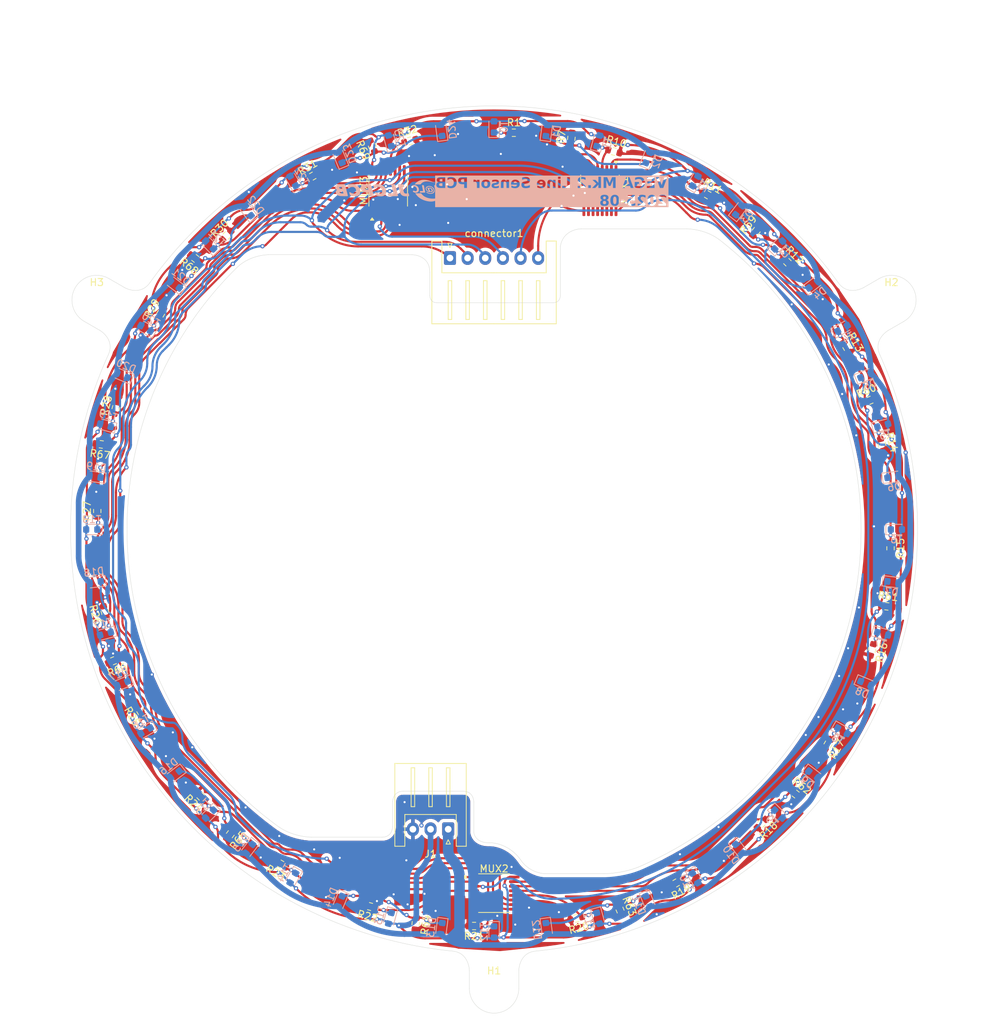
<source format=kicad_pcb>
(kicad_pcb (version 20241229) (generator "pcbnew") (generator_version "9.0")
  (layers (0 "F.Cu" signal) (2 "B.Cu" signal) (13 "F.Paste" user) (15 "B.Paste" user) (5 "F.SilkS" user "F.Silkscreen") (7 "B.SilkS" user "B.Silkscreen") (1 "F.Mask" user) (3 "B.Mask" user) (25 "Edge.Cuts" user))
  (net 0 "")
  (net 1 "Net-(D1-K)")
  (net 2 "+5V")
  (net 3 "Net-(D3-K)")
  (net 4 "Net-(D5-K)")
  (net 5 "Net-(D7-K)")
  (net 6 "Net-(D10-K)")
  (net 7 "Net-(D11-K)")
  (net 8 "Net-(D13-K)")
  (net 9 "Net-(D15-K)")
  (net 10 "Net-(D17-K)")
  (net 11 "Net-(D19-K)")
  (net 12 "Net-(D21-K)")
  (net 13 "Net-(D23-K)")
  (net 14 "+3.3V")
  (net 15 "GND")
  (net 16 "A")
  (net 17 "C")
  (net 18 "B")
  (net 19 "LINE 0")
  (net 20 "LINE 1")
  (net 21 "LINE 2")
  (net 22 "LINE 3")
  (net 23 "LINE 4")
  (net 24 "LINE 5")
  (net 25 "LINE 6")
  (net 26 "LINE 7")
  (net 27 "LINE 8")
  (net 28 "LINE 9")
  (net 29 "LINE 10")
  (net 30 "LINE 11")
  (net 31 "LINE 12")
  (net 32 "LINE 13")
  (net 33 "LINE 14")
  (net 34 "LINE 15")
  (net 35 "LINE16")
  (net 36 "LINE 17")
  (net 37 "LINE 18")
  (net 38 "LINE 19")
  (net 39 "LINE 20")
  (net 40 "LINE 21")
  (net 41 "LINE 22")
  (net 42 "LINE 23")
  (net 43 "X1")
  (net 44 "X2")
  (net 45 "X3")
  (footprint "Resistor_SMD:R_0603_1608Metric" (layer "F.Cu") (at 166.97 46.45 -15)
    (property "Reference" "R10")
    (property "Value" "22k")
  )
  (footprint "Resistor_SMD:R_0603_1608Metric" (layer "F.Cu") (at 180.27 52.6 -30)
    (property "Reference" "R11")
    (property "Value" "22k")
  )
  (footprint "Resistor_SMD:R_0603_1608Metric" (layer "F.Cu") (at 96.43 82.8 75)
    (property "Reference" "R28")
    (property "Value" "22k")
  )
  (footprint "Package_SO:TSSOP-16_4.4x5mm_P0.65mm" (layer "F.Cu") (at 135 52 90)
    (property "Reference" "MUX3")
    (property "Value" "HEF4051BTT")
  )
  (footprint "Resistor_SMD:R_0603_1608Metric" (layer "F.Cu") (at 203.54 117.04 -105)
    (property "Reference" "R16")
    (property "Value" "22k")
  )
  (footprint "Resistor_SMD:R_0603_1608Metric" (layer "F.Cu") (at 187.15 57.71 52.5)
    (property "Reference" "R59")
    (property "Value" "50")
  )
  (footprint "Connector_JST:JST_XH_S3B-XH-A_1x03_P2.50mm_Horizontal" (layer "F.Cu") (at 143.5 142.45 180)
    (property "Reference" "J1")
    (property "Value" "Conn_01x03_Pin")
  )
  (footprint "Resistor_SMD:R_0603_1608Metric" (layer "F.Cu") (at 191.56 62.14 -45)
    (property "Reference" "R12")
    (property "Value" "22k")
  )
  (footprint "Resistor_SMD:R_0603_1608Metric" (layer "F.Cu") (at 102.76 69.45 60)
    (property "Reference" "R29")
    (property "Value" "22k")
  )
  (footprint "Resistor_SMD:R_0603_1608Metric" (layer "F.Cu") (at 94.88 111.68 105)
    (property "Reference" "R26")
    (property "Value" "22k")
  )
  (footprint "Resistor_SMD:R_0603_1608Metric" (layer "F.Cu") (at 206.17 102.66 -90)
    (property "Reference" "R15")
    (property "Value" "22k")
  )
  (footprint "MountingHole:MountingHole_3.2mm_M3" (layer "F.Cu") (at 150 165)
    (property "Reference" "H1")
    (property "Value" "MountingHole")
  )
  (footprint "Resistor_SMD:R_0603_1608Metric" (layer "F.Cu") (at 99.95 125.75 120)
    (property "Reference" "R25")
    (property "Value" "22k")
  )
  (footprint "Resistor_SMD:R_0603_1608Metric" (layer "F.Cu") (at 152.8 43.8)
    (property "Reference" "R1")
    (property "Value" "22k")
  )
  (footprint "Resistor_SMD:R_0603_1608Metric" (layer "F.Cu") (at 138.1 44.95 15)
    (property "Reference" "R32")
    (property "Value" "22k")
  )
  (footprint "Resistor_SMD:R_0603_1608Metric" (layer "F.Cu") (at 167.85 153.9 -67.5)
    (property "Reference" "R63")
    (property "Value" "50")
  )
  (footprint "Resistor_SMD:R_0603_1608Metric" (layer "F.Cu") (at 138.9 155.81 -97.5)
    (property "Reference" "R64")
    (property "Value" "50")
  )
  (footprint "Resistor_SMD:R_0603_1608Metric" (layer "F.Cu") (at 204.96 88 -75)
    (property "Reference" "R14")
    (property "Value" "22k")
  )
  (footprint "Resistor_SMD:R_0603_1608Metric" (layer "F.Cu") (at 203.28 81.69 22.5)
    (property "Reference" "R60")
    (property "Value" "50")
  )
  (footprint "Resistor_SMD:R_0603_1608Metric" (layer "F.Cu") (at 132.76 45.71 112.5)
    (property "Reference" "R69")
    (property "Value" "50")
  )
  (footprint "Resistor_SMD:R_0603_1608Metric" (layer "F.Cu") (at 119.76 147.38 150)
    (property "Reference" "R23")
    (property "Value" "22k")
  )
  (footprint "Resistor_SMD:R_0603_1608Metric" (layer "F.Cu") (at 93.78 97.38 90)
    (property "Reference" "R27")
    (property "Value" "22k")
  )
  (footprint "Resistor_SMD:R_0603_1608Metric" (layer "F.Cu") (at 192.73 137.47 -37.5)
    (property "Reference" "R62")
    (property "Value" "50")
  )
  (footprint "Resistor_SMD:R_0603_1608Metric" (layer "F.Cu") (at 107.66 61.6 142.5)
    (property "Reference" "R68")
    (property "Value" "50")
  )
  (footprint "Connector_JST:JST_XH_S6B-XH-A_1x06_P2.50mm_Horizontal" (layer "F.Cu") (at 143.75 61.55)
    (property "Reference" "connector1")
    (property "Value" "Conn_01x06_Pin")
  )
  (footprint "Resistor_SMD:R_0603_1608Metric" (layer "F.Cu") (at 147.17 156.16 180)
    (property "Reference" "R21")
    (property "Value" "22k")
  )
  (footprint "Resistor_SMD:R_0603_1608Metric" (layer "F.Cu") (at 112.12 58.35 45)
    (property "Reference" "R30")
    (property "Value" "22k")
  )
  (footprint "MountingHole:MountingHole_3.2mm_M3" (layer "F.Cu") (at 206.291651 67.5)
    (property "Reference" "H2")
    (property "Value" "MountingHole")
  )
  (footprint "Resistor_SMD:R_0603_1608Metric" (layer "F.Cu") (at 94.35 87.94 172.5)
    (property "Reference" "R67")
    (property "Value" "50")
  )
  (footprint "Resistor_SMD:R_0603_1608Metric" (layer "F.Cu") (at 132.43 153.4 165)
    (property "Reference" "R22")
    (property "Value" "22k")
  )
  (footprint "Resistor_SMD:R_0603_1608Metric" (layer "F.Cu") (at 175.8 150.06 -150)
    (property "Reference" "R19")
    (property "Value" "22k")
  )
  (footprint "MountingHole:MountingHole_3.2mm_M3" (layer "F.Cu") (at 93.708349 67.5)
    (property "Reference" "H3")
    (property "Value" "MountingHole")
  )
  (footprint "Resistor_SMD:R_0603_1608Metric" (layer "F.Cu") (at 160.95 44.59 82.5)
    (property "Reference" "R7")
    (property "Value" "50")
  )
  (footprint "Resistor_SMD:R_0603_1608Metric" (layer "F.Cu") (at 187.88 141.64 -135)
    (property "Reference" "R18")
    (property "Value" "22k")
  )
  (footprint "Resistor_SMD:R_0603_1608Metric" (layer "F.Cu") (at 96.08 118.59 -157.5)
    (property "Reference" "R66")
    (property "Value" "50")
  )
  (footprint "Resistor_SMD:R_0603_1608Metric" (layer "F.Cu") (at 161.643111 155.073526 -165)
    (property "Reference" "R20")
    (property "Value" "22k")
  )
  (footprint "Package_SO:TSSOP-16_4.4x5mm_P0.65mm" (layer "F.Cu") (at 165 52 -90)
    (property "Reference" "MUX1")
    (property "Value" "HEF4051BTT")
  )
  (footprint "Resistor_SMD:R_0603_1608Metric" (layer "F.Cu") (at 199.98 74.18 -60)
    (property "Reference" "R13")
    (property "Value" "22k")
  )
  (footprint "Package_SO:TSSOP-16_4.4x5mm_P0.65mm" (layer "F.Cu") (at 150 151.5)
    (property "Reference" "MUX2")
    (property "Value" "HEF4051BTT")
  )
  (footprint "Resistor_SMD:R_0603_1608Metric" (layer "F.Cu") (at 124.31 49.94 30)
    (property "Reference" "R31")
    (property "Value" "22k")
  )
  (footprint "Resistor_SMD:R_0603_1608Metric" (layer "F.Cu") (at 197.31 130.42 -120)
    (property "Reference" "R17")
    (property "Value" "22k")
  )
  (footprint "Resistor_SMD:R_0603_1608Metric" (layer "F.Cu") (at 112.63 143.16 -127.5)
    (property "Reference" "R65")
    (property "Value" "50")
  )
  (footprint "Resistor_SMD:R_0603_1608Metric" (layer "F.Cu") (at 205.65 110.88 -7.5)
    (property "Reference" "R61")
    (property "Value" "50")
  )
  (footprint "Resistor_SMD:R_0603_1608Metric" (layer "F.Cu") (at 108.43 137.79 135)
    (property "Reference" "R24")
    (property "Value" "22k")
  )
  (footprint "JLCPCBlogo:JLCPCB" (layer "B.Cu") (at 135 52 180)
    (property "Reference" "G***" (hide yes))
    (property "Value" "LOGO" (hide yes))
  )
  (footprint "LED_SMD:LED_0603_1608Metric" (layer "B.Cu") (at 195.22114 65.300599 37.5)
    (property "Reference" "D4")
    (property "Value" "LED")
  )
  (footprint "LED_SMD:LED_0603_1608Metric" (layer "B.Cu") (at 184.699401 145.22114 -52.5)
    (property "Reference" "D10")
    (property "Value" "LED")
  )
  (footprint "LED_SMD:LED_0603_1608Metric" (layer "B.Cu") (at 104.77886 134.699401 -142.5)
    (property "Reference" "D16")
    (property "Value" "LED")
  )
  (footprint "LED_SMD:LED_0603_1608Metric" (layer "B.Cu") (at 178.5 50.636552 60)
    (property "Reference" "T2")
    (property "Value" "B19H1LS")
  )
  (footprint "LED_SMD:LED_0603_1608Metric" (layer "B.Cu") (at 93.487643 107.439993 -172.5)
    (property "Reference" "D18")
    (property "Value" "LED")
  )
  (footprint "LED_SMD:LED_0603_1608Metric" (layer "B.Cu") (at 206.512357 107.439993 -7.5)
    (property "Reference" "D7")
    (property "Value" "LED")
  )
  (footprint "LED_SMD:LED_0603_1608Metric" (layer "B.Cu") (at 121.5 149.363448 -120)
    (property "Reference" "T14")
    (property "Value" "B19H1LS")
  )
  (footprint "LED_SMD:LED_0603_1608Metric" (layer "B.Cu") (at 93.467339 92.539703 172.5)
    (property "Reference" "D19")
    (property "Value" "LED")
  )
  (footprint "LED_SMD:LED_0603_1608Metric" (layer "B.Cu") (at 115.082849 54.909928 127.5)
    (property "Reference" "D22")
    (property "Value" "LED")
  )
  (footprint "LED_SMD:LED_0603_1608Metric" (layer "B.Cu") (at 135.247314 44.942228 105)
    (property "Reference" "T23")
    (property "Value" "B19H1LS")
  )
  (footprint "LED_SMD:LED_0603_1608Metric" (layer "B.Cu") (at 157.439993 156.512357 -82.5)
    (property "Reference" "D12")
    (property "Value" "LED")
  )
  (footprint "LED_SMD:LED_0603_1608Metric" (layer "B.Cu") (at 97.338867 121.812956 -157.5)
    (property "Reference" "D17")
    (property "Value" "LED")
  )
  (footprint "LED_SMD:LED_0603_1608Metric" (layer "B.Cu") (at 171.812956 47.338867 67.5)
    (property "Reference" "D2")
    (property "Value" "LED")
  )
  (footprint "LED_SMD:LED_0603_1608Metric" (layer "B.Cu") (at 202.661133 78.187044 22.5)
    (property "Reference" "D5")
    (property "Value" "LED")
  )
  (footprint "LED_SMD:LED_0603_1608Metric" (layer "B.Cu") (at 205.057772 85.247314 15)
    (property "Reference" "T5")
    (property "Value" "B19H1LS")
  )
  (footprint "LED_SMD:LED_0603_1608Metric" (layer "B.Cu") (at 206.512357 92.560007 7.5)
    (property "Reference" "D6")
    (property "Value" "LED")
  )
  (footprint "LED_SMD:LED_0603_1608Metric" (layer "B.Cu") (at 171.812956 152.661133 -67.5)
    (property "Reference" "D11")
    (property "Value" "LED")
  )
  (footprint "LED_SMD:LED_0603_1608Metric" (layer "B.Cu") (at 94.942228 85.247314 165)
    (property "Reference" "T19")
    (property "Value" "B19H1LS")
  )
  (footprint "LED_SMD:LED_0603_1608Metric" (layer "B.Cu") (at 109.694913 59.694913 135)
    (property "Reference" "T21")
    (property "Value" "B19H1LS")
  )
  (footprint "LED_SMD:LED_0603_1608Metric" (layer "B.Cu") (at 135.247314 155.057772 -105)
    (property "Reference" "T13")
    (property "Value" "B19H1LS")
  )
  (footprint "LED_SMD:LED_0603_1608Metric" (layer "B.Cu") (at 97.317862 78.166039 157.5)
    (property "Reference" "D20")
    (property "Value" "LED")
  )
  (footprint "LED_SMD:LED_0603_1608Metric" (layer "B.Cu") (at 190.305087 140.305087 -45)
    (property "Reference" "T9")
    (property "Value" "B19H1LS")
  )
  (footprint "LED_SMD:LED_0603_1608Metric" (layer "B.Cu") (at 100.636552 71.5 150)
    (property "Reference" "T20")
    (property "Value" "B19H1LS")
  )
  (footprint "LED_SMD:LED_0603_1608Metric" (layer "B.Cu") (at 157.439993 43.487643 82.5)
    (property "Reference" "D1")
    (property "Value" "LED")
  )
  (footprint "LED_SMD:LED_0603_1608Metric" (layer "B.Cu") (at 115.300599 145.22114 -127.5)
    (property "Reference" "D15")
    (property "Value" "LED")
  )
  (footprint "LED_SMD:LED_0603_1608Metric" (layer "B.Cu") (at 150 42.98 90)
    (property "Reference" "T0")
    (property "Value" "B19H1LS")
  )
  (footprint "LED_SMD:LED_0603_1608Metric" (layer "B.Cu") (at 128.187044 152.661133 -112.5)
    (property "Reference" "D14")
    (property "Value" "LED")
  )
  (footprint "LED_SMD:LED_0603_1608Metric" (layer "B.Cu") (at 150 157 -90)
    (property "Reference" "T12")
    (property "Value" "B19H1LS")
  )
  (footprint "LED_SMD:LED_0603_1608Metric" (layer "B.Cu") (at 178.5 149.363448 -60)
    (property "Reference" "T10")
    (property "Value" "B19H1LS")
  )
  (footprint "LED_SMD:LED_0603_1608Metric" (layer "B.Cu") (at 121.5 50.636552 120)
    (property "Reference" "T22")
    (property "Value" "B19H1LS")
  )
  (footprint "LED_SMD:LED_0603_1608Metric" (layer "B.Cu") (at 93 100 180)
    (property "Reference" "T18")
    (property "Value" "B19H1LS")
  )
  (footprint "LED_SMD:LED_0603_1608Metric" (layer "B.Cu") (at 142.539703 43.467339 97.5)
    (property "Reference" "D24")
    (property "Value" "LED")
  )
  (footprint "LED_SMD:LED_0603_1608Metric" (layer "B.Cu") (at 199.363448 128.5 -30)
    (property "Reference" "T8")
    (property "Value" "B19H1LS")
  )
  (footprint "LED_SMD:LED_0603_1608Metric" (layer "B.Cu") (at 164.752686 155.057772 -75)
    (property "Reference" "T11")
    (property "Value" "B19H1LS")
  )
  (footprint "LED_SMD:LED_0603_1608Metric" (layer "B.Cu") (at 164.752686 44.942228 75)
    (property "Reference" "T1")
    (property "Value" "B19H1LS")
  )
  (footprint "LED_SMD:LED_0603_1608Metric" (layer "B.Cu") (at 94.942228 114.752686 -165)
    (property "Reference" "T17")
    (property "Value" "B19H1LS")
  )
  (footprint "LED_SMD:LED_0603_1608Metric" (layer "B.Cu") (at 100.636552 128.5 -150)
    (property "Reference" "T16")
    (property "Value" "B19H1LS")
  )
  (footprint "LED_SMD:LED_0603_1608Metric" (layer "B.Cu") (at 142.560007 156.512357 -97.5)
    (property "Reference" "D13")
    (property "Value" "LED")
  )
  (footprint "LED_SMD:LED_0603_1608Metric" (layer "B.Cu") (at 128.166278 47.318101 112.5)
    (property "Reference" "D23")
    (property "Value" "LED")
  )
  (footprint "LED_SMD:LED_0603_1608Metric" (layer "B.Cu") (at 190.305087 59.694913 45)
    (property "Reference" "T3")
    (property "Value" "B19H1LS")
  )
  (footprint "LED_SMD:LED_0603_1608Metric" (layer "B.Cu") (at 109.694913 140.305087 -135)
    (property "Reference" "T15")
    (property "Value" "B19H1LS")
  )
  (footprint "LED_SMD:LED_0603_1608Metric" (layer "B.Cu") (at 207 100)
    (property "Reference" "T6")
    (property "Value" "B19H1LS")
  )
  (footprint "LED_SMD:LED_0603_1608Metric" (layer "B.Cu") (at 104.77886 65.300599 142.5)
    (property "Reference" "D21")
    (property "Value" "LED")
  )
  (footprint "LED_SMD:LED_0603_1608Metric" (layer "B.Cu") (at 184.699401 54.77886 52.5)
    (property "Reference" "D3")
    (property "Value" "LED")
  )
  (footprint "LED_SMD:LED_0603_1608Metric" (layer "B.Cu") (at 199.363448 71.5 30)
    (property "Reference" "T4")
    (property "Value" "B19H1LS")
  )
  (footprint "LED_SMD:LED_0603_1608Metric" (layer "B.Cu") (at 202.661133 121.812956 -22.5)
    (property "Reference" "D8")
    (property "Value" "LED")
  )
  (footprint "LED_SMD:LED_0603_1608Metric" (layer "B.Cu") (at 205.057772 114.752686 -15)
    (property "Reference" "T7")
    (property "Value" "B19H1LS")
  )
  (footprint "LED_SMD:LED_0603_1608Metric" (layer "B.Cu") (at 195.22114 134.699401 -37.5)
    (property "Reference" "D9")
    (property "Value" "LED")
  )
  (gr_poly (pts (xy 162.67 48.38) (xy 162.67 49.81) (xy 161.38 49.81) (xy 161.38 47.7) (xy 161.48 47.6) (xy 162.08 47.6) (xy 162.68 48.2) (xy 162.68 48.38)) (stroke (width 0.2)) (fill yes) (layer "F.Cu") (net 15))
  (gr_poly (pts (xy 135.85 54.2) (xy 137.4 54.2) (xy 137.4 55.6) (xy 135.85 55.6)) (stroke (width 0.2)) (fill yes) (layer "F.Cu") (net 15))
  (gr_poly (pts (xy 162.52 48.41) (xy 164.15 48.41) (xy 164.15 49.81) (xy 162.52 49.81)) (stroke (width 0.2)) (fill yes) (layer "F.Cu") (net 15))
  (gr_poly (pts (xy 161.9 49.81) (xy 162.56 49.81) (xy 162.4 49.41) (xy 162.06 49.67)) (stroke (width 0.2)) (fill yes) (layer "F.Cu") (net 15))
  (gr_poly (pts (xy 146.5 152.33) (xy 147.8 152.33) (xy 147.8 153.9) (xy 146.5 153.9)) (stroke (width 0.2)) (fill yes) (layer "F.Cu") (net 15))
  (gr_poly (pts (xy 208.436 89.376) (xy 208.552 90.069) (xy 208.822 93.158) (xy 208.448 95.767)) (stroke (width 0.2)) (fill yes) (layer "F.Cu") (net 15))
  (gr_poly (pts (xy 145.754 157.04) (xy 147.361 158.647) (xy 145.802 158.647) (xy 145.764 158.609) (xy 145.764 157.224) (xy 145.754 157.214)) (stroke (width 0.2)) (fill yes) (layer "B.Cu") (net 2))
  (gr_poly (pts (xy 144.438 156.472) (xy 143.081 157.805) (xy 143.756 158.48) (xy 144.718 158.48) (xy 144.747 158.451) (xy 144.747 156.585) (xy 144.708 156.546)) (stroke (width 0.2)) (fill yes) (layer "B.Cu") (net 2))
  (gr_curve (pts (xy 140.892999 63.578) (xy 140.892999 61.078) (xy 138.392999 61.077307) (xy 138.392999 61.077307)) (stroke (width 0.05)) (layer "Edge.Cuts"))
  (gr_arc (start 101.270491 64.993796) (mid 149.999352 40.000006) (end 198.728753 64.992744) (stroke (width 0.05)) (layer "Edge.Cuts"))
  (gr_arc (start 144.056605 159.7049) (mid 98.039672 130.002056) (end 95.320383 75.299017) (stroke (width 0.05)) (layer "Edge.Cuts"))
  (gr_line (start 204.541651 64.468911) (end 202.332361 65.744474) (stroke (width 0.05)) (layer "Edge.Cuts"))
  (gr_curve (pts (xy 155.950674 159.704177) (xy 153.499767 159.89) (xy 153.500027 162.4953) (xy 153.500027 162.4953)) (stroke (width 0.05)) (layer "Edge.Cuts"))
  (gr_curve (pts (xy 159.392999 59.870025) (xy 159.826999 57.408026) (xy 162.326999 57.408026) (xy 162.326999 57.408026)) (stroke (width 0.05)) (layer "Edge.Cuts"))
  (gr_line (start 118.033992 61.071661) (end 138.392999 61.077307) (stroke (width 0.05)) (layer "Edge.Cuts"))
  (gr_curve (pts (xy 101.270489 64.993795) (xy 99.876991 67.019947) (xy 97.667662 65.744429) (xy 97.667662 65.744429)) (stroke (width 0.05)) (layer "Edge.Cuts"))
  (gr_arc (start 204.679834 75.299492) (mid 201.962034 129.999108) (end 155.950694 159.704177) (stroke (width 0.05)) (layer "Edge.Cuts"))
  (gr_curve (pts (xy 144.056605 159.7049) (xy 146.500177 159.897832) (xy 146.500027 162.4953) (xy 146.500027 162.4953)) (stroke (width 0.05)) (layer "Edge.Cuts"))
  (gr_arc (start 181.837679 58.889291) (mid 201.573691 106.624391) (end 170.414669 147.82227) (stroke (width 0.05)) (layer "Edge.Cuts"))
  (gr_line (start 91.958349 70.531089) (end 94.167665 71.806607) (stroke (width 0.05)) (layer "Edge.Cuts"))
  (gr_arc (start 91.958349 70.531089) (mid 90.67726 65.75) (end 95.458349 64.468911) (stroke (width 0.05)) (layer "Edge.Cuts"))
  (gr_curve (pts (xy 134.124001 143.58) (xy 135.624001 143.58) (xy 135.624001 142.08) (xy 135.624001 142.08)) (stroke (width 0.05)) (layer "Edge.Cuts"))
  (gr_curve (pts (xy 141.892999 67.870025) (xy 140.892999 67.870025) (xy 140.892999 66.870025) (xy 140.892999 66.870025)) (stroke (width 0.05)) (layer "Edge.Cuts"))
  (gr_curve (pts (xy 157.084776 148.749091) (xy 154.742 148.497) (xy 153.782 146.805) (xy 153.782 146.805)) (stroke (width 0.05)) (layer "Edge.Cuts"))
  (gr_curve (pts (xy 95.320377 75.299015) (xy 96.37698 73.082125) (xy 94.167665 71.806607) (xy 94.167665 71.806607)) (stroke (width 0.05)) (layer "Edge.Cuts"))
  (gr_line (start 134.124001 143.580398) (end 124.131906 143.580398) (stroke (width 0.05)) (layer "Edge.Cuts"))
  (gr_curve (pts (xy 204.679838 75.299489) (xy 203.62297 73.082033) (xy 205.83231 71.806559) (xy 205.83231 71.806559)) (stroke (width 0.05)) (layer "Edge.Cuts"))
  (gr_line (start 177.326999 57.408) (end 162.326999 57.408026) (stroke (width 0.05)) (layer "Edge.Cuts"))
  (gr_curve (pts (xy 145.624001 137.067962) (xy 147.124001 137.067962) (xy 147.124001 138.567962) (xy 147.124001 138.567962)) (stroke (width 0.05)) (layer "Edge.Cuts"))
  (gr_curve (pts (xy 158.392999 67.870025) (xy 159.392999 67.870025) (xy 159.392999 66.870025) (xy 159.392999 66.870025)) (stroke (width 0.05)) (layer "Edge.Cuts"))
  (gr_line (start 158.392999 67.870025) (end 141.892999 67.870025) (stroke (width 0.05)) (layer "Edge.Cuts"))
  (gr_line (start 135.624001 138.567962) (end 135.624001 142.08) (stroke (width 0.05)) (layer "Edge.Cuts"))
  (gr_arc (start 153.5 165) (mid 150 168.5) (end 146.5 165) (stroke (width 0.05)) (layer "Edge.Cuts"))
  (gr_curve (pts (xy 113.696373 62.770352) (xy 115.534 61.079) (xy 118.033992 61.072621) (xy 118.033992 61.072621)) (stroke (width 0.05)) (layer "Edge.Cuts"))
  (gr_curve (pts (xy 137.124001 137.067962) (xy 135.624001 137.067962) (xy 135.624001 138.567962) (xy 135.624001 138.567962)) (stroke (width 0.05)) (layer "Edge.Cuts"))
  (gr_line (start 153.5 165) (end 153.500027 162.4953) (stroke (width 0.05)) (layer "Edge.Cuts"))
  (gr_line (start 95.458249 64.468911) (end 97.667662 65.744429) (stroke (width 0.05)) (layer "Edge.Cuts"))
  (gr_line (start 159.392999 59.870025) (end 159.392999 66.870025) (stroke (width 0.05)) (layer "Edge.Cuts"))
  (gr_arc (start 119.572088 142.168023) (mid 98.141808 103.837692) (end 113.696376 62.77035) (stroke (width 0.05)) (layer "Edge.Cuts"))
  (gr_curve (pts (xy 181.837679 58.893654) (xy 179.826999 57.408) (xy 177.326999 57.408) (xy 177.326999 57.408)) (stroke (width 0.05)) (layer "Edge.Cuts"))
  (gr_line (start 157.084776 148.749091) (end 165.584776 148.751094) (stroke (width 0.05)) (layer "Edge.Cuts"))
  (gr_curve (pts (xy 153.782 146.805) (xy 151.938 144.252) (xy 149.374 144.367) (xy 149.374 144.367)) (stroke (width 0.05)) (layer "Edge.Cuts"))
  (gr_line (start 208.041747 70.531089) (end 205.83231 71.806559) (stroke (width 0.05)) (layer "Edge.Cuts"))
  (gr_curve (pts (xy 149.374 144.367) (xy 147.209 144.424) (xy 147.124001 142.867) (xy 147.124001 142.867)) (stroke (width 0.05)) (layer "Edge.Cuts"))
  (gr_line (start 137.124001 137.067962) (end 145.624001 137.067962) (stroke (width 0.05)) (layer "Edge.Cuts"))
  (gr_arc (start 204.541651 64.468911) (mid 209.32274 65.75) (end 208.041651 70.531089) (stroke (width 0.05)) (layer "Edge.Cuts"))
  (gr_line (start 140.892999 66.870025) (end 140.892999 63.578) (stroke (width 0.05)) (layer "Edge.Cuts"))
  (gr_curve (pts (xy 198.728755 64.992739) (xy 200.123071 67.020039) (xy 202.332361 65.744474) (xy 202.332361 65.744474)) (stroke (width 0.05)) (layer "Edge.Cuts"))
  (gr_curve (pts (xy 170.405827 147.82227) (xy 168.084775 148.751094) (xy 165.584776 148.751094) (xy 165.584776 148.751094)) (stroke (width 0.05)) (layer "Edge.Cuts"))
  (gr_line (start 146.5 165) (end 146.500027 162.4953) (stroke (width 0.05)) (layer "Edge.Cuts"))
  (gr_curve (pts (xy 119.572088 142.163655) (xy 121.631906 143.580398) (xy 124.131906 143.580398) (xy 124.131906 143.580398)) (stroke (width 0.05)) (layer "Edge.Cuts"))
  (gr_line (start 147.124001 142.867) (end 147.124001 138.567962) (stroke (width 0.05)) (layer "Edge.Cuts"))
  (gr_text "VEGA Mk.2 Line Sensor PCB\n2025-08" (at 174.55 54.4 0) (layer "B.SilkS" knockout) (effects (font (size 1.5 1.5) (thickness 0.3) (bold yes)) (justify left bottom mirror)))
  (segment (start 161.330127 45.61) (end 162.01 45.61) (width 0.3) (layer "F.Cu") (net 1))
  (segment (start 160.842316 45.407942) (end 160.378291 45.407942) (width 0.3) (layer "F.Cu") (net 1))
  (via (at 162.07 45.59) (size 0.6) (drill 0.3) (layers "F.Cu" "B.Cu") (net 1))
  (via (at 159.49 45.04) (size 0.6) (drill 0.3) (layers "F.Cu" "B.Cu") (net 1))
  (arc (start 160.378291 45.407942) (mid 159.897551 45.312317) (end 159.49 45.04) (width 0.3) (layer "F.Cu") (net 1))
  (arc (start 160.842316 45.407942) (mid 161.066126 45.557487) (end 161.330127 45.61) (width 0.3) (layer "F.Cu") (net 1))
  (segment (start 165.84 48.23) (end 171.116681 48.23) (width 0.3) (layer "B.Cu") (net 1))
  (segment (start 162.07 45.59) (end 163.910969 47.430969) (width 0.3) (layer "B.Cu") (net 1))
  (segment (start 159.49 45.04) (end 159.199997 45.04) (width 0.3) (layer "B.Cu") (net 1))
  (arc (start 163.910969 47.430969) (mid 164.796016 48.022338) (end 165.84 48.23) (width 0.3) (layer "B.Cu") (net 1))
  (arc (start 159.199997 45.04) (mid 158.19186 44.83947) (end 157.337204 44.268406) (width 0.3) (layer "B.Cu") (net 1))
  (arc (start 171.116681 48.23) (mid 171.330406 48.187487) (end 171.511593 48.066422) (width 0.3) (layer "B.Cu") (net 1))
  (segment (start 137.311814 42.70688) (end 142.457218 42.70688) (width 0.8) (layer "B.Cu") (net 2))
  (segment (start 145.106 158.294) (end 145.105 158.291586) (width 1.5) (layer "B.Cu") (net 2))
  (segment (start 146.243104 41.11) (end 153.687573 41.11) (width 0.8) (layer "B.Cu") (net 2))
  (segment (start 92.70688 92.457218) (end 92.70688 87.311814) (width 0.8) (layer "B.Cu") (net 2))
  (segment (start 104.154094 135.178801) (end 100.515743 131.54045) (width 0.8) (layer "B.Cu") (net 2))
  (segment (start 145.105 158.291586) (end 145.105 149.287936) (width 1.5) (layer "B.Cu") (net 2))
  (segment (start 181.54045 50.515744) (end 185.178801 54.154094) (width 0.8) (layer "B.Cu") (net 2))
  (segment (start 207.29312 107.542783) (end 207.29312 112.688186) (width 0.8) (layer "B.Cu") (net 2))
  (segment (start 142.457218 157.29312) (end 137.311814 157.29312) (width 0.8) (layer "B.Cu") (net 2))
  (segment (start 92.70688 107.542782) (end 92.70688 112.688186) (width 0.8) (layer "B.Cu") (net 2))
  (segment (start 105.699329 61.09067) (end 110.65 56.14) (width 0.8) (layer "B.Cu") (net 2))
  (segment (start 195.845906 64.821199) (end 199.484257 68.45955) (width 0.8) (layer "B.Cu") (net 2))
  (segment (start 100.515744 68.45955) (end 104.154094 64.821199) (width 0.8) (layer "B.Cu") (net 2))
  (segment (start 157.542782 42.70688) (end 162.688186 42.70688) (width 0.8) (layer "B.Cu") (net 2))
  (segment (start 110.817534 144.187533) (end 107.71 141.08) (width 0.8) (layer "B.Cu") (net 2))
  (segment (start 188.877093 55.685976) (end 191.865558 58.674442) (width 0.8) (layer "B.Cu") (net 2))
  (segment (start 185.178801 145.845906) (end 181.54045 149.484257) (width 0.8) (layer "B.Cu") (net 2))
  (segment (start 118.45955 149.484256) (end 114.821199 145.845906) (width 0.8) (layer "B.Cu") (net 2))
  (segment (start 143.5 145.413124) (end 143.5 142.45) (width 1.5) (layer "B.Cu") (net 2))
  (segment (start 208.96 96.481422) (end 208.96 103.518579) (width 0.8) (layer "B.Cu") (net 2))
  (segment (start 207.29312 87.311814) (end 207.29312 92.457218) (width 0.8) (layer "B.Cu") (net 2))
  (segment (start 114.821199 54.154094) (end 118.45955 50.515743) (width 0.8) (layer "B.Cu") (net 2))
  (segment (start 162.688186 157.29312) (end 157.542782 157.29312) (width 0.8) (layer "B.Cu") (net 2))
  (segment (start 191.865558 58.674442) (end 194.314023 61.122907) (width 0.8) (layer "B.Cu") (net 2))
  (segment (start 110.65 56.14) (end 111.09067 55.69933) (width 0.8) (layer "B.Cu") (net 2))
  (segment (start 91.14 103.759999) (end 91.14 96.240001) (width 0.8) (layer "B.Cu") (net 2))
  (segment (start 194.286528 138.943471) (end 190.31 142.92) (width 0.8) (layer "B.Cu") (net 2))
  (segment (start 153.784141 158.85) (end 146.215859 158.85) (width 0.8) (layer "B.Cu") (net 2))
  (segment (start 190.31 142.92) (end 188.943472 144.286528) (width 0.8) (layer "B.Cu") (net 2))
  (segment (start 107.71 141.08) (end 105.812467 139.182467) (width 0.8) (layer "B.Cu") (net 2))
  (segment (start 199.484256 131.54045) (end 195.845906 135.178801) (width 0.8) (layer "B.Cu") (net 2))
  (arc (start 96.611312 77.885681) (mid 97.626041 72.784295) (end 100.515744 68.45955) (width 0.8) (layer "B.Cu") (net 2))
  (arc (start 208.96 103.518579) (mid 208.526792 105.696462) (end 207.29312 107.542783) (width 0.8) (layer "B.Cu") (net 2))
  (arc (start 172.114319 46.611312) (mid 177.215705 47.626041) (end 181.54045 50.515744) (width 0.8) (layer "B.Cu") (net 2))
  (arc (start 207.29312 112.688186) (mid 206.278391 117.789573) (end 203.388688 122.114319) (width 0.8) (layer "B.Cu") (net 2))
  (arc (start 127.885681 153.388688) (mid 122.784295 152.373959) (end 118.45955 149.484256) (width 0.8) (layer "B.Cu") (net 2))
  (arc (start 104.154094 64.821199) (mid 104.555688 62.802252) (end 105.699329 61.09067) (width 0.8) (layer "B.Cu") (net 2))
  (arc (start 92.70688 87.311814) (mid 93.721608 82.210428) (end 96.611312 77.885681) (width 0.8) (layer "B.Cu") (net 2))
  (arc (start 100.515743 131.54045) (mid 97.62604 127.215704) (end 96.611312 122.114319) (width 0.8) (layer "B.Cu") (net 2))
  (arc (start 203.388688 77.885681) (mid 206.278391 82.210428) (end 207.29312 87.311814) (width 0.8) (layer "B.Cu") (net 2))
  (arc (start 203.388688 122.114319) (mid 202.373959 127.215705) (end 199.484256 131.54045) (width 0.8) (layer "B.Cu") (net 2))
  (arc (start 127.885681 46.611312) (mid 132.210428 43.721609) (end 137.311814 42.70688) (width 0.8) (layer "B.Cu") (net 2))
  (arc (start 146.215859 158.85) (mid 144.181697 158.44538) (end 142.457218 157.29312) (width 0.8) (layer "B.Cu") (net 2))
  (arc (start 92.70688 107.542782) (mid 91.547219 105.807226) (end 91.14 103.759999) (width 0.8) (layer "B.Cu") (net 2))
  (arc (start 105.812467 139.182467) (mid 104.585091 137.34557) (end 104.154094 135.178801) (width 0.8) (layer "B.Cu") (net 2))
  (arc (start 92.70688 112.688186) (mid 93.721609 117.789572) (end 96.611312 122.114319) (width 0.8) (layer "B.Cu") (net 2))
  (arc (start 199.484257 68.45955) (mid 202.373959 72.784296) (end 203.388688 77.885681) (width 0.8) (layer "B.Cu") (net 2))
  (arc (start 142.436913 42.686576) (mid 144.183208 41.519739) (end 146.243104 41.11) (width 0.8) (layer "B.Cu") (net 2))
  (arc (start 195.845906 135.178801) (mid 195.440637 137.216226) (end 194.286528 138.943471) (width 0.8) (layer "B.Cu") (net 2))
  (arc (start 118.45955 50.515743) (mid 122.784296 47.626041) (end 127.885681 46.611312) (width 0.8) (layer "B.Cu") (net 2))
  (arc (start 137.311814 157.29312) (mid 132.210427 156.278391) (end 127.885681 153.388688) (width 0.8) (layer "B.Cu") (net 2))
  (arc (start 91.14 96.240001) (mid 91.547218 94.192774) (end 92.70688 92.457218) (width 0.8) (layer "B.Cu") (net 2))
  (arc (start 181.54045 149.484257) (mid 177.215704 152.37396) (end 172.114319 153.388688) (width 0.8) (layer "B.Cu") (net 2))
  (arc (start 114.821199 145.845906) (mid 112.654431 145.414909) (end 110.817534 144.187533) (width 0.8) (layer "B.Cu") (net 2))
  (arc (start 111.09067 55.69933) (mid 112.802251 54.555688) (end 114.821199 54.154094) (width 0.8) (layer "B.Cu") (net 2))
  (arc (start 188.943472 144.286528) (mid 187.216226 145.440637) (end 185.178801 145.845906) (width 0.8) (layer "B.Cu") (net 2))
  (arc (start 145.105 149.287936) (mid 144.824577 147.878155) (end 144.026 146.683) (width 1.5) (layer "B.Cu") (net 2))
  (arc (start 194.314023 61.122907) (mid 195.447782 62.819698) (end 195.845906 64.821199) (width 0.8) (layer "B.Cu") (net 2))
  (arc (start 153.687573 41.11) (mid 155.773997 41.525016) (end 157.542782 42.70688) (width 0.8) (layer "B.Cu") (net 2))
  (arc (start 162.688186 42.70688) (mid 167.789572 43.721609) (end 172.114319 46.611312) (width 0.8) (layer "B.Cu") (net 2))
  (arc (start 185.178801 54.154094) (mid 187.180302 54.552217) (end 188.877093 55.685976) (width 0.8) (layer "B.Cu") (net 2))
  (arc (start 144.026 146.683) (mid 143.636703 146.100376) (end 143.5 145.413124) (width 1.5) (layer "B.Cu") (net 2))
  (arc (start 172.114319 153.388688) (mid 167.789572 156.278391) (end 162.688186 157.29312) (width 0.8) (layer "B.Cu") (net 2))
  (arc (start 207.29312 92.457218) (mid 208.526792 94.303538) (end 208.96 96.481422) (width 0.8) (layer "B.Cu") (net 2))
  (arc (start 157.542782 157.29312) (mid 155.818302 158.44538) (end 153.784141 158.85) (width 0.8) (layer "B.Cu") (net 2))
  (segment (start 187.017779 58.517779) (end 187.42 58.92) (width 0.3) (layer "F.Cu") (net 3))
  (segment (start 186.352007 58.242007) (end 185.67 57.56) (width 0.3) (layer "F.Cu") (net 3))
  (via (at 185.67 57.56) (size 0.6) (drill 0.3) (layers "F.Cu" "B.Cu") (net 3))
  (via (at 187.42 58.92) (size 0.6) (drill 0.3) (layers "F.Cu" "B.Cu") (net 3))
  (arc (start 186.647772 58.364517) (mid 186.487705 58.332678) (end 186.352007 58.242007) (width 0.3) (layer "F.Cu") (net 3))
  (arc (start 186.647772 58.364517) (mid 186.848018 58.404348) (end 187.017779 58.517779) (width 0.3) (layer "F.Cu") (net 3))
  (segment (start 188.837645 62.597645) (end 188.825876 62.59277) (width 0.3) (layer "B.Cu") (net 3))
  (segment (start 188.438 61.975716) (end 188.438 60.732765) (width 0.3) (layer "B.Cu") (net 3))
  (segment (start 188.485 59.127) (end 188.613471 59.255471) (width 0.3) (layer "B.Cu") (net 3))
  (segment (start 188.825876 62.59277) (end 188.600053 62.366947) (width 0.3) (layer "B.Cu") (net 3))
  (segment (start 187.42 58.92) (end 187.985258 58.92) (width 0.3) (layer "B.Cu") (net 3))
  (segment (start 190.198227 63.958227) (end 188.837645 62.597645) (width 0.3) (layer "B.Cu") (net 3))
  (segment (start 188.716001 60.318998) (end 188.534 60.501) (width 0.3) (layer "B.Cu") (net 3))
  (segment (start 185.170517 56.354143) (end 184.220001 55.403626) (width 0.3) (layer "B.Cu") (net 3))
  (arc (start 188.600053 62.366947) (mid 188.480116 62.187449) (end 188.438 61.975716) (width 0.3) (layer "B.Cu") (net 3))
  (arc (start 187.985258 58.92) (mid 188.255716 58.973798) (end 188.485 59.127) (width 0.3) (layer "B.Cu") (net 3))
  (arc (start 185.67 57.56) (mid 185.540189 56.907395) (end 185.170517 56.354143) (width 0.3) (layer "B.Cu") (net 3))
  (arc (start 188.438 60.732765) (mid 188.462949 60.607335) (end 188.534 60.501) (width 0.3) (layer "B.Cu") (net 3))
  (arc (start 188.613471 59.255471) (mid 188.814431 59.556231) (end 188.885 59.911) (width 0.3) (layer "B.Cu") (net 3))
  (arc (start 194.596374 65.779999) (mid 192.216114 65.306536) (end 190.198227 63.958227) (width 0.3) (layer "B.Cu") (net 3))
  (arc (start 188.885 59.911) (mid 188.841079 60.131807) (end 188.716001 60.318998) (width 0.3) (layer "B.Cu") (net 3))
  (segment (start 202.517799 82.005714) (end 202.517799 82.275569) (width 0.3) (layer "F.Cu") (net 4))
  (segment (start 202.517799 82.005714) (end 202.517799 80.926818) (width 0.3) (layer "F.Cu") (net 4))
  (via (at 202.88 83.16) (size 0.6) (drill 0.3) (layers "F.Cu" "B.Cu") (net 4))
  (via (at 202.37 80.57) (size 0.6) (drill 0.3) (layers "F.Cu" "B.Cu") (net 4))
  (arc (start 202.517799 82.275569) (mid 202.611932 82.748808) (end 202.88 83.15) (width 0.3) (layer "F.Cu") (net 4))
  (arc (start 202.517799 80.926818) (mid 202.479387 80.733709) (end 202.37 80.57) (width 0.3) (layer "F.Cu") (net 4))
  (segment (start 206.099631 90.239369) (end 206.159 90.18) (width 0.3) (layer "B.Cu") (net 4))
  (segment (start 202.37 80.57) (end 202.37 79.542023) (width 0.3) (layer "B.Cu") (net 4))
  (segment (start 206.317516 88.684516) (end 205.850295 88.217295) (width 0.3) (layer "B.Cu") (net 4))
  (segment (start 205.275 87.979) (end 204.945281 87.979) (width 0.3) (layer "B.Cu") (net 4))
  (segment (start 205.731594 92.662796) (end 205.731594 91.127889) (width 0.3) (layer "B.Cu") (net 4))
  (segment (start 202.88 84.243532) (end 202.88 83.16) (width 0.3) (layer "B.Cu") (net 4))
  (segment (start 206.495 89.368824) (end 206.495 89.113) (width 0.3) (layer "B.Cu") (net 4))
  (arc (start 206.495 89.113) (mid 206.448873 88.881106) (end 206.317516 88.684516) (width 0.3) (layer "B.Cu") (net 4))
  (arc (start 205.731594 91.127889) (mid 205.827244 90.647025) (end 206.099631 90.239369) (width 0.3) (layer "B.Cu") (net 4))
  (arc (start 202.37 79.542023) (mid 202.256578 78.97181) (end 201.933578 78.488407) (width 0.3) (layer "B.Cu") (net 4))
  (arc (start 205.850295 88.217295) (mid 205.586348 88.04093) (end 205.275 87.979) (width 0.3) (layer "B.Cu") (net 4))
  (arc (start 206.159 90.18) (mid 206.407676 89.807829) (end 206.495 89.368824) (width 0.3) (layer "B.Cu") (net 4))
  (arc (start 204.945281 87.979) (mid 204.606881 87.911688) (end 204.32 87.72) (width 0.3) (layer "B.Cu") (net 4))
  (arc (start 204.32 87.72) (mid 203.254244 86.124983) (end 202.88 84.243532) (width 0.3) (layer "B.Cu") (net 4))
  (segment (start 204.644232 111.225768) (end 204.23 111.64) (width 0.3) (layer "F.Cu") (net 5))
  (segment (start 204.832058 110.772316) (end 204.832058 110.519001) (width 0.3) (layer "F.Cu") (net 5))
  (via (at 204.23 111.64) (size 0.6) (drill 0.3) (layers "F.Cu" "B.Cu") (net 5))
  (via (at 205.25 109.51) (size 0.6) (drill 0.3) (layers "F.Cu" "B.Cu") (net 5))
  (arc (start 204.832058 110.519001) (mid 204.940677 109.972934) (end 205.25 109.51) (width 0.3) (layer "F.Cu") (net 5))
  (arc (start 204.832058 110.772316) (mid 204.783244 111.017722) (end 204.644232 111.225768) (width 0.3) (layer "F.Cu") (net 5))
  (segment (start 202.97 114.681909) (end 202.97 119.009449) (width 0.3) (layer "B.Cu") (net 5))
  (segment (start 205.25 109.51) (end 205.25 108.499874) (width 0.3) (layer "B.Cu") (net 5))
  (arc (start 205.25 108.499874) (mid 205.375162 107.870641) (end 205.731594 107.337203) (width 0.3) (layer "B.Cu") (net 5))
  (arc (start 202.97 119.009449) (mid 202.700642 120.3636) (end 201.933578 121.511593) (width 0.3) (layer "B.Cu") (net 5))
  (arc (start 204.23 111.64) (mid 203.297463 113.035639) (end 202.97 114.681909) (width 0.3) (layer "B.Cu") (net 5))
  (segment (start 192.028288 137.081712) (end 191.25 137.86) (width 0.3) (layer "F.Cu") (net 6))
  (segment (start 192.289918 136.450083) (end 193.02 135.72) (width 0.3) (layer "F.Cu") (net 6))
  (via (at 193.02 135.72) (size 0.6) (drill 0.3) (layers "F.Cu" "B.Cu") (net 6))
  (via (at 191.25 137.86) (size 0.6) (drill 0.3) (layers "F.Cu" "B.Cu") (net 6))
  (arc (start 192.075484 136.967771) (mid 192.131213 136.6876) (end 192.289918 136.450083) (width 0.3) (layer "F.Cu") (net 6))
  (arc (start 192.075484 136.967771) (mid 192.063218 137.029435) (end 192.028288 137.081712) (width 0.3) (layer "F.Cu") (net 6))
  (segment (start 187.554731 141.875269) (end 185.267524 144.162476) (width 0.3) (layer "B.Cu") (net 6))
  (segment (start 191.25 137.86) (end 190.83234 138.27766) (width 0.3) (layer "B.Cu") (net 6))
  (segment (start 193.150381 135.665995) (end 194.596374 134.220001) (width 0.3) (layer "B.Cu") (net 6))
  (segment (start 188.74967 139.14033) (end 188.643676 139.246324) (width 0.3) (layer "B.Cu") (net 6))
  (arc (start 190.83234 138.27766) (mid 190.464223 138.523628) (end 190.03 138.61) (width 0.3) (layer "B.Cu") (net 6))
  (arc (start 190.03 138.61) (mid 189.33709 138.747828) (end 188.74967 139.14033) (width 0.3) (layer "B.Cu") (net 6))
  (arc (start 185.267524 144.162476) (mid 184.786916 144.483608) (end 184.220001 144.596374) (width 0.3) (layer "B.Cu") (net 6))
  (arc (start 187.88 141.09) (mid 187.795465 141.514984) (end 187.554731 141.875269) (width 0.3) (layer "B.Cu") (net 6))
  (arc (start 188.643676 139.246324) (mid 188.078473 140.092209) (end 187.88 141.09) (width 0.3) (layer "B.Cu") (net 6))
  (arc (start 193.02 135.72) (mid 193.090561 135.705964) (end 193.150381 135.665995) (width 0.3) (layer "B.Cu") (net 6))
  (segment (start 167.534286 153.137799) (end 168.498207 153.137799) (width 0.3) (layer "F.Cu") (net 7))
  (segment (start 167.534286 153.137799) (end 166.310877 153.137799) (width 0.3) (layer "F.Cu") (net 7))
  (via (at 166.04 153.25) (size 0.6) (drill 0.3) (layers "F.Cu" "B.Cu") (net 7))
  (via (at 169.7 152.64) (size 0.6) (drill 0.3) (layers "F.Cu" "B.Cu") (net 7))
  (arc (start 168.498207 153.137799) (mid 169.148613 153.008425) (end 169.7 152.64) (width 0.3) (layer "F.Cu") (net 7))
  (arc (start 166.310877 153.137799) (mid 166.16428 153.166959) (end 166.04 153.25) (width 0.3) (layer "F.Cu") (net 7))
  (segment (start 158.989684 155.731594) (end 157.337204 155.731594) (width 0.3) (layer "B.Cu") (net 7))
  (segment (start 166.04 153.25) (end 164.980782 153.25) (width 0.3) (layer "B.Cu") (net 7))
  (segment (start 171.511593 151.933578) (end 171.405454 151.933578) (width 0.3) (layer "B.Cu") (net 7))
  (arc (start 162.47 154.29) (mid 160.873217 155.356936) (end 158.989684 155.731594) (width 0.3) (layer "B.Cu") (net 7))
  (arc (start 171.405454 151.933578) (mid 170.482469 152.117171) (end 169.7 152.64) (width 0.3) (layer "B.Cu") (net 7))
  (arc (start 164.980782 153.25) (mid 163.621957 153.520287) (end 162.47 154.29) (width 0.3) (layer "B.Cu") (net 7))
  (segment (start 139.007684 154.992058) (end 139.595852 154.992058) (width 0.3) (layer "F.Cu") (net 8))
  (segment (start 133.252025 151.89) (end 130.05 151.89) (width 0.3) (layer "F.Cu") (net 8))
  (segment (start 139.007684 154.992058) (end 138.560654 154.992058) (width 0.3) (layer "F.Cu") (net 8))
  (segment (start 134.304461 152.447462) (end 134.097 152.24) (width 0.3) (layer "F.Cu") (net 8))
  (via (at 135.075 152.766629) (size 0.6) (drill 0.3) (layers "F.Cu" "B.Cu") (net 8))
  (via (at 137.59 154.59) (size 0.6) (drill 0.3) (layers "F.Cu" "B.Cu") (net 8))
  (via (at 130.05 151.89) (size 0.6) (drill 0.3) (layers "F.Cu" "B.Cu") (net 8))
  (via (at 140.42 155.333431) (size 0.6) (drill 0.3) (layers "F.Cu" "B.Cu") (net 8))
  (arc (start 139.595852 154.992058) (mid 140.063525 155.085084) (end 140.42 155.333431) (width 0.3) (layer "F.Cu") (net 8))
  (arc (start 134.097 152.24) (mid 133.709322 151.980962) (end 133.252025 151.89) (width 0.3) (layer "F.Cu") (net 8))
  (arc (start 135.075 152.766629) (mid 134.657988 152.68368) (end 134.304461 152.447462) (width 0.3) (layer "F.Cu") (net 8))
  (arc (start 140.42 155.333431) (mid 140.063525 155.085084) (end 140.46 155.35) (width 0.3) (layer "F.Cu") (net 8))
  (arc (start 138.560654 154.992058) (mid 138.035339 154.887567) (end 137.59 154.59) (width 0.3) (layer "F.Cu") (net 8))
  (segment (start 136.6 153.89) (end 137.094939 154.384939) (width 0.3) (layer "B.Cu") (net 8))
  (segment (start 135.186213 152.766629) (end 135.268301 152.848717) (width 0.3) (layer "B.Cu") (net 8))
  (segment (start 135.075 152.766629) (end 135.186213 152.766629) (width 0.3) (layer "B.Cu") (net 8))
  (segment (start 136.259447 153.549447) (end 136.6 153.89) (width 0.3) (layer "B.Cu") (net 8))
  (segment (start 141.381251 155.731594) (end 142.662796 155.731594) (width 0.3) (layer "B.Cu") (net 8))
  (segment (start 130.05 151.89) (end 128.593614 151.89) (width 0.3) (layer "B.Cu") (net 8))
  (arc (start 137.094939 154.384939) (mid 137.322075 154.536706) (end 137.59 154.59) (width 0.3) (layer "B.Cu") (net 8))
  (arc (start 128.593614 151.89) (mid 128.536676 151.901325) (end 128.488407 151.933578) (width 0.3) (layer "B.Cu") (net 8))
  (arc (start 140.42 155.333431) (mid 140.861026 155.628114) (end 141.381251 155.731594) (width 0.3) (layer "B.Cu") (net 8))
  (arc (start 135.268301 152.848717) (mid 135.793482 153.157373) (end 136.259447 153.549447) (width 0.3) (layer "B.Cu") (net 8))
  (segment (start 112.779293 142.359293) (end 112.41 141.99) (width 0.3) (layer "F.Cu") (net 9))
  (segment (start 112.41 141.99) (end 112.105269 141.685269) (width 0.3) (layer "F.Cu") (net 9))
  (segment (start 113.649917 142.719918) (end 114.59 143.66) (width 0.3) (layer "F.Cu") (net 9))
  (via (at 111.78 140.9) (size 0.6) (drill 0.3) (layers "F.Cu" "B.Cu") (net 9))
  (via (at 114.59 143.66) (size 0.6) (drill 0.3) (layers "F.Cu" "B.Cu") (net 9))
  (arc (start 112.105269 141.685269) (mid 111.864535 141.324985) (end 111.78 140.9) (width 0.3) (layer "F.Cu") (net 9))
  (arc (start 113.132229 142.505484) (mid 113.4124 142.561213) (end 113.649917 142.719918) (width 0.3) (layer "F.Cu") (net 9))
  (arc (start 113.132229 142.505484) (mid 112.941221 142.46749) (end 112.779293 142.359293) (width 0.3) (layer "F.Cu") (net 9))
  (segment (start 114.59 143.66) (end 115.347034 144.417034) (width 0.3) (layer "B.Cu") (net 9))
  (segment (start 111.78 140.9) (end 111.78 140.582082) (width 0.3) (layer "B.Cu") (net 9))
  (segment (start 110.93 138.53) (end 107.480108 135.080108) (width 0.3) (layer "B.Cu") (net 9))
  (arc (start 107.480108 135.080108) (mid 106.52741 134.443536) (end 105.403626 134.220001) (width 0.3) (layer "B.Cu") (net 9))
  (arc (start 115.347034 144.417034) (mid 115.54568 144.549765) (end 115.779999 144.596374) (width 0.3) (layer "B.Cu") (net 9))
  (arc (start 111.78 140.582082) (mid 111.559092 139.471503) (end 110.93 138.53) (width 0.3) (layer "B.Cu") (net 9))
  (segment (start 96.842201 118.274286) (end 96.842201 116.677823) (width 0.3) (layer "F.Cu") (net 10))
  (segment (start 97.293275 119.363275) (end 97.39 119.46) (width 0.3) (layer "F.Cu") (net 10))
  (via (at 96.92 116.49) (size 0.6) (drill 0.3) (layers "F.Cu" "B.Cu") (net 10))
  (via (at 97.39 119.46) (size 0.6) (drill 0.3) (layers "F.Cu" "B.Cu") (net 10))
  (arc (start 96.842201 116.677823) (mid 96.86242 116.576174) (end 96.92 116.49) (width 0.3) (layer "F.Cu") (net 10))
  (arc (start 96.842201 118.274286) (mid 96.959431 118.863643) (end 97.293275 119.363275) (width 0.3) (layer "F.Cu") (net 10))
  (segment (start 96.92 116.49) (end 96.92 115.187473) (width 0.3) (layer "B.Cu") (net 10))
  (segment (start 94.268406 108.785958) (end 94.268406 107.337204) (width 0.3) (layer "B.Cu") (net 10))
  (segment (start 98.066422 121.093027) (end 98.066422 121.511593) (width 0.3) (layer "B.Cu") (net 10))
  (arc (start 96.92 115.187473) (mid 96.563949 113.397481) (end 95.55 111.88) (width 0.3) (layer "B.Cu") (net 10))
  (arc (start 95.55 111.88) (mid 94.601481 110.460441) (end 94.268406 108.785958) (width 0.3) (layer "B.Cu") (net 10))
  (arc (start 97.39 119.46) (mid 97.890626 120.209239) (end 98.066422 121.093027) (width 0.3) (layer "B.Cu") (net 10))
  (segment (start 94.085 91.188) (end 94.26962 91.188) (width 0.3) (layer "F.Cu") (net 11))
  (segment (start 95.221418 87.918583) (end 96.46 86.68) (width 0.3) (layer "F.Cu") (net 11))
  (segment (start 95.167942 89.941415) (end 95.167942 88.047684) (width 0.3) (layer "F.Cu") (net 11))
  (segment (start 94.26962 91.188) (end 94.977648 90.479972) (width 0.3) (layer "F.Cu") (net 11))
  (via (at 94.225 91.226) (size 0.6) (drill 0.3) (layers "F.Cu" "B.Cu") (net 11))
  (via (at 96.46 86.68) (size 0.6) (drill 0.3) (layers "F.Cu" "B.Cu") (net 11))
  (arc (start 95.167942 88.047684) (mid 95.18184 87.977815) (end 95.221418 87.918583) (width 0.3) (layer "F.Cu") (net 11))
  (arc (start 94.977648 90.479972) (mid 95.118454 90.2266) (end 95.167942 89.941415) (width 0.3) (layer "F.Cu") (net 11))
  (segment (start 94.085 91.190482) (end 94.135436 91.240918) (width 0.3) (layer "B.Cu") (net 11))
  (segment (start 97 85.376325) (end 97 80.991263) (width 0.3) (layer "B.Cu") (net 11))
  (segment (start 94.085 91.188) (end 94.085 91.190482) (width 0.3) (layer "B.Cu") (net 11))
  (segment (start 94.248102 91.581763) (end 94.248102 92.642492) (width 0.3) (layer "B.Cu") (net 11))
  (arc (start 94.135436 91.240918) (mid 94.21854 91.402769) (end 94.248102 91.581763) (width 0.3) (layer "B.Cu") (net 11))
  (arc (start 97 80.991263) (mid 97.271695 79.62536) (end 98.045417 78.467403) (width 0.3) (layer "B.Cu") (net 11))
  (arc (start 96.46 86.68) (mid 96.859659 86.081869) (end 97 85.376325) (width 0.3) (layer "B.Cu") (net 11))
  (segment (start 107.753601 63.456399) (end 107.13 64.08) (width 0.3) (layer "F.Cu") (net 12))
  (segment (start 108.719536 61.934463) (end 109.078 61.576) (width 0.3) (layer "F.Cu") (net 12))
  (via (at 107.13 64.08) (size 0.6) (drill 0.3) (layers "F.Cu" "B.Cu") (net 12))
  (via (at 109.078 61.576) (size 0.6) (drill 0.3) (layers "F.Cu" "B.Cu") (net 12))
  (arc (start 108.314517 62.102228) (mid 108.533712 62.058627) (end 108.719536 61.934463) (width 0.3) (layer "F.Cu") (net 12))
  (arc (start 108.314517 62.102228) (mid 108.16874 62.8351) (end 107.753601 63.456399) (width 0.3) (layer "F.Cu") (net 12))
  (segment (start 109.170263 61.668263) (end 109.078 61.576) (width 0.3) (layer "B.Cu") (net 12))
  (segment (start 109.781727 61.668263) (end 109.170263 61.668263) (width 0.3) (layer "B.Cu") (net 12))
  (segment (start 114.64563 55.91437) (end 113.5 57.06) (width 0.3) (layer "B.Cu") (net 12))
  (segment (start 112.21967 59.88033) (end 110.974472 61.125528) (width 0.3) (layer "B.Cu") (net 12))
  (segment (start 113.5 57.06) (end 113.308614 57.251385) (width 0.3) (layer "B.Cu") (net 12))
  (segment (start 107.13 64.08) (end 105.448651 65.761349) (width 0.3) (layer "B.Cu") (net 12))
  (arc (start 115.562248 55.534694) (mid 115.066178 55.633369) (end 114.64563 55.91437) (width 0.3) (layer "B.Cu") (net 12))
  (arc (start 110.974472 61.125528) (mid 110.427202 61.50431) (end 109.781727 61.668263) (width 0.3) (layer "B.Cu") (net 12))
  (arc (start 112.75 58.6) (mid 112.612172 59.292909) (end 112.21967 59.88033) (width 0.3) (layer "B.Cu") (net 12))
  (arc (start 105.448651 65.761349) (mid 105.427993 65.775152) (end 105.403626 65.779999) (width 0.3) (layer "B.Cu") (net 12))
  (arc (start 113.308614 57.251385) (mid 112.895179 57.870135) (end 112.75 58.6) (width 0.3) (layer "B.Cu") (net 12))
  (segment (start 133.075714 46.472201) (end 134.013182 46.472201) (width 0.3) (layer "F.Cu") (net 13))
  (segment (start 133.075714 46.472201) (end 133.003755 46.54416) (width 0.3) (layer "F.Cu") (net 13))
  (via (at 134.37 46.62) (size 0.6) (drill 0.3) (layers "F.Cu" "B.Cu") (net 13))
  (via (at 131.01 47.37) (size 0.6) (drill 0.3) (layers "F.Cu" "B.Cu") (net 13))
  (arc (start 134.013182 46.472201) (mid 134.20629 46.510613) (end 134.37 46.62) (width 0.3) (layer "F.Cu") (net 13))
  (arc (start 133.003755 46.54416) (mid 132.089012 47.155371) (end 131.01 47.37) (width 0.3) (layer "F.Cu") (net 13))
  (segment (start 134.37 46.62) (end 135.106913 46.62) (width 0.3) (layer "B.Cu") (net 13))
  (segment (start 131.01 47.37) (end 130.098819 47.37) (width 0.3) (layer "B.Cu") (net 13))
  (segment (start 140.833182 44.248102) (end 142.642493 44.248102) (width 0.3) (layer "B.Cu") (net 13))
  (arc (start 135.106913 46.62) (mid 136.126033 46.417284) (end 136.99 45.84) (width 0.3) (layer "B.Cu") (net 13))
  (arc (start 130.098819 47.37) (mid 129.216032 47.545597) (end 128.467641 48.045656) (width 0.3) (layer "B.Cu") (net 13))
  (arc (start 136.99 45.84) (mid 138.753267 44.661823) (end 140.833182 44.248102) (width 0.3) (layer "B.Cu") (net 13))
  (segment (start 160.405492 42.15) (end 154.31 42.15) (width 0.3) (layer "F.Cu") (net 14))
  (segment (start 110.89 142.989117) (end 110.89 143.1) (width 0.3) (layer "F.Cu") (net 14))
  (segment (start 193.638025 139.221974) (end 194.25 138.61) (width 0.3) (layer "F.Cu") (net 14))
  (segment (start 98.76 126.133087) (end 98.76 126.77) (width 0.3) (layer "F.Cu") (net 14))
  (segment (start 132.472304 43.96) (end 132.29 43.96) (width 0.3) (layer "F.Cu") (net 14))
  (segment (start 147.5 42.18) (end 141.438894 42.18) (width 0.3) (layer "F.Cu") (net 14))
  (segment (start 107.25598 60.01) (end 108.21 60.01) (width 0.3) (layer "F.Cu") (net 14))
  (segment (start 132.465971 155.18) (end 133.41 155.18) (width 0.3) (layer "F.Cu") (net 14))
  (segment (start 103.54 135.24) (end 107.802929 139.502929) (width 0.3) (layer "F.Cu") (net 14))
  (segment (start 101.509304 67.454961) (end 101.509304 68.176655) (width 0.3) (layer "F.Cu") (net 14))
  (segment (start 94.59 116.59) (end 94.59 117.421299) (width 0.3) (layer "F.Cu") (net 14))
  (segment (start 194.25 138.61) (end 195.625335 137.234665) (width 0.3) (layer "F.Cu") (net 14))
  (segment (start 170.77 154.82) (end 172.003482 153.586518) (width 0.3) (layer "F.Cu") (net 14))
  (segment (start 132.29 43.96) (end 131.172376 43.96) (width 0.3) (layer "F.Cu") (net 14))
  (segment (start 177.312584 151.387416) (end 177.71 150.99) (width 0.3) (layer "F.Cu") (net 14))
  (segment (start 100.89 130.28) (end 101.694731 131.084731) (width 0.3) (layer "F.Cu") (net 14))
  (segment (start 107.81 139.505858) (end 107.82 139.51) (width 0.3) (layer "F.Cu") (net 14))
  (segment (start 92.31 88.680955) (end 92.31 98.231716) (width 0.3) (layer "F.Cu") (net 14))
  (segment (start 119.91 50.84) (end 116.857315 53.892685) (width 0.3) (layer "F.Cu") (net 14))
  (segment (start 151.49 150.154264) (end 151.49 150.46) (width 0.3) (layer "F.Cu") (net 14))
  (segment (start 167.774328 54.655671) (end 168.7 53.73) (width 0.3) (layer "F.Cu") (net 14))
  (segment (start 140.24 157.9) (end 147.605858 157.9) (width 0.3) (layer "F.Cu") (net 14))
  (segment (start 103.328148 135.028147) (end 103.54 135.24) (width 0.3) (layer "F.Cu") (net 14))
  (segment (start 207.8 94.832) (end 207.8 90.754752) (width 0.3) (layer "F.Cu") (net 14))
  (segment (start 207.62 111.22) (end 207.62 103.48) (width 0.3) (layer "F.Cu") (net 14))
  (segment (start 92.25 101.3) (end 92.25 109.482111) (width 0.3) (layer "F.Cu") (net 14))
  (segment (start 202.308019 75.68802) (end 202.17 75.55) (width 0.3) (layer "F.Cu") (net 14))
  (segment (start 196.992944 65.272943) (end 193.75 62.03) (width 0.3) (layer "F.Cu") (net 14))
  (segment (start 94.862965 121.132964) (end 97.98 124.25) (width 0.3) (layer "F.Cu") (net 14))
  (segment (start 98.31 74.36) (end 97.705498 74.964502) (width 0.3) (layer "F.Cu") (net 14))
  (segment (start 93.742218 86.357781) (end 92.94 87.16) (width 0.3) (layer "F.Cu") (net 14))
  (segment (start 189.473726 57.613726) (end 187.95 56.09) (width 0.3) (layer "F.Cu") (net 14))
  (segment (start 166.34 155.84) (end 168.307502 155.84) (width 0.3) (layer "F.Cu") (net 14))
  (segment (start 177.42 49.21) (end 177.127041 48.917041) (width 0.3) (layer "F.Cu") (net 14))
  (segment (start 112.794401 55.575599) (end 112.43 55.94) (width 0.3) (layer "F.Cu") (net 14))
  (segment (start 132.725 49.1375) (end 132.725 48.313909) (width 0.3) (layer "F.Cu") (net 14))
  (segment (start 152.8625 149.225) (end 152.284914 149.225) (width 0.3) (layer "F.Cu") (net 14))
  (segment (start 103.812447 63.057553) (end 106.58 60.29) (width 0.3) (layer "F.Cu") (net 14))
  (segment (start 187.95 56.09) (end 184.598061 52.738061) (width 0.3) (layer "F.Cu") (net 14))
  (segment (start 206.28 113.64) (end 206.856325 113.063675) (width 0.3) (layer "F.Cu") (net 14))
  (segment (start 111.34 144.81) (end 111.955801 145.425801) (width 0.3) (layer "F.Cu") (net 14))
  (segment (start 151.34 157.77) (end 159.850395 157.77) (width 0.3) (layer "F.Cu") (net 14))
  (segment (start 163.316152 43.816152) (end 162.53 43.03) (width 0.3) (layer "F.Cu") (net 14))
  (segment (start 200.51 127.93) (end 201.019197 127.420803) (width 0.3) (layer "F.Cu") (net 14))
  (segment (start 133.65 44.44) (end 133.631127 44.44) (width 0.3) (layer "F.Cu") (net 14))
  (segment (start 136.51 156.08) (end 136.979426 156.549426) (width 0.3) (layer "F.Cu") (net 14))
  (segment (start 99.15 72.24) (end 99.15 72.332061) (width 0.3) (layer "F.Cu") (net 14))
  (segment (start 110.89 143.1) (end 110.89 143.723604) (width 0.3) (layer "F.Cu") (net 14))
  (segment (start 129.41 44.69) (end 127.243919 46.856081) (width 0.3) (layer "F.Cu") (net 14))
  (segment (start 94.17 118.435269) (end 94.17 119.46) (width 0.3) (layer "F.Cu") (net 14))
  (segment (start 183.300072 148.049929) (end 187.49 143.86) (width 0.3) (layer "F.Cu") (net 14))
  (segment (start 107.802929 139.502929) (end 107.81 139.505858) (width 0.3) (layer "F.Cu") (net 14))
  (via (at 137.89 43.65) (size 0.6) (drill 0.3) (layers "F.Cu" "B.Cu") (net 14))
  (via (at 112.43 55.94) (size 0.6) (drill 0.3) (layers "F.Cu" "B.Cu") (net 14))
  (via (at 107.81 139.505858) (size 0.6) (drill 0.3) (layers "F.Cu" "B.Cu") (net 14))
  (via (at 123.42 48.45) (size 0.6) (drill 0.3) (layers "F.Cu" "B.Cu") (net 14))
  (via (at 163.76 44) (size 0.6) (drill 0.3) (layers "F.Cu" "B.Cu") (net 14))
  (via (at 98.76 126.77) (size 0.6) (drill 0.3) (layers "F.Cu" "B.Cu") (net 14))
  (via (at 207.62 103.47) (size 0.6) (drill 0.3) (layers "F.Cu" "B.Cu") (net 14))
  (via (at 204.88 118.11) (size 0.6) (drill 0.3) (layers "F.Cu" "B.Cu") (net 14))
  (via (at 207.8 94.832) (size 0.6) (drill 0.3) (layers "F.Cu" "B.Cu") (net 14))
  (via (at 151.34 157.77) (size 0.6) (drill 0.3) (layers "F.Cu" "B.Cu") (net 14))
  (via (at 200.51 127.93) (size 0.6) (drill 0.3) (layers "F.Cu" "B.Cu") (net 14))
  (via (at 92.25 101.3) (size 0.6) (drill 0.3) (layers "F.Cu" "B.Cu") (net 14))
  (via (at 151.49 150.46) (size 0.6) (drill 0.3) (layers "F.Cu" "B.Cu") (net 14))
  (via (at 133.65 44.44) (size 0.6) (drill 0.3) (layers "F.Cu" "B.Cu") (net 14))
  (via (at 189.7 58.16) (size 0.6) (drill 0.3) (layers "F.Cu" "B.Cu") (net 14))
  (via (at 206.28 113.64) (size 0.6) (drill 0.3) (layers "F.Cu" "B.Cu") (net 14))
  (via (at 133 47.65) (size 0.6) (drill 0.3) (layers "F.Cu" "B.Cu") (net 14))
  (via (at 136.51 156.08) (size 0.6) (drill 0.3) (layers "F.Cu" "B.Cu") (net 14))
  (via (at 177.42 49.21) (size 0.6) (drill 0.3) (layers "F.Cu" "B.Cu") (net 14))
  (via (at 108.21 60.01) (size 0.6) (drill 0.3) (layers "F.Cu" "B.Cu") (net 14))
  (via (at 197.98 131.55) (size 0.6) (drill 0.3) (layers "F.Cu" "B.Cu") (net 14))
  (via (at 166.34 155.84) (size 0.6) (drill 0.3) (layers "F.Cu" "B.Cu") (net 14))
  (via (at 177.71 150.99) (size 0.6) (drill 0.3) (layers "F.Cu" "B.Cu") (net 14))
  (via (at 168.7 53.73) (size 0.6) (drill 0.3) (layers "F.Cu" "B.Cu") (net 14))
  (via (at 119.91 50.84) (size 0.6) (drill 0.3) (layers "F.Cu" "B.Cu") (net 14))
  (via (at 92.29 98.28) (size 0.6) (drill 0.3) (layers "F.Cu" "B.Cu") (net 14))
  (via (at 154.31 42.15) (size 0.6) (drill 0.3) (layers "F.Cu" "B.Cu") (net 14))
  (via (at 93.79 113.2) (size 0.6) (drill 0.3) (layers "F.Cu" "B.Cu") (net 14))
  (via (at 193.75 62.03) (size 0.6) (drill 0.3) (layers "F.Cu" "B.Cu") (net 14))
  (via (at 179.92 149.45) (size 0.6) (drill 0.3) (layers "F.Cu" "B.Cu") (net 14))
  (via (at 133.41 155.19) (size 0.6) (drill 0.3) (layers "F.Cu" "B.Cu") (net 14))
  (via (at 202.14 75.53) (size 0.6) (drill 0.3) (layers "F.Cu" "B.Cu") (net 14))
  (via (at 206.34 87.23) (size 0.6) (drill 0.3) (layers "F.Cu" "B.Cu") (net 14))
  (via (at 99.15 72.24) (size 0.6) (drill 0.3) (layers "F.Cu" "B.Cu") (net 14))
  (via (at 100.89 130.28) (size 0.6) (drill 0.3) (layers "F.Cu" "B.Cu") (net 14))
  (via (at 119.45 148.59) (size 0.6) (drill 0.3) (layers "F.Cu" "B.Cu") (net 14))
  (via (at 163.52 156.25) (size 0.6) (drill 0.3) (layers "F.Cu" "B.Cu") (net 14))
  (via (at 187.49 143.86) (size 0.6) (drill 0.3) (layers "F.Cu" "B.Cu") (net 14))
  (via (at 168.95 45.53) (size 0.6) (drill 0.3) (layers "F.Cu" "B.Cu") (net 14))
  (via (at 121.94 150.82) (size 0.6) (drill 0.3) (layers "F.Cu" "B.Cu") (net 14))
  (via (at 101.711 68.663592) (size 0.6) (drill 0.3) (layers "F.Cu" "B.Cu") (net 14))
  (via (at 110.53 142.12) (size 0.6) (drill 0.3) (layers "F.Cu" "B.Cu") (net 14))
  (via (at 93.82 86.17) (size 0.6) (drill 0.3) (layers "F.Cu" "B.Cu") (net 14))
  (via (at 191.47 140.12) (size 0.6) (drill 0.3) (layers "F.Cu" "B.Cu") (net 14))
  (via (at 94.59 116.59) (size 0.6) (drill 0.3) (layers "F.Cu" "B.Cu") (net 14))
  (via (at 205.49 83.37) (size 0.6) (drill 0.3) (layers "F.Cu" "B.Cu") (net 14))
  (via (at 198.69 69.37) (size 0.6) (drill 0.3) (layers "F.Cu" "B.Cu") (net 14))
  (via (at 180.74 51.14) (size 0.6) (drill 0.3) (layers "F.Cu" "B.Cu") (net 14))
  (via (at 147.5 42.18) (size 0.6) (drill 0.3) (layers "F.Cu" "B.Cu") (net 14))
  (via (at 147.63 157.89) (size 0.6) (drill 0.3) (layers "F.Cu" "B.Cu") (net 14))
  (via (at 94.87 81.81) (size 0.6) (drill 0.3) (layers "F.Cu" "B.Cu") (net 14))
  (arc (start 93.82 86.17) (mid 93.799785 86.271627) (end 93.742218 86.357781) (width 0.3) (layer "F.Cu") (net 14))
  (arc (start 162.53 43.03) (mid 161.555267 42.378705) (end 160.405492 42.15) (width 0.3) (layer "F.Cu") (net 14))
  (arc (start 201.019197 127.420803) (mid 203.87661 123.144382) (end 204.88 118.1) (width 0.3) (layer "F.Cu") (net 14))
  (arc (start 116.857315 53.892685) (mid 115.940939 54.504988) (end 114.86 54.72) (width 0.3) (layer "F.Cu") (net 14))
  (arc (start 99.15 72.332061) (mid 98.931691 73.429574) (end 98.31 74.36) (width 0.3) (layer "F.Cu") (net 14))
  (arc (start 132.725 48.313909) (mid 132.79647 47.954604) (end 133 47.65) (width 0.3) (layer "F.Cu") (net 14))
  (arc (start 101.694731 131.084731) (mid 101.935465 131.445016) (end 102.02 131.87) (width 0.3) (layer "F.Cu") (net 14))
  (arc (start 167.275 54.8625) (mid 167.545235 54.808747) (end 167.774328 54.655671) (width 0.3) (layer "F.Cu") (net 14))
  (arc (start 168.307502 155.84) (mid 169.640197 155.574911) (end 170.77 154.82) (width 0.3) (layer "F.Cu") (net 14))
  (arc (start 131.172376 43.96) (mid 130.218585 44.14972) (end 129.41 44.69) (width 0.3) (layer "F.Cu") (net 14))
  (arc (start 163.76 44) (mid 163.519791 43.952219) (end 163.316152 43.816152) (width 0.3) (layer "F.Cu") (net 14))
  (arc (start 184.598061 52.738061) (mid 182.827968 51.555322) (end 180.74 51.14) (width 0.3) (layer "F.Cu") (net 14))
  (arc (start 198.69 69.37) (mid 198.248949 67.152689) (end 196.992944 65.272943) (width 0.3) (layer "F.Cu") (net 14))
  (arc (start 97.705498 74.964502) (mid 95.606922 78.105243) (end 94.87 81.81) (width 0.3) (layer "F.Cu") (net 14))
  (arc (start 110.89 143.723604) (mid 111.006951 144.311557) (end 111.34 144.81) (width 0.3) (layer "F.Cu") (net 14))
  (arc (start 172.003482 153.586518) (mid 173.162658 152.811982) (end 174.53 152.54) (width 0.3) (layer "F.Cu") (net 14))
  (arc (start 127.243919 46.856081) (mid 125.48949 48.028353) (end 123.42 48.44) (width 0.3) (layer "F.Cu") (net 14))
  (arc (start 152.284914 149.225) (mid 152.017068 149.278277) (end 151.79 149.43) (width 0.3) (layer "F.Cu") (net 14))
  (arc (start 121.94 150.82) (mid 126.769357 154.046873) (end 132.465971 155.18) (width 0.3) (layer "F.Cu") (net 14))
  (arc (start 133.1 44.22) (mid 132.812011 44.027572) (end 132.472304 43.96) (width 0.3) (layer "F.Cu") (net 14))
  (arc (start 141.438894 42.18) (mid 139.518246 42.56204) (end 137.89 43.65) (width 0.3) (layer "F.Cu") (net 14))
  (arc (start 191.47 140.12) (mid 192.643327 139.886611) (end 193.638025 139.221974) (width 0.3) (layer "F.Cu") (net 14))
  (arc (start 102.02 131.87) (mid 102.359976 133.579177) (end 103.328148 135.028147) (width 0.3) (layer "F.Cu") (net 14))
  (arc (start 189.7 58.16) (mid 189.641193 57.864359) (end 189.473726 57.613726) (width 0.3) (layer "F.Cu") (net 14))
  (arc (start 159.850395 157.77) (mid 161.836371 157.374965) (end 163.52 156.25) (width 0.3) (layer "F.Cu") (net 14))
  (arc (start 111.955801 145.425801) (mid 115.394169 147.723245) (end 119.45 148.53) (width 0.3) (layer "F.Cu") (net 14))
  (arc (start 92.94 87.16) (mid 92.473732 87.85782) (end 92.31 88.680955) (width 0.3) (layer "F.Cu") (net 14))
  (arc (start 195.625335 137.234665) (mid 197.368043 134.626518) (end 197.98 131.55) (width 0.3) (layer "F.Cu") (net 14))
  (arc (start 177.127041 48.917041) (mid 173.375383 46.410263) (end 168.95 45.53) (width 0.3) (layer "F.Cu") (net 14))
  (arc (start 97.98 124.25) (mid 98.557284 125.113968) (end 98.76 126.133087) (width 0.3) (layer "F.Cu") (net 14))
  (arc (start 179.92 149.45) (mid 181.749282 149.086133) (end 183.300072 148.049929) (width 0.3) (layer "F.Cu") (net 14))
  (arc (start 114.86 54.72) (mid 113.742106 54.942363) (end 112.794401 55.575599) (width 0.3) (layer "F.Cu") (net 14))
  (arc (start 151.79 149.43) (mid 151.567967 149.762295) (end 151.49 150.154264) (width 0.3) (layer "F.Cu") (net 14))
  (arc (start 106.58 60.29) (mid 106.890142 60.082769) (end 107.25598 60.01) (width 0.3) (layer "F.Cu") (net 14))
  (arc (start 207.8 90.754752) (mid 207.420559 88.84717) (end 206.34 87.23) (width 0.3) (layer "F.Cu") (net 14))
  (arc (start 101.509304 67.454961) (mid 102.325984 65.080624) (end 103.812447 63.057553) (width 0.3) (layer "F.Cu") (net 14))
  (arc (start 92.31 98.231716) (mid 92.304802 98.257847) (end 92.29 98.28) (width 0.3) (layer "F.Cu") (net 14))
  (arc (start 136.979426 156.549426) (mid 138.47539 157.548997) (end 140.24 157.9) (width 0.3) (layer "F.Cu") (net 14))
  (arc (start 101.509304 68.176655) (mid 101.561723 68.440183) (end 101.711 68.663592) (width 0.3) (layer "F.Cu") (net 14))
  (arc (start 147.605858 157.9) (mid 147.618924 157.897401) (end 147.63 157.89) (width 0.3) (layer "F.Cu") (net 14))
  (arc (start 94.4 117.88) (mid 94.229775 118.134759) (end 94.17 118.435269) (width 0.3) (layer "F.Cu") (net 14))
  (arc (start 92.25 109.482111) (mid 92.650233 111.494218) (end 93.79 113.2) (width 0.3) (layer "F.Cu") (net 14))
  (arc (start 94.59 117.421299) (mid 94.540621 117.669547) (end 94.4 117.88) (width 0.3) (layer "F.Cu") (net 14))
  (arc (start 174.53 152.54) (mid 176.035924 152.240453) (end 177.312584 151.387416) (width 0.3) (layer "F.Cu") (net 14))
  (arc (start 133.631127 44.44) (mid 133.343683 44.382824) (end 133.1 44.22) (width 0.3) (layer "F.Cu") (net 14))
  (arc (start 110.53 142.12) (mid 110.796439 142.518755) (end 110.89 142.989117) (width 0.3) (layer "F.Cu") (net 14))
  (arc (start 94.17 119.46) (mid 94.350096 120.365402) (end 94.862965 121.132964) (width 0.3) (layer "F.Cu") (net 14))
  (arc (start 205.49 83.37) (mid 204.66303 79.212542) (end 202.308019 75.68802) (width 0.3) (layer "F.Cu") (net 14))
  (arc (start 206.856325 113.063675) (mid 207.421527 112.217789) (end 207.62 111.22) (width 0.3) (layer "F.Cu") (net 14))
  (segment (start 178.89375 49.954557) (end 178.66481 49.725617) (width 0.3) (layer "B.Cu") (net 14))
  (segment (start 199.776172 70.456172) (end 198.69 69.37) (width 0.3) (layer "B.Cu") (net 14))
  (segment (start 99.954557 71.10625) (end 99.382775 71.678032) (width 0.3) (layer "B.Cu") (net 14))
  (segment (start 202.14 75.53) (end 201.692431 75.082431) (width 0.3) (layer "B.Cu") (net 14))
  (segment (start 109.042242 59.177757) (end 108.21 60.01) (width 0.3) (layer "B.Cu") (net 14))
  (segment (start 135.043494 155.818439) (end 135.878536 155.818439) (width 0.3) (layer "B.Cu") (net 14))
  (segment (start 207.8 94.832) (end 207.8 98.478554) (width 0.3) (layer "B.Cu") (net 14))
  (segment (start 99.954557 71.10625) (end 100.849099 70.211707) (width 0.3) (layer "B.Cu") (net 14))
  (segment (start 100.273326 129.663325) (end 100.89 130.28) (width 0.3) (layer "B.Cu") (net 14))
  (segment (start 207.62 103.47) (end 207.62 100.404381) (width 0.3) (layer "B.Cu") (net 14))
  (segment (start 207.7875 98.510178) (end 207.7875 100) (width 0.3) (layer "B.Cu") (net 14))
  (segment (start 92.29 98.28) (end 92.29 99.812898) (width 0.3) (layer "B.Cu") (net 14))
  (segment (start 190.548051 59.008052) (end 189.7 58.16) (width 0.3) (layer "B.Cu") (net 14))
  (segment (start 200.398426 128.041574) (end 200.51 127.93) (width 0.3) (layer "B.Cu") (net 14))
  (segment (start 168.95 45.53) (end 168.405341 45.53) (width 0.3) (layer "B.Cu") (net 14))
  (segment (start 138.994 154.671966) (end 138.994 149.445195) (width 0.8) (layer "B.Cu") (net 14))
  (segment (start 119.792799 148.731992) (end 121.10625 150.045443) (width 0.3) (layer "B.Cu") (net 14))
  (segment (start 150 157.7875) (end 151.297751 157.7875) (width 0.3) (layer "B.Cu") (net 14))
  (segment (start 147.63 157.89) (end 149.752543 157.89) (width 0.3) (layer "B.Cu") (net 14))
  (segment (start 205.818439 85.043494) (end 205.818439 84.162922) (width 0.3) (layer "B.Cu") (net 14))
  (segment (start 133 47.65) (end 133 46.009239) (width 0.3) (layer "B.Cu") (net 14))
  (segment (start 193.75 62.03) (end 190.864669 59.144669) (width 0.3) (layer "B.Cu") (net 14))
  (segment (start 133.41 155.19) (end 133.526308 155.19) (width 0.3) (layer "B.Cu") (net 14))
  (segment (start 92.2125 100) (end 92.2125 101.209467) (width 0.3) (layer "B.Cu") (net 14))
  (segment (start 204.88 118.11) (end 204.88 117.222098) (width 0.3) (layer "B.Cu") (net 14))
  (segment (start 135.043494 44.181561) (end 134.332211 44.181561) (width 0.3) (layer "B.Cu") (net 14))
  (segment (start 121.207299 150.087299) (end 121.94 150.82) (width 0.3) (layer "B.Cu") (net 14))
  (segment (start 190.956593 140.633407) (end 191.47 140.12) (width 0.3) (layer "B.Cu") (net 14))
  (segment (start 178.89375 150.045443) (end 179.319922 149.619271) (width 0.3) (layer "B.Cu") (net 14))
  (segment (start 168.7 53.72) (end 170.23308 52.18692) (width 0.3) (layer "B.Cu") (net 14))
  (segment (start 164.956506 44.181561) (end 164.198327 44.181561) (width 0.3) (layer "B.Cu") (net 14))
  (segment (start 168.7 53.73) (end 168.7 53.72) (width 0.3) (layer "B.Cu") (net 14))
  (segment (start 107.829806 139.553674) (end 109.138066 140.861934) (width 0.3) (layer "B.Cu") (net 14))
  (segment (start 93.79 113.2) (end 93.79 114.011194) (width 0.3) (layer "B.Cu") (net 14))
  (segment (start 136.606698 44.181561) (end 135.043494 44.181561) (width 0.3) (layer "B.Cu") (net 14))
  (segment (start 154.31 42.15) (end 150.102604 42.15) (width 0.3) (layer "B.Cu") (net 14))
  (segment (start 100.855326 70.196674) (end 101.232 69.82) (width 0.3) (layer "B.Cu") (net 14))
  (segment (start 94.181561 85.043494) (end 94.181561 85.297115) (width 0.3) (layer "B.Cu") (net 14))
  (segment (start 94.87 81.81) (end 94.87 83.381455) (width 0.3) (layer "B.Cu") (net 14))
  (segment (start 151.93 156.345614) (end 151.93 151.522254) (width 0.3) (layer "B.Cu") (net 14))
  (segment (start 141 144.602283) (end 141 142.45) (width 0.8) (layer "B.Cu") (net 14))
  (segment (start 205.818439 85.97084) (end 205.818439 85.043494) (width 0.3) (layer "B.Cu") (net 14))
  (segment (start 190.864669 59.144669) (end 190.861934 59.138066) (width 0.3) (layer "B.Cu") (net 14))
  (segment (start 207.8 98.478554) (end 207.79313 98.485424) (width 0.3) (layer "B.Cu") (net 14))
  (segment (start 165.149921 44.181561) (end 164.956506 44.181561) (width 0.3) (layer "B.Cu") (net 14))
  (segment (start 100.849099 70.211707) (end 100.855326 70.196674) (width 0.3) (layer "B.Cu") (net 14))
  (segment (start 120.490314 50.209686) (end 119.92 50.78) (width 0.3) (layer "B.Cu") (net 14))
  (segment (start 122.038621 49.022186) (end 121.10625 49.954557) (width 0.3) (layer "B.Cu") (net 14))
  (segment (start 205.818439 114.956506) (end 205.818439 114.754307) (width 0.3) (layer "B.Cu") (net 14))
  (segment (start 99.417039 128.356231) (end 99.954557 128.89375) (width 0.3) (layer "B.Cu") (net 14))
  (segment (start 94.181561 114.956506) (end 94.181561 115.642225) (width 0.3) (layer "B.Cu") (net 14))
  (segment (start 137.168773 156.08) (end 136.51 156.08) (width 0.8) (layer "B.Cu") (net 14))
  (segment (start 164.956506 155.818439) (end 166.287947 155.818439) (width 0.3) (layer "B.Cu") (net 14))
  (segment (start 198.397764 130.54143) (end 200.045443 128.89375) (width 0.3) (layer "B.Cu") (net 14))
  (segment (start 101.711 68.663592) (end 101.711 68.541) (width 0.3) (layer "B.Cu") (net 14))
  (segment (start 109.400735 140.970735) (end 110.47 142.04) (width 0.3) (layer "B.Cu") (net 14))
  (segment (start 187.49 143.86) (end 190.223702 141.126298) (width 0.3) (layer "B.Cu") (net 14))
  (segment (start 179.611932 50.672739) (end 178.89375 49.954557) (width 0.3) (layer "B.Cu") (net 14))
  (segment (start 177.71 150.99) (end 178.485422 150.214578) (width 0.3) (layer "B.Cu") (net 14))
  (segment (start 150 42.1925) (end 147.530178 42.1925) (width 0.3) (layer "B.Cu") (net 14))
  (segment (start 164.956506 155.818439) (end 164.56188 155.818439) (width 0.3) (layer "B.Cu") (net 14))
  (segment (start 112.269758 56.006375) (end 109.138066 59.138066) (width 0.3) (layer "B.Cu") (net 14))
  (arc (start 138.994 154.671966) (mid 138.909275 155.097906) (end 138.668 155.459) (width 0.8) (layer "B.Cu") (net 14))
  (arc (start 170.23308 52.18692) (mid 173.530467 49.983676) (end 177.42 49.21) (width 0.3) (layer "B.Cu") (net 14))
  (arc (start 109.138066 140.861934) (mid 109.280221 140.89021) (end 109.400735 140.970735) (width 0.3) (layer "B.Cu") (net 14))
  (arc (start 205.818439 84.162922) (mid 205.733081 83.733795) (end 205.49 83.37) (width 0.3) (layer "B.Cu") (net 14))
  (arc (start 151.297751 157.7875) (mid 151.320616 157.782952) (end 151.34 157.77) (width 0.3) (layer "B.Cu") (net 14))
  (arc (start 164.56188 155.818439) (mid 163.998019 155.930598) (end 163.52 156.25) (width 0.3) (layer "B.Cu") (net 14))
  (arc (start 123.42 48.45) (mid 122.672403 48.598706) (end 122.038621 49.022186) (width 0.3) (layer "B.Cu") (net 14))
  (arc (start 109.138066 59.138066) (mid 109.086207 59.148381) (end 109.042242 59.177757) (width 0.3) (layer "B.Cu") (net 14))
  (arc (start 94.181561 115.642225) (mid 94.282513 116.149745) (end 94.57 116.58) (width 0.3) (layer "B.Cu") (net 14))
  (arc (start 149.752543 157.89) (mid 149.886466 157.863361) (end 150 157.7875) (width 0.3) (layer "B.Cu") (net 14))
  (arc (start 190.223702 141.126298) (mid 190.516525 140.93064) (end 190.861934 140.861934) (width 0.3) (layer "B.Cu") (net 14))
  (arc (start 139.458 148.325) (mid 140.599248 146.617003) (end 141 144.602283) (width 0.8) (layer "B.Cu") (net 14))
  (arc (start 99.382775 71.678032) (mid 99.210496 71.935865) (end 99.15 72.24) (width 0.3) (layer "B.Cu") (net 14))
  (arc (start 197.98 131.55) (mid 198.088573 131.004166) (end 198.397764 130.54143) (width 0.3) (layer "B.Cu") (net 14))
  (arc (start 134.332211 44.181561) (mid 133.968413 44.253925) (end 133.66 44.46) (width 0.3) (layer "B.Cu") (net 14))
  (arc (start 165.46 44.31) (mid 165.317735 44.214941) (end 165.149921 44.181561) (width 0.3) (layer "B.Cu") (net 14))
  (arc (start 121.10625 49.954557) (mid 120.772908 50.020863) (end 120.490314 50.209686) (width 0.3) (layer "B.Cu") (net 14))
  (arc (start 180.74 51.14) (mid 180.129494 51.018563) (end 179.611932 50.672739) (width 0.3) (layer "B.Cu") (net 14))
  (arc (start 94.181561 85.297115) (mid 94.087594 85.769517) (end 93.82 86.17) (width 0.3) (layer "B.Cu") (net 14))
  (arc (start 147.530178 42.1925) (mid 147.513845 42.189252) (end 147.5 42.18) (width 0.3) (layer "B.Cu") (net 14))
  (arc (start 137.89 43.65) (mid 137.301216 44.043413) (end 136.606698 44.181561) (width 0.3) (layer "B.Cu") (net 14))
  (arc (start 207.62 100.404381) (mid 207.663531 100.185532) (end 207.7875 100) (width 0.3) (layer "B.Cu") (net 14))
  (arc (start 92.2125 101.209467) (mid 92.222246 101.258463) (end 92.25 101.3) (width 0.3) (layer "B.Cu") (net 14))
  (arc (start 178.485422 150.214578) (mid 178.672764 150.0894) (end 178.89375 150.045443) (width 0.3) (layer "B.Cu") (net 14))
  (arc (start 190.861934 59.138066) (mid 190.692062 59.104276) (end 190.548051 59.008052) (width 0.3) (layer "B.Cu") (net 14))
  (arc (start 98.76 126.77) (mid 98.930759 127.628462) (end 99.417039 128.356231) (width 0.3) (layer "B.Cu") (net 14))
  (arc (start 121.10625 150.045443) (mid 121.160937 150.056321) (end 121.207299 150.087299) (width 0.3) (layer "B.Cu") (net 14))
  (arc (start 119.45 148.59) (mid 119.635521 148.626903) (end 119.792799 148.731992) (width 0.3) (layer "B.Cu") (net 14))
  (arc (start 164.198327 44.181561) (mid 163.961106 44.134375) (end 163.76 44) (width 0.3) (layer "B.Cu") (net 14))
  (arc (start 168.405341 45.53) (mid 166.811334 45.212933) (end 165.46 44.31) (width 0.3) (layer "B.Cu") (net 14))
  (arc (start 94.87 83.381455) (mid 94.69108 84.280944) (end 94.181561 85.043494) (width 0.3) (layer "B.Cu") (net 14))
  (arc (start 138.668 155.459) (mid 137.980148 155.918607) (end 137.168773 156.08) (width 0.8) (layer "B.Cu") (net 14))
  (arc (start 200.045443 71.10625) (mid 199.975462 70.75443) (end 199.776172 70.456172) (width 0.3) (layer "B.Cu") (net 14))
  (arc (start 93.79 114.011194) (mid 93.891763 114.522793) (end 94.181561 114.956506) (width 0.3) (layer "B.Cu") (net 14))
  (arc (start 190.861934 140.861934) (mid 190.886535 140.738256) (end 190.956593 140.633407) (width 0.3) (layer "B.Cu") (net 14))
  (arc (start 200.045443 128.89375) (mid 200.13718 128.432556) (end 200.398426 128.041574) (width 0.3) (layer "B.Cu") (net 14))
  (arc (start 179.319922 149.619271) (mid 179.61818 149.419982) (end 179.97 149.35) (width 0.3) (layer "B.Cu") (net 14))
  (arc (start 206.34 87.23) (mid 205.953988 86.652292) (end 205.818439 85.97084) (width 0.3) (layer "B.Cu") (net 14))
  (arc (start 151.34 157.77) (mid 151.776664 157.116486) (end 151.93 156.345614) (width 0.3) (layer "B.Cu") (net 14))
  (arc (start 101.232 69.82) (mid 101.586512 69.289435) (end 101.711 68.663592) (width 0.3) (layer "B.Cu") (net 14))
  (arc (start 201.692431 75.082431) (mid 200.473481 73.258144) (end 200.045443 71.10625) (width 0.3) (layer "B.Cu") (net 14))
  (arc (start 92.29 99.812898) (mid 92.269858 99.914157) (end 92.2125 100) (width 0.3) (layer "B.Cu") (net 14))
  (arc (start 133 46.009239) (mid 133.168929 45.159973) (end 133.65 44.44) (width 0.3) (layer "B.Cu") (net 14))
  (arc (start 112.43 55.94) (mid 112.343277 55.95725) (end 112.269758 56.006375) (width 0.3) (layer "B.Cu") (net 14))
  (arc (start 107.81 139.505858) (mid 107.815147 139.531736) (end 107.829806 139.553674) (width 0.3) (layer "B.Cu") (net 14))
  (arc (start 138.994 149.445195) (mid 139.11459 148.83895) (end 139.458 148.325) (width 0.8) (layer "B.Cu") (net 14))
  (arc (start 151.93 151.522254) (mid 151.815648 150.947366) (end 151.49 150.46) (width 0.3) (layer "B.Cu") (net 14))
  (arc (start 204.88 117.222098) (mid 205.123892 115.995969) (end 205.818439 114.956506) (width 0.3) (layer "B.Cu") (net 14))
  (arc (start 205.818439 114.754307) (mid 205.938394 114.151248) (end 206.28 113.64) (width 0.3) (layer "B.Cu") (net 14))
  (arc (start 135.878536 155.818439) (mid 136.220281 155.886417) (end 136.51 156.08) (width 0.3) (layer "B.Cu") (net 14))
  (arc (start 207.79313 98.485424) (mid 207.789343 98.497792) (end 207.7875 98.510178) (width 0.3) (layer "B.Cu") (net 14))
  (arc (start 150.102604 42.15) (mid 150.047075 42.161045) (end 150 42.1925) (width 0.3) (layer "B.Cu") (net 14))
  (arc (start 166.287947 155.818439) (mid 166.316118 155.824043) (end 166.34 155.84) (width 0.3) (layer "B.Cu") (net 14))
  (arc (start 133.526308 155.19) (mid 134.347403 155.353326) (end 135.043494 155.818439) (width 0.3) (layer "B.Cu") (net 14))
  (arc (start 178.66481 49.725617) (mid 178.093686 49.344004) (end 177.42 49.21) (width 0.3) (layer "B.Cu") (net 14))
  (arc (start 99.954557 128.89375) (mid 100.037402 129.310241) (end 100.273326 129.663325) (width 0.3) (layer "B.Cu") (net 14))
  (segment (start 112.873342 144.123341) (end 113.01 144.26) (width 0.5) (layer "F.Cu") (net 15))
  (segment (start 147.1375 153.125) (end 147.070477 153.125) (width 0.5) (layer "F.Cu") (net 15))
  (segment (start 118.844041 146.884041) (end 118.37 146.41) (width 0.5) (layer "F.Cu") (net 15))
  (segment (start 205.33 88.59) (end 205.436655 88.483345) (width 0.5) (layer "F.Cu") (net 15))
  (segment (start 95.962941 119.17294) (end 96.24 119.45) (width 0.5) (layer "F.Cu") (net 15))
  (segment (start 163.535 48.075) (end 163.47 48.01) (width 0.5) (layer "F.Cu") (net 15))
  (segment (start 101.312 69.807) (end 100.84431 70.27469) (width 0.3) (layer "F.Cu") (net 15))
  (segment (start 108.60283 60.677831) (end 108.940991 60.33967) (width 0.5) (layer "F.Cu") (net 15))
  (segment (start 208.312 88.97) (end 208.312 92.260172) (width 0.3) (layer "F.Cu") (net 15))
  (segment (start 102.388 69.058) (end 102.291795 69.154205) (width 0.3) (layer "F.Cu") (net 15))
  (segment (start 107.005483 61.097772) (end 107.005483 62.264953) (width 0.5) (layer "F.Cu") (net 15))
  (segment (start 120.852865 143.938866) (end 120.871 143.957) (width 0.3) (layer "F.Cu") (net 15))
  (segment (start 93.532058 87.832316) (end 93.532058 88.43115) (width 0.5) (layer "F.Cu") (net 15))
  (segment (start 206.223033 103.613033) (end 206.67 104.06) (width 0.5) (layer "F.Cu") (net 15))
  (segment (start 125.024471 49.5275) (end 125.961538 49.5275) (width 0.5) (layer "F.Cu") (net 15))
  (segment (start 96.877 77.325) (end 97.192935 77.009065) (width 0.3) (layer "F.Cu") (net 15))
  (segment (start 162.725 49.1375) (end 162.725 48.550772) (width 0.5) (layer "F.Cu") (net 15))
  (segment (start 93.78 96.555) (end 93.78 96.285269) (width 0.5) (layer "F.Cu") (net 15))
  (segment (start 143.95 153.63) (end 144.987746 153.63) (width 0.5) (layer "F.Cu") (net 15))
  (segment (start 146.814853 154.39) (end 147.69 154.39) (width 0.5) (layer "F.Cu") (net 15))
  (segment (start 96.423137 81.13) (end 96.54 81.13) (width 0.5) (layer "F.Cu") (net 15))
  (segment (start 107.005483 61.097772) (end 107.589003 61.097772) (width 0.5) (layer "F.Cu") (net 15))
  (segment (start 163.620181 48.160182) (end 163.535 48.075) (width 0.5) (layer "F.Cu") (net 15))
  (segment (start 144.542965 153.22) (end 146.27 153.22) (width 0.5) (layer "F.Cu") (net 15))
  (segment (start 196.8975 132.221893) (end 196.89 132.24) (width 0.5) (layer "F.Cu") (net 15))
  (segment (start 94.64 113.814) (end 94.64 114.602516) (width 0.5) (layer "F.Cu") (net 15))
  (segment (start 93.669038 96.509038) (end 93.39 96.23) (width 0.5) (layer "F.Cu") (net 15))
  (segment (start 103.053686 68.448685) (end 102.557 67.952) (width 0.5) (layer "F.Cu") (net 15))
  (segment (start 125.661272 49.791271) (end 125.91 50.04) (width 0.5) (layer "F.Cu") (net 15))
  (segment (start 205.956611 103.573388) (end 205.63 103.9) (width 0.5) (layer "F.Cu") (net 15))
  (segment (start 207.944 96.493) (end 207.759101 96.677899) (width 0.3) (layer "F.Cu") (net 15))
  (segment (start 96.424391 82.003111) (end 96.643526 82.003111) (width 0.5) (layer "F.Cu") (net 15))
  (segment (start 115.461889 51.976111) (end 115.25 52.188) (width 0.5) (layer "F.Cu") (net 15))
  (segment (start 118.14 147.495858) (end 118.14 146.91) (width 0.5) (layer "F.Cu") (net 15))
  (segment (start 94.02149 87.810675) (end 94.480583 87.351582) (width 0.5) (layer "F.Cu") (net 15))
  (segment (start 118.459942 147.210058) (end 118.15 147.52) (width 0.5) (layer "F.Cu") (net 15))
  (segment (start 205.6 103.972426) (end 205.6 104.42) (width 0.5) (layer "F.Cu") (net 15))
  (segment (start 138.898439 52.626561) (end 136.625 54.9) (width 0.5) (layer "F.Cu") (net 15))
  (segment (start 163.375 49.1375) (end 163.375 48.461274) (width 0.5) (layer "F.Cu") (net 15))
  (segment (start 93.23 95.843726) (end 93.23 95.67) (width 0.5) (layer "F.Cu") (net 15))
  (segment (start 208.722 93.25) (end 208.722 94.614742) (width 0.3) (layer "F.Cu") (net 15))
  (segment (start 162.38 48.442132) (end 162.38 48.92) (width 0.5) (layer "F.Cu") (net 15))
  (segment (start 125.131931 49.26807) (end 125.2 49.2) (width 0.5) (layer "F.Cu") (net 15))
  (segment (start 205.823 89.507) (end 205.943223 89.386777) (width 0.5) (layer "F.Cu") (net 15))
  (segment (start 147.640503 154.270502) (end 147.48 154.11) (width 0.5) (layer "F.Cu") (net 15))
  (segment (start 125.2 49.2) (end 125.323223 49.076777) (width 0.5) (layer "F.Cu") (net 15))
  (segment (start 122.019 144.851) (end 122.785471 144.851) (width 0.3) (layer "F.Cu") (net 15))
  (segment (start 124.145 49.311) (end 123.358622 49.311) (width 0.5) (layer "F.Cu") (net 15))
  (segment (start 162.5111 48.6211) (end 162.06 48.17) (width 0.5) (layer "F.Cu") (net 15))
  (segment (start 103.1725 68.735529) (end 103.1725 68.132712) (width 0.5) (layer "F.Cu") (net 15))
  (segment (start 120.952 144.553) (end 121.299564 144.553) (width 0.3) (layer "F.Cu") (net 15))
  (segment (start 95.44862 82.73438) (end 96.007 82.176) (width 0.5) (layer "F.Cu") (net 15))
  (segment (start 96.375119 81.355119) (end 96.23 81.21) (width 0.5) (layer "F.Cu") (net 15))
  (segment (start 206.75 104.253137) (end 206.75 104.56) (width 0.5) (layer "F.Cu") (net 15))
  (segment (start 132.988629 152.625) (end 133.405 152.625) (width 0.3) (layer "F.Cu") (net 15))
  (segment (start 95.054 115.602) (end 95.547211 115.602) (width 0.5) (layer "F.Cu") (net 15))
  (segment (start 162.725 49.1375) (end 164.025 49.1375) (width 0.2) (layer "F.Cu") (net 15))
  (segment (start 132.042709 45.91729) (end 131.87 46.09) (width 0.5) (layer "F.Cu") (net 15))
  (segment (start 93.597996 87.805003) (end 94.493 86.91) (width 0.5) (layer "F.Cu") (net 15))
  (segment (start 99.5375 125.035529) (end 99.5375 124.715091) (width 0.5) (layer "F.Cu") (net 15))
  (segment (start 95.823 118.041635) (end 95.823 118.917325) (width 0.5) (layer "F.Cu") (net 15))
  (segment (start 96.387541 78.953459) (end 96.287 79.054) (width 0.3) (layer "F.Cu") (net 15))
  (segment (start 103.1725 68.735529) (end 103.1725 68.289606) (width 0.5) (layer "F.Cu") (net 15))
  (segment (start 163.05 48.421949) (end 163.05 47.98) (width 0.5) (layer "F.Cu") (net 15))
  (segment (start 101.733571 69.385428) (end 101.312 69.807) (width 0.3) (layer "F.Cu") (net 15))
  (segment (start 112.127771 143.814516) (end 113.060102 143.814516) (width 0.5) (layer "F.Cu") (net 15))
  (segment (start 145.68 152.85) (end 145.436224 152.85) (width 0.5) (layer "F.Cu") (net 15))
  (segment (start 96.044 116.057777) (end 96.044 117.508093) (width 0.5) (layer "F.Cu") (net 15))
  (segment (start 147.1375 152.475) (end 145.798833 152.475) (width 0.5) (layer "F.Cu") (net 15))
  (segment (start 93.78 96.555) (end 93.78 96.249411) (width 0.5) (layer "F.Cu") (net 15))
  (segment (start 93.772292 88.412292) (end 94.12 88.76) (width 0.5) (layer "F.Cu") (net 15))
  (segment (start 97.388017 77.109) (end 97.388017 80.205751) (width 0.3) (layer "F.Cu") (net 15))
  (segment (start 139.8 46.916777) (end 139.8 50.45) (width 0.5) (layer "F.Cu") (net 15))
  (segment (start 95.055 85.964817) (end 95.055 83.684663) (width 0.5) (layer "F.Cu") (net 15))
  (segment (start 123.151 49.225) (end 122.103659 49.225) (width 0.5) (layer "F.Cu") (net 15))
  (segment (start 94.903 109.593) (end 94.947 109.549) (width 0.3) (layer "F.Cu") (net 15))
  (segment (start 94.465641 110.030358) (end 94.903 109.593) (width 0.3) (layer "F.Cu") (net 15))
  (segment (start 96.839138 81.530862) (end 97.12 81.25) (width 0.5) (layer "F.Cu") (net 15))
  (segment (start 146.34 153.81) (end 146.34 154.247574) (width 0.5) (layer "F.Cu") (net 15))
  (segment (start 205.347925 89.217924) (end 205.73 89.6) (width 0.5) (layer "F.Cu") (net 15))
  (segment (start 146.706863 154.413137) (end 146.67 154.45) (width 0.5) (layer "F.Cu") (net 15))
  (segment (start 103.1725 68.735529) (end 103.166514 68.735529) (width 0.3) (layer "F.Cu") (net 15))
  (segment (start 94.666 86.492341) (end 94.666 84.539331) (width 0.5) (layer "F.Cu") (net 15))
  (segment (start 112.4412 144.571199) (end 112.7 144.83) (width 0.5) (layer "F.Cu") (net 15))
  (segment (start 107.005483 61.097772) (end 107.935196 61.097772) (width 0.5) (layer "F.Cu") (net 15))
  (segment (start 205.73 89.6) (end 205.823 89.507) (width 0.5) (layer "F.Cu") (net 15))
  (segment (start 196.313719 131.376281) (end 195.89 131.8) (width 0.5) (layer "F.Cu") (net 15))
  (segment (start 146.744558 154.14) (end 146.82 154.14) (width 0.5) (layer "F.Cu") (net 15))
  (segment (start 125.024471 49.5275) (end 124.667677 49.5275) (width 0.5) (layer "F.Cu") (net 15))
  (segment (start 95.486 116.64494) (end 95.486 118.499641) (width 0.5) (layer "F.Cu") (net 15))
  (segment (start 139.850282 156.189718) (end 139.87 156.17) (width 0.5) (layer "F.Cu") (net 15))
  (segment (start 206.17 103.485) (end 206.17 103.672304) (width 0.5) (layer "F.Cu") (net 15))
  (segment (start 147.1375 153.775) (end 147.1375 154.017396) (width 0.5) (layer "F.Cu") (net 15))
  (segment (start 146.05 154.07) (end 146.288787 153.831213) (width 0.5) (layer "F.Cu") (net 15))
  (segment (start 206.798 97.076) (end 206.798 94.537583) (width 0.3) (layer "F.Cu") (net 15))
  (segment (start 95.8 81.801613) (end 95.8 81.38) (width 0.5) (layer "F.Cu") (net 15))
  (segment (start 145.926863 153.63) (end 143.95 153.63) (width 0.5) (layer "F.Cu") (net 15))
  (segment (start 146.142721 153.527279) (end 146.12 153.55) (width 0.5) (layer "F.Cu") (net 15))
  (segment (start 95.8 81.38) (end 96.267254 81.847254) (width 0.5) (layer "F.Cu") (net 15))
  (segment (start 118.14 146.91) (end 118.158908 146.91) (width 0.5) (layer "F.Cu") (net 15))
  (segment (start 206.17 103.485) (end 206.17 103.878873) (width 0.5) (layer "F.Cu") (net 15))
  (segment (start 123.610023 145.510024) (end 123.998 145.898) (width 0.3) (layer "F.Cu") (net 15))
  (segment (start 146.213431 152.85) (end 145.68 152.85) (width 0.5) (layer "F.Cu") (net 15))
  (segment (start 196.8975 131.134471) (end 196.8975 132.221893) (width 0.5) (layer "F.Cu") (net 15))
  (segment (start 205.744436 89.115563) (end 205.72 89.14) (width 0.5) (layer "F.Cu") (net 15))
  (segment (start 205.209175 88.710825) (end 205.33 88.59) (width 0.5) (layer "F.Cu") (net 15))
  (segment (start 132.444286 44.947799) (end 131.399539 44.947799) (width 0.5) (layer "F.Cu") (net 15))
  (via (at 152.478 147.79) (size 0.6) (drill 0.3) (layers "F.Cu" "B.Cu") (net 15))
  (via (at 144.892 43.981) (size 0.6) (drill 0.3) (layers "F.Cu" "B.Cu") (net 15))
  (via (at 107.235 130.841) (size 0.6) (drill 0.3) (layers "F.Cu" "B.Cu") (net 15))
  (via (at 200.157 116.815) (size 0.6) (drill 0.3) (layers "F.Cu" "B.Cu") (net 15))
  (via (at 133.405 152.625) (size 0.6) (drill 0.3) (layers "F.Cu" "B.Cu") (net 15))
  (via (at 141.596 46.977) (size 0.6) (drill 0.3) (layers "F.Cu" "B.Cu") (net 15))
  (via (at 197.415 76.624) (size 0.6) (drill 0.3) (layers "F.Cu" "B.Cu") (net 15))
  (via (at 95.419824 116.485176) (size 0.6) (drill 0.3) (layers "F.Cu" "B.Cu") (net 15))
  (via (at 194.164 129.1) (size 0.6) (drill 0.3) (layers "F.Cu" "B.Cu") (net 15))
  (via (at 93.861 111.64) (size 0.6) (drill 0.3) (layers "F.Cu" "B.Cu") (net 15))
  (via (at 173.752 151.385) (size 0.6) (drill 0.3) (layers "F.Cu" "B.Cu") (net 15))
  (via (at 199.312 80.807) (size 0.6) (drill 0.3) (layers "F.Cu" "B.Cu") (net 15))
  (via (at 137.95 47.102) (size 0.6) (drill 0.3) (layers "F.Cu" "B.Cu") (net 15))
  (via (at 98.444 123.352) (size 0.6) (drill 0.3) (layers "F.Cu" "B.Cu") (net 15))
  (via (at 188.415 58.008) (size 0.6) (drill 0.3) (layers "F.Cu" "B.Cu") (net 15))
  (via (at 106.33 135.839) (size 0.6) (drill 0.3) (layers "F.Cu" "B.Cu") (net 15))
  (via (at 176.336 145.992) (size 0.6) (drill 0.3) (layers "F.Cu" "B.Cu") (net 15))
  (via (at 203.827 99.549) (size 0.6) (drill 0.3) (layers "F.Cu" "B.Cu") (net 15))
  (via (at 193.715 63.93) (size 0.6) (drill 0.3) (layers "F.Cu" "B.Cu") (net 15))
  (via (at 201.318 86.665) (size 0.6) (drill 0.3) (layers "F.Cu" "B.Cu") (net 15))
  (via (at 119.564 143.405) (size 0.6) (drill 0.3) (layers "F.Cu" "B.Cu") (net 15))
  (via (at 105.812 63.236) (size 0.6) (drill 0.3) (layers "F.Cu" "B.Cu") (net 15))
  (via (at 103.602 66.832) (size 0.6) (drill 0.3) (layers "F.Cu" "B.Cu") (net 15))
  (via (at 128.773 53.394) (size 0.6) (drill 0.3) (layers "F.Cu" "B.Cu") (net 15))
  (via (at 155.736 156.666) (size 0.6) (drill 0.3) (layers "F.Cu" "B.Cu") (net 15))
  (via (at 182.553 146.928) (size 0.6) (drill 0.3) (layers "F.Cu" "B.Cu") (net 15))
  (via (at 124.512 145.305) (size 0.6) (drill 0.3) (layers "F.Cu" "B.Cu") (net 15))
  (via (at 101.505 120.541) (size 0.6) (drill 0.3) (layers "F.Cu" "B.Cu") (net 15))
  (via (at 157.496 45.465) (size 0.6) (drill 0.3) (layers "F.Cu" "B.Cu") (net 15))
  (via (at 138.913 54.057) (size 0.6) (drill 0.3) (layers "F.Cu" "B.Cu") (net 15))
  (via (at 137.321 138.613) (size 0.6) (drill 0.3) (layers "F.Cu" "B.Cu") (net 15))
  (via (at 101.886 129.622) (size 0.6) (drill 0.3) (layers "F.Cu" "B.Cu") (net 15))
  (via (at 150.455 154.718) (size 0.6) (drill 0.3) (layers "F.Cu" "B.Cu") (net 15))
  (via (at 173.04 154.494) (size 0.6) (drill 0.3) (layers "F.Cu" "B.Cu") (net 15))
  (via (at 126.181 152.069) (size 0.6) (drill 0.3) (layers "F.Cu" "B.Cu") (net 15))
  (via (at 192.104 138.913) (size 0.6) (drill 0.3) (layers "F.Cu" "B.Cu") (net 15))
  (via (at 135.773 151.672) (size 0.6) (drill 0.3) (layers "F.Cu" "B.Cu") (net 15))
  (via (at 155.961 44.229) (size 0.6) (drill 0.3) (layers "F.Cu" "B.Cu") (net 15))
  (via (at 136.616 56.854) (size 0.6) (drill 0.3) (layers "F.Cu" "B.Cu") (net 15))
  (via (at 159.706 48.612) (size 0.6) (drill 0.3) (layers "F.Cu" "B.Cu") (net 15))
  (via (at 116.942 146.451) (size 0.6) (drill 0.3) (layers "F.Cu" "B.Cu") (net 15))
  (via (at 96.48 120.306) (size 0.6) (drill 0.3) (layers "F.Cu" "B.Cu") (net 15))
  (via (at 103.509 132.094) (size 0.6) (drill 0.3) (layers "F.Cu" "B.Cu") (net 15))
  (via (at 199.445 125.467) (size 0.6) (drill 0.3) (layers "F.Cu" "B.Cu") (net 15))
  (via (at 99.918 72.511) (size 0.6) (drill 0.3) (layers "F.Cu" "B.Cu") (net 15))
  (via (at 143.499 56.574) (size 0.6) (drill 0.3) (layers "F.Cu" "B.Cu") (net 15))
  (via (at 143.351 51.108) (size 0.6) (drill 0.3) (layers "F.Cu" "B.Cu") (net 15))
  (via (at 94.64 113.814) (size 0.6) (drill 0.3) (layers "F.Cu" "B.Cu") (net 15))
  (via (at 140.143 151.597) (size 0.6) (drill 0.3) (layers "F.Cu" "B.Cu") (net 15))
  (via (at 201.467 124.643) (size 0.6) (drill 0.3) (layers "F.Cu" "B.Cu") (net 15))
  (via (at 137.571 146.853) (size 0.6) (drill 0.3) (layers "F.Cu" "B.Cu") (net 15))
  (via (at 201.692 111.047) (size 0.6) (drill 0.3) (layers "F.Cu" "B.Cu") (net 15))
  (via (at 115.25 52.188) (size 0.6) (drill 0.3) (layers "F.Cu" "B.Cu") (net 15))
  (via (at 128.132 146.504) (size 0.6) (drill 0.3) (layers "F.Cu" "B.Cu") (net 15))
  (via (at 93.735 110.333) (size 0.6) (drill 0.3) (layers "F.Cu" "B.Cu") (net 15))
  (via (at 141.716 154.019) (size 0.6) (drill 0.3) (layers "F.Cu" "B.Cu") (net 15))
  (via (at 137.746 153.095) (size 0.6) (drill 0.3) (layers "F.Cu" "B.Cu") (net 15))
  (via (at 93.639 94.66) (size 0.6) (drill 0.3) (layers "F.Cu" "B.Cu") (net 15))
  (via (at 96.021671 117.562) (size 0.6) (drill 0.3) (layers "F.Cu" "B.Cu") (net 15))
  (via (at 195.962 126.553) (size 0.6) (drill 0.3) (layers "F.Cu" "B.Cu") (net 15))
  (via (at 97.468 76.345) (size 0.6) (drill 0.3) (layers "F.Cu" "B.Cu") (net 15))
  (via (at 138.419 51.485) (size 0.6) (drill 0.3) (layers "F.Cu" "B.Cu") (net 15))
  (via (at 127.051 49.05) (size 0.6) (drill 0.3) (layers "F.Cu" "B.Cu") (net 15))
  (via (at 114.795 139.36) (size 0.6) (drill 0.3) (layers "F.Cu" "B.Cu") (net 15))
  (via (at 94.903 109.593) (size 0.6) (drill 0.3) (layers "F.Cu" "B.Cu") (net 15))
  (via (at 104.487 128.731) (size 0.6) (drill 0.3) (layers "F.Cu" "B.Cu") (net 15))
  (via (at 146.125 53.202) (size 0.6) (drill 0.3) (layers "F.Cu" "B.Cu") (net 15))
  (via (at 205.823 89.507) (size 0.6) (drill 0.3) (layers "F.Cu" "B.Cu") (net 15))
  (via (at 204.333 109.025) (size 0.6) (drill 0.3) (layers "F.Cu" "B.Cu") (net 15))
  (via (at 181.804 142.134) (size 0.6) (drill 0.3) (layers "F.Cu" "B.Cu") (net 15))
  (via (at 150.959 46.803) (size 0.6) (drill 0.3) (layers "F.Cu" "B.Cu") (net 15))
  (via (at 96.336 80.053) (size 0.6) (drill 0.3) (layers "F.Cu" "B.Cu") (net 15))
  (via (at 139.71 141.908) (size 0.6) (drill 0.3) (layers "F.Cu" "B.Cu") (net 15))
  (via (at 130.571 49.424) (size 0.6) (drill 0.3) (layers "F.Cu" "B.Cu") (net 15))
  (via (at 153.002 155.955) (size 0.6) (drill 0.3) (layers "F.Cu" "B.Cu") (net 15))
  (via (at 198.883 120.748) (size 0.6) (drill 0.3) (layers "F.Cu" "B.Cu") (net 15))
  (via (at 136.362 53.194) (size 0.6) (drill 0.3) (layers "F.Cu" "B.Cu") (net 15))
  (via (at 159.182 154.194) (size 0.6) (drill 0.3) (layers "F.Cu" "B.Cu") (net 15))
  (via (at 93.901 89.979) (size 0.6) (drill 0.3) (layers "F.Cu" "B.Cu") (net 15))
  (via (at 182.591 53.705) (size 0.6) (drill 0.3) (layers "F.Cu" "B.Cu") (net 15))
  (via (at 132.885 53.276) (size 0.6) (drill 0.3) (layers "F.Cu" "B.Cu") (net 15))
  (via (at 196.561 67.376) (size 0.6) (drill 0.3) (layers "F.Cu" "B.Cu") (net 15))
  (via (at 154.95 153.558) (size 0.6) (drill 0.3) (layers "F.Cu" "B.Cu") (net 15))
  (via (at 192.162 68.112) (size 0.6) (drill 0.3) (layers "F.Cu" "B.Cu") (net 15))
  (via (at 195.999 133.033) (size 0.6) (drill 0.3) (layers "F.Cu" "B.Cu") (net 15))
  (via (at 208.312 89.099) (size 0.6) (drill 0.3) (layers "F.Cu" "B.Cu") (net 15))
  (via (at 201.505 73.069) (size 0.6) (drill 0.3) (layers "F.Cu" "B.Cu") (net 15))
  (arc (start 144.362 153.070156) (mid 144.067637 152.819356) (end 142.6 153.8) (width 0.5) (layer "F.Cu") (net 15))
  (arc (start 118.844041 146.884041) (mid 118.936485 146.945809) (end 119.045529 146.9675) (width 0.5) (layer "F.Cu") (net 15))
  (arc (start 93.532058 88.43115) (mid 93.568428 88.613993) (end 93.672 88.769) (width 0.5) (layer "F.Cu") (net 15))
  (arc (start 122.019 144.851) (mid 122.880056 145.022275) (end 123.610023 145.510024) (width 0.3) (layer "F.Cu") (net 15))
  (arc (start 138.896889 44.736474) (mid 139.565289 45.736806) (end 139.8 46.916777) (width 0.5) (layer "F.Cu") (net 15))
  (arc (start 205.943223 89.386777) (mid 206.074057 89.19097) (end 206.12 88.96) (width 0.5) (layer "F.Cu") (net 15))
  (arc (start 206.17 103.672304) (mid 206.102428 104.012011) (end 205.91 104.3) (width 0.5) (layer "F.Cu") (net 15))
  (arc (start 164.025 49.1375) (mid 163.919791 48.608579) (end 163.620181 48.160182) (width 0.5) (layer "F.Cu") (net 15))
  (arc (start 143.36 153.71) (mid 143.902749 153.347347) (end 144.542965 153.22) (width 0.5) (layer "F.Cu") (net 15))
  (arc (start 95.055 83.684663) (mid 95.157299 83.170374) (end 95.44862 82.73438) (width 0.5) (layer "F.Cu") (net 15))
  (arc (start 95.547211 115.602) (mid 95.748422 115.642023) (end 95.919 115.756) (width 0.5) (layer "F.Cu") (net 15))
  (arc (start 97.192935 77.009065) (mid 97.396513 76.704389) (end 97.468 76.345) (width 0.3) (layer "F.Cu") (net 15))
  (arc (start 108.940991 60.33967) (mid 109.172652 59.992966) (end 109.254 59.584) (width 0.5) (layer "F.Cu") (net 15))
  (arc (start 103.1725 68.132712) (mid 103.207455 67.956979) (end 103.307 67.808) (width 0.5) (layer "F.Cu") (net 15))
  (arc (start 95.618 82.241) (mid 95.7527 82.039407) (end 95.8 81.801613) (width 0.5) (layer "F.Cu") (net 15))
  (arc (start 125.323223 49.076777) (mid 125.51903 48.945943) (end 125.75 48.9) (width 0.5) (layer "F.Cu") (net 15))
  (arc (start 206.798 94.537583) (mid 206.859854 94.226621) (end 207.036 93.963) (width 0.3) (layer "F.Cu") (net 15))
  (arc (start 124.667677 49.5275) (mid 124.384806 49.471234) (end 124.145 49.311) (width 0.5) (layer "F.Cu") (net 15))
  (arc (start 101.907 69.313592) (mid 101.813141 69.332262) (end 101.733571 69.385428) (width 0.3) (layer "F.Cu") (net 15))
  (arc (start 132.444286 44.947799) (mid 132.33992 45.472484) (end 132.042709 45.91729) (width 0.5) (layer "F.Cu") (net 15))
  (arc (start 96.267254 81.847254) (mid 96.439889 81.962605) (end 96.643526 82.003111) (width 0.5) (layer "F.Cu") (net 15))
  (arc (start 138.792316 156.627942) (mid 139.364883 156.514051) (end 139.850282 156.189718) (width 0.5) (layer "F.Cu") (net 15))
  (arc (start 100.84431 70.27469) (mid 100.15874 71.300717) (end 99.918 72.511) (width 0.3) (layer "F.Cu") (net 15))
  (arc (start 107.005483 62.264953) (mid 107.009256 62.28392) (end 107.02 62.3) (width 0.5) (layer "F.Cu") (net 15))
  (arc (start 163.335 49.11) (mid 163.124069 48.79432) (end 163.05 48.421949) (width 0.5) (layer "F.Cu") (net 15))
  (arc (start 118.158908 146.91) (mid 118.400125 146.957981) (end 118.60462 147.09462) (width 0.5) (layer "F.Cu") (net 15))
  (arc (start 97.468 76.345) (mid 97.187198 77.756688) (end 96.387541 78.953459) (width 0.3) (layer "F.Cu") (net 15))
  (arc (start 97.388017 80.205751) (mid 97.19453 81.178475) (end 96.643526 82.003111) (width 0.3) (layer "F.Cu") (net 15))
  (arc (start 113.060102 143.814516) (mid 113.157462 143.79515) (end 113.24 143.74) (width 0.5) (layer "F.Cu") (net 15))
  (arc (start 95.054 115.602) (mid 95.373727 116.080505) (end 95.419824 116.485176) (width 0.5) (layer "F.Cu") (net 15))
  (arc (start 107.935196 61.097772) (mid 108.50064 60.985298) (end 108.98 60.665) (width 0.5) (layer "F.Cu") (net 15))
  (arc (start 145.436224 152.85) (mid 144.31258 153.073506) (end 143.36 153.71) (width 0.5) (layer "F.Cu") (net 15))
  (arc (start 125.024471 49.5275) (mid 125.369105 49.596052) (end 125.661272 49.791271) (width 0.5) (layer "F.Cu") (net 15))
  (arc (start 103.1725 68.289606) (mid 103.117533 68.013268) (end 102.961 67.779) (width 0.5) (layer "F.Cu") (net 15))
  (arc (start 146.31 154.32) (mid 146.509377 154.186781) (end 146.744558 154.14) (width 0.5) (layer "F.Cu") (net 15))
  (arc (start 125.961538 49.5275) (mid 126.004001 49.535946) (end 126.04 49.56) (width 0.5) (layer "F.Cu") (net 15))
  (arc (start 94.480583 87.351582) (mid 94.905714 86.715329) (end 95.055 85.964817) (width 0.5) (layer "F.Cu") (net 15))
  (arc (start 146.288787 153.831213) (mid 146.312284 153.815513) (end 146.34 153.81) (width 0.5) (layer "F.Cu") (net 15))
  (arc (start 206.17 103.878873) (mid 206.227176 104.166317) (end 206.39 104.41) (width 0.5) (layer "F.Cu") (net 15))
  (arc (start 112.127771 143.814516) (mid 112.209228 144.22403) (end 112.4412 144.571199) (width 0.5) (layer "F.Cu") (net 15))
  (arc (start 93.735 110.333) (mid 94.13042 110.254346) (end 94.465641 110.030358) (width 0.3) (layer "F.Cu") (net 15))
  (arc (start 122.785471 144.851) (mid 123.036331 144.900899) (end 123.249 145.043) (width 0.3) (layer "F.Cu") (net 15))
  (arc (start 95.055 83.684663) (mid 95.219242 82.858961) (end 95.686965 82.158965) (width 0.5) (layer "F.Cu") (net 15))
  (arc (start 102.291795 69.154205) (mid 102.115249 69.272169) (end 101.907 69.313592) (width 0.3) (layer "F.Cu") (net 15))
  (arc (start 103.1725 68.735529) (mid 103.141621 68.58029) (end 103.053686 68.448685) (width 0.5) (layer "F.Cu") (net 15))
  (arc (start 205.173526 88.796889) (mid 205.218851 89.024752) (end 205.347925 89.217924) (width 0.5) (layer "F.Cu") (net 15))
  (arc (start 132.391775 152.872225) (mid 132.665614 152.689252) (end 132.988629 152.625) (width 0.3) (layer "F.Cu") (net 15))
  (arc (start 131.633111 153.186474) (mid 132.043697 153.104803) (end 132.391775 152.872225) (width 0.3) (layer "F.Cu") (net 15))
  (arc (start 95.419824 116.485176) (mid 95.373727 116.080505) (end 95.486 116.64494) (width 0.5) (layer "F.Cu") (net 15))
  (arc (start 96.643526 82.003111) (mid 96.694364 81.747532) (end 96.839138 81.530862) (width 0.5) (layer "F.Cu") (net 15))
  (arc (start 122.103659 49.225) (mid 118.770617 49.887983) (end 115.945 51.776) (width 0.5) (layer "F.Cu") (net 15))
  (arc (start 206.67 104.06) (mid 206.729209 104.148612) (end 206.75 104.253137) (width 0.5) (layer "F.Cu") (net 15))
  (arc (start 205.63 103.9) (mid 205.607797 103.933229) (end 205.6 103.972426) (width 0.5) (layer "F.Cu") (net 15))
  (arc (start 93.78 96.249411) (mid 93.842374 95.935836) (end 94.02 95.67) (width 0.5) (layer "F.Cu") (net 15))
  (arc (start 147.69 154.39) (mid 147.677136 154.325328) (end 147.640503 154.270502) (width 0.5) (layer "F.Cu") (net 15))
  (arc (start 94.64 114.602516) (mid 94.747595 115.143432) (end 95.054 115.602) (width 0.5) (layer "F.Cu") (net 15))
  (arc (start 146.31 152.81) (mid 146.265693 152.839604) (end 146.213431 152.85) (width 0.5) (layer "F.Cu") (net 15))
  (arc (start 103.166514 68.735529) (mid 102.745185 68.819336) (end 102.388 69.058) (width 0.3) (layer "F.Cu") (net 15))
  (arc (start 146.27 153.22) (mid 146.236921 153.386298) (end 146.142721 153.527279) (width 0.5) (layer "F.Cu") (net 15))
  (arc (start 145.798833 152.475) (mid 144.067637 152.819356) (end 144.362 153.070156) (width 0.5) (layer "F.Cu") (net 15))
  (arc (start 205.436655 88.483345) (mid 205.69512 88.310645) (end 206 88.25) (width 0.5) (layer "F.Cu") (net 15))
  (arc (start 93.78 96.285269) (mid 93.720225 95.98476) (end 93.55 95.73) (width 0.5) (layer "F.Cu") (net 15))
  (arc (start 118.15 147.52) (mid 118.142598 147.508924) (end 118.14 147.495858) (width 0.5) (layer "F.Cu") (net 15))
  (arc (start 146.12 153.55) (mid 146.031388 153.609209) (end 145.926863 153.63) (width 0.5) (layer "F.Cu") (net 15))
  (arc (start 121.299564 144.553) (mid 121.68892 144.630448) (end 122.019 144.851) (width 0.3) (layer "F.Cu") (net 15))
  (arc (start 96.044 117.508093) (mid 96.016451 117.646589) (end 96.021671 117.562) (width 0.5) (layer "F.Cu") (net 15))
  (arc (start 162.725 48.550772) (mid 162.674321 48.295992) (end 162.53 48.08) (width 0.5) (layer "F.Cu") (net 15))
  (arc (start 144.987746 153.63) (mid 145.562634 153.744352) (end 146.05 154.07) (width 0.5) (layer "F.Cu") (net 15))
  (arc (start 99.5375 124.715091) (mid 99.480974 124.430914) (end 99.32 124.19) (width 0.5) (layer "F.Cu") (net 15))
  (arc (start 119.564 143.405) (mid 120.261529 143.543747) (end 120.852865 143.938866) (width 0.3) (layer "F.Cu") (net 15))
  (arc (start 93.39 96.23) (mid 93.271582 96.052776) (end 93.23 95.843726) (width 0.5) (layer "F.Cu") (net 15))
  (arc (start 208.312 92.260172) (mid 208.418556 92.795863) (end 208.722 93.25) (width 0.3) (layer "F.Cu") (net 15))
  (arc (start 146.34 154.247574) (mid 146.332203 154.286771) (end 146.31 154.32) (width 0.5) (layer "F.Cu") (net 15))
  (arc (start 96.23 81.21) (mid 96.318612 81.150791) (end 96.423137 81.13) (width 0.5) (layer "F.Cu") (net 15))
  (arc (start 93.532058 87.832316) (mid 93.594493 88.146197) (end 93.772292 88.412292) (width 0.5) (layer "F.Cu") (net 15))
  (arc (start 95.317799 118.905714) (mid 95.666947 118.975164) (end 95.962941 119.17294) (width 0.5) (layer "F.Cu") (net 15))
  (arc (start 119.045529 146.9675) (mid 118.728612 147.030539) (end 118.459942 147.210058) (width 0.5) (layer "F.Cu") (net 15))
  (arc (start 95.823 118.917325) (mid 95.810931 118.978001) (end 95.776561 119.029439) (width 0.5) (layer "F.Cu") (net 15))
  (arc (start 123.358622 49.311) (mid 123.246258 49.288649) (end 123.151 49.225) (width 0.5) (layer "F.Cu") (net 15))
  (arc (start 163.375 48.461274) (mid 163.416583 48.252224) (end 163.535 48.075) (width 0.5) (layer "F.Cu") (net 15))
  (arc (start 146.82 154.14) (mid 146.790597 154.287821) (end 146.706863 154.413137) (width 0.5) (layer "F.Cu") (net 15))
  (arc (start 93.78 96.555) (mid 93.719948 96.543055) (end 93.669038 96.509038) (width 0.5) (layer "F.Cu") (net 15))
  (arc (start 93.772292 88.412292) (mid 93.837056 88.086699) (end 94.02149 87.810675) (width 0.5) (layer "F.Cu") (net 15))
  (arc (start 94.493 86.91) (mid 94.621039 86.718376) (end 94.666 86.492341) (width 0.5) (layer "F.Cu") (net 15))
  (arc (start 146.67 154.45) (mid 146.736459 154.405594) (end 146.814853 154.39) (width 0.5) (layer "F.Cu") (net 15))
  (arc (start 93.532058 87.832316) (mid 93.567744 87.825218) (end 93.597996 87.805003) (width 0.5) (layer "F.Cu") (net 15))
  (arc (start 206.12 88.96) (mid 205.916746 89.00043) (end 205.744436 89.115563) (width 0.5) (layer "F.Cu") (net 15))
  (arc (start 162.53 48.08) (mid 162.418984 48.246147) (end 162.38 48.442132) (width 0.5) (layer "F.Cu") (net 15))
  (arc (start 96.021671 117.562) (mid 96.016451 117.646589) (end 95.938 117.764) (width 0.5) (layer "F.Cu") (net 15))
  (arc (start 162.725 49.1375) (mid 162.669409 48.858026) (end 162.5111 48.6211) (width 0.5) (layer "F.Cu") (net 15))
  (arc (start 125.024471 49.5275) (mid 125.052399 49.387097) (end 125.131931 49.26807) (width 0.5) (layer "F.Cu") (net 15))
  (arc (start 96.007 82.176) (mid 96.198501 82.048044) (end 96.424391 82.003111) (width 0.5) (layer "F.Cu") (net 15))
  (arc (start 205.173526 88.796889) (mid 205.182791 88.750311) (end 205.209175 88.710825) (width 0.5) (layer "F.Cu") (net 15))
  (arc (start 96.643526 82.003111) (mid 96.573769 81.65242) (end 96.375119 81.355119) (width 0.5) (layer "F.Cu") (net 15))
  (arc (start 115.945 51.776) (mid 115.683542 51.828007) (end 115.461889 51.976111) (width 0.5) (layer "F.Cu") (net 15))
  (arc (start 112.127771 143.814516) (mid 112.531271 143.894777) (end 112.873342 144.123341) (width 0.5) (layer "F.Cu") (net 15))
  (arc (start 95.486 118.499641) (mid 95.442286 118.719406) (end 95.317799 118.905714) (width 0.5) (layer "F.Cu") (net 15))
  (arc (start 147.1375 154.017396) (mid 147.148546 154.072924) (end 147.18 154.12) (width 0.5) (layer "F.Cu") (net 15))
  (arc (start 208.722 94.614742) (mid 208.519804 95.631248) (end 207.944 96.493) (width 0.3) (layer "F.Cu") (net 15))
  (arc (start 196.8975 131.134471) (mid 196.58156 131.197315) (end 196.313719 131.376281) (width 0.5) (layer "F.Cu") (net 15))
  (arc (start 94.666 84.539331) (mid 94.913417 83.295484) (end 95.618 82.241) (width 0.5) (layer "F.Cu") (net 15))
  (arc (start 147.070477 153.125) (mid 146.65891 153.043134) (end 146.31 152.81) (width 0.5) (layer "F.Cu") (net 15))
  (arc (start 206.17 103.485) (mid 206.183783 103.554291) (end 206.223033 103.613033) (width 0.5) (layer "F.Cu") (net 15))
  (arc (start 131.399539 44.947799) (mid 131.324021 44.932778) (end 131.26 44.89) (width 0.5) (layer "F.Cu") (net 15))
  (arc (start 206.17 103.485) (mid 206.054515 103.507971) (end 205.956611 103.573388) (width 0.5) (layer "F.Cu") (net 15))
  (arc (start 95.938 117.764) (mid 95.852888 117.89138) (end 95.823 118.041635) (width 0.5) (layer "F.Cu") (net 15))
  (arc (start 139.8 50.45) (mid 139.565692 51.627946) (end 138.898439 52.626561) (width 0.5) (layer "F.Cu") (net 15))
  (arc (start 107.589003 61.097772) (mid 108.137682 60.988633) (end 108.60283 60.677831) (width 0.5) (layer "F.Cu") (net 15))
  (arc (start 207.759101 96.677899) (mid 207.318144 96.972537) (end 206.798 97.076) (width 0.3) (layer "F.Cu") (net 15))
  (arc (start 95.919 115.756) (mid 96.011513 115.894457) (end 96.044 116.057777) (width 0.5) (layer "F.Cu") (net 15))
  (segment (start 205.1504 89.7856) (end 204.843 90.093) (width 0.3) (layer "B.Cu") (net 15))
  (segment (start 94.500195 90.227194) (end 94.999 90.726) (width 0.3) (layer "B.Cu") (net 15))
  (segment (start 127.0875 147.1815) (end 126.996 147.273) (width 0.3) (layer "B.Cu") (net 15))
  (segment (start 95.428 108.788) (end 95.428 100.862387) (width 0.3) (layer "B.Cu") (net 15))
  (segment (start 205.156677 89.783) (end 204.586 89.783) (width 0.3) (layer "B.Cu") (net 15))
  (segment (start 101.971954 127.394954) (end 102.469 127.892) (width 0.3) (layer "B.Cu") (net 15))
  (segment (start 93.471 96.137771) (end 93.471 95.065588) (width 0.3) (layer "B.Cu") (net 15))
  (segment (start 94.668 112.69) (end 94.668 113.746402) (width 0.5) (layer "B.Cu") (net 15))
  (segment (start 135.636614 151.672) (end 135.773 151.672) (width 0.3) (layer "B.Cu") (net 15))
  (segment (start 94.903 109.593) (end 95.23001 109.26599) (width 0.3) (layer "B.Cu") (net 15))
  (segment (start 94.032827 112.054827) (end 94.668 112.69) (width 0.5) (layer "B.Cu") (net 15))
  (segment (start 95.082 90.92638) (end 95.082 92.31247) (width 0.3) (layer "B.Cu") (net 15))
  (segment (start 205.823 89.507) (end 205.747306 89.582694) (width 0.3) (layer "B.Cu") (net 15))
  (segment (start 102.469 127.892) (end 102.157072 127.580072) (width 0.3) (layer "B.Cu") (net 15))
  (segment (start 204.975284 90.354716) (end 205.823 89.507) (width 0.3) (layer "B.Cu") (net 15))
  (segment (start 95.215 91.99138) (end 95.215 93.922) (width 0.3) (layer "B.Cu") (net 15))
  (segment (start 127.0875 147.1815) (end 127.0875 147.225774) (width 0.3) (layer "B.Cu") (net 15))
  (segment (start 126.678951 147.652) (end 124.897731 147.652) (width 0.3) (layer "B.Cu") (net 15))
  (segment (start 98.939364 74.873636) (end 97.468 76.345) (width 0.3) (layer "B.Cu") (net 15))
  (segment (start 134.634117 152.115883) (end 134.683 152.067) (width 0.3) (layer "B.Cu") (net 15))
  (segment (start 101.155 127.165) (end 100.820042 127.165) (width 0.3) (layer "B.Cu") (net 15))
  (segment (start 127.505492 146.763508) (end 127.0875 147.1815) (width 0.3) (layer "B.Cu") (net 15))
  (segment (start 126.633868 147.423) (end 125.547 147.423) (width 0.3) (layer "B.Cu") (net 15))
  (arc (start 95.23001 109.26599) (mid 95.376544 109.046686) (end 95.428 108.788) (width 0.3) (layer "B.Cu") (net 15))
  (arc (start 205.747306 89.582694) (mid 205.113547 90.531182) (end 204.891 91.65) (width 0.3) (layer "B.Cu") (net 15))
  (arc (start 134.683 152.067) (mid 135.120521 151.774657) (end 135.636614 151.672) (width 0.3) (layer "B.Cu") (net 15))
  (arc (start 94.261 98.045) (mid 93.676314 97.169956) (end 93.471 96.137771) (width 0.3) (layer "B.Cu") (net 15))
  (arc (start 100.820042 127.165) (mid 100.79783 127.160582) (end 100.779 127.148) (width 0.3) (layer "B.Cu") (net 15))
  (arc (start 205.823 89.507) (mid 205.517288 89.71127) (end 205.156677 89.783) (width 0.3) (layer "B.Cu") (net 15))
  (arc (start 93.861 111.64) (mid 93.905656 111.864503) (end 94.032827 112.054827) (width 0.5) (layer "B.Cu") (net 15))
  (arc (start 95.428 100.862387) (mid 95.124707 99.337628) (end 94.261 98.045) (width 0.3) (layer "B.Cu") (net 15))
  (arc (start 133.405 152.625) (mid 134.070193 152.492685) (end 134.634117 152.115883) (width 0.3) (layer "B.Cu") (net 15))
  (arc (start 126.959 147.536) (mid 126.830512 147.621853) (end 126.678951 147.652) (width 0.3) (layer "B.Cu") (net 15))
  (arc (start 93.471 95.065588) (mid 93.514661 94.846085) (end 93.639 94.66) (width 0.3) (layer "B.Cu") (net 15))
  (arc (start 126.996 147.273) (mid 126.829852 147.384017) (end 126.633868 147.423) (width 0.3) (layer "B.Cu") (net 15))
  (arc (start 205.823 89.507) (mid 205.458992 89.579406) (end 205.1504 89.7856) (width 0.3) (layer "B.Cu") (net 15))
  (arc (start 128.132 146.504) (mid 127.792936 146.571444) (end 127.505492 146.763508) (width 0.3) (layer "B.Cu") (net 15))
  (arc (start 102.157072 127.580072) (mid 101.697318 127.272873) (end 101.155 127.165) (width 0.3) (layer "B.Cu") (net 15))
  (arc (start 95.298 91.791) (mid 95.236571 91.882935) (end 95.215 91.99138) (width 0.3) (layer "B.Cu") (net 15))
  (arc (start 95.082 92.31247) (mid 95.138136 92.030253) (end 95.298 91.791) (width 0.3) (layer "B.Cu") (net 15))
  (arc (start 93.901 89.979) (mid 94.225282 90.043504) (end 94.500195 90.227194) (width 0.3) (layer "B.Cu") (net 15))
  (arc (start 94.668 113.746402) (mid 94.660723 113.782986) (end 94.64 113.814) (width 0.5) (layer "B.Cu") (net 15))
  (arc (start 94.999 90.726) (mid 95.060429 90.817935) (end 95.082 90.92638) (width 0.3) (layer "B.Cu") (net 15))
  (arc (start 99.918 72.511) (mid 99.663661 73.789649) (end 98.939364 74.873636) (width 0.3) (layer "B.Cu") (net 15))
  (arc (start 124.897731 147.652) (mid 123.911276 147.848218) (end 123.075 148.407) (width 0.3) (layer "B.Cu") (net 15))
  (arc (start 127.0875 147.225774) (mid 127.054104 147.393667) (end 126.959 147.536) (width 0.3) (layer "B.Cu") (net 15))
  (arc (start 100.806 126.912) (mid 101.43701 127.037516) (end 101.971954 127.394954) (width 0.3) (layer "B.Cu") (net 15))
  (arc (start 204.37 91.816) (mid 204.527308 91.025158) (end 204.975284 90.354716) (width 0.3) (layer "B.Cu") (net 15))
  (segment (start 135.975 49.1375) (end 135.975 49.785797) (width 0.3) (layer "F.Cu") (net 16))
  (segment (start 162.857844 52.332156) (end 162.966608 52.332156) (width 0.3) (layer "F.Cu") (net 16))
  (segment (start 148.764315 146.56) (end 143.79 146.56) (width 0.3) (layer "F.Cu") (net 16))
  (segment (start 162.966608 52.332156) (end 163.113582 52.47913) (width 0.3) (layer "F.Cu") (net 16))
  (segment (start 143.79 146.56) (end 142.601198 146.56) (width 0.3) (layer "F.Cu") (net 16))
  (segment (start 130.751981 59.9) (end 139.766548 59.9) (width 0.3) (layer "F.Cu") (net 16))
  (segment (start 133.58 148.07) (end 129.78061 148.07) (width 0.3) (layer "F.Cu") (net 16))
  (segment (start 135.82 50.16) (end 135.646777 50.333223) (width 0.3) (layer "F.Cu") (net 16))
  (segment (start 150.81 151.064315) (end 150.81 149.84) (width 0.3) (layer "F.Cu") (net 16))
  (segment (start 124.433638 56.763638) (end 125.32 57.65) (width 0.3) (layer "F.Cu") (net 16))
  (segment (start 152.8625 152.475) (end 152.284325 152.475) (width 0.3) (layer "F.Cu") (net 16))
  (segment (start 150.81 149.84) (end 150.81 149.567351) (width 0.3) (layer "F.Cu") (net 16))
  (segment (start 164.025 54.067462) (end 164.025 54.8625) (width 0.3) (layer "F.Cu") (net 16))
  (segment (start 138.955736 148.07) (end 133.58 148.07) (width 0.3) (layer "F.Cu") (net 16))
  (via (at 135.22 50.51) (size 0.6) (drill 0.3) (layers "F.Cu" "B.Cu") (net 16))
  (via (at 124.201 56.202) (size 0.6) (drill 0.3) (layers "F.Cu" "B.Cu") (net 16))
  (via (at 126.28 146.62) (size 0.6) (drill 0.3) (layers "F.Cu" "B.Cu") (net 16))
  (via (at 162.857844 52.332156) (size 0.6) (drill 0.3) (layers "F.Cu" "B.Cu") (net 16))
  (arc (start 152.284325 152.475) (mid 151.702904 152.359348) (end 151.21 152.03) (width 0.3) (layer "F.Cu") (net 16))
  (arc (start 139.766548 59.9) (mid 141.922376 60.328821) (end 143.75 61.55) (width 0.3) (layer "F.Cu") (net 16))
  (arc (start 150.81 149.567351) (mid 150.529317 148.156262) (end 149.73 146.96) (width 0.3) (layer "F.Cu") (net 16))
  (arc (start 125.32 57.65) (mid 127.812214 59.315244) (end 130.751981 59.9) (width 0.3) (layer "F.Cu") (net 16))
  (arc (start 124.201 56.202) (mid 124.261461 56.505956) (end 124.433638 56.763638) (width 0.3) (layer "F.Cu") (net 16))
  (arc (start 135.975 49.785797) (mid 135.934716 49.988314) (end 135.82 50.16) (width 0.3) (layer "F.Cu") (net 16))
  (arc (start 151.21 152.03) (mid 150.913956 151.58694) (end 150.81 151.064315) (width 0.3) (layer "F.Cu") (net 16))
  (arc (start 139.68 147.77) (mid 139.347705 147.992033) (end 138.955736 148.07) (width 0.3) (layer "F.Cu") (net 16))
  (arc (start 149.73 146.96) (mid 149.28694 146.663956) (end 148.764315 146.56) (width 0.3) (layer "F.Cu") (net 16))
  (arc (start 163.113582 52.47913) (mid 163.313805 52.631243) (end 163.5 52.8) (width 0.3) (layer "F.Cu") (net 16))
  (arc (start 129.78061 148.07) (mid 127.886093 147.693158) (end 126.28 146.62) (width 0.3) (layer "F.Cu") (net 16))
  (arc (start 142.601198 146.56) (mid 141.020257 146.874469) (end 139.68 147.77) (width 0.3) (layer "F.Cu") (net 16))
  (arc (start 135.646777 50.333223) (mid 135.45097 50.464057) (end 135.22 50.51) (width 0.3) (layer "F.Cu") (net 16))
  (arc (start 163.5 52.8) (mid 163.888557 53.381516) (end 164.025 54.067462) (width 0.3) (layer "F.Cu") (net 16))
  (segment (start 110.997195 61.822806) (end 112.661 60.159) (width 0.3) (layer "B.Cu") (net 16))
  (segment (start 97.474 112.34) (end 97.338 112.204) (width 0.3) (layer "B.Cu") (net 16))
  (segment (start 120.855 55.528) (end 122.57382 55.528) (width 0.3) (layer "B.Cu") (net 16))
  (segment (start 114.265 141.215) (end 113.790243 140.740244) (width 0.3) (layer "B.Cu") (net 16))
  (segment (start 105.083467 127.667467) (end 105.018659 127.602659) (width 0.3) (layer "B.Cu") (net 16))
  (segment (start 112.491996 137.605996) (end 106.872447 131.986447) (width 0.3) (layer "B.Cu") (net 16))
  (segment (start 97.5 86.656913) (end 97.5 84.120854) (width 0.3) (layer "B.Cu") (net 16))
  (segment (start 135.663848 50.326152) (end 136.54 49.45) (width 0.3) (layer "B.Cu") (net 16))
  (segment (start 96.02 109.022067) (end 96.02 90.229949) (width 0.3) (layer "B.Cu") (net 16))
  (segment (start 105.010747 67.369253) (end 109.130253 63.249747) (width 0.3) (layer "B.Cu") (net 16))
  (segment (start 126.973 52.507) (end 124.85366 54.62634) (width 0.3) (layer "B.Cu") (net 16))
  (segment (start 101.89 73.62) (end 102.797502 72.712498) (width 0.3) (layer "B.Cu") (net 16))
  (segment (start 104.428 127.358) (end 104.248086 127.358) (width 0.3) (layer "B.Cu") (net 16))
  (segment (start 138.905929 48.47) (end 153.533775 48.47) (width 0.3) (layer "B.Cu") (net 16))
  (segment (start 135.22 50.51) (end 131.794184 50.51) (width 0.3) (layer "B.Cu") (net 16))
  (segment (start 112.661 60.159) (end 114.117955 58.702045) (width 0.3) (layer "B.Cu") (net 16))
  (segment (start 99.651 121.995825) (end 99.651 119.330971) (width 0.3) (layer "B.Cu") (net 16))
  (segment (start 126.28 146.62) (end 126.279999 146.62) (width 0.3) (layer "B.Cu") (net 16))
  (segment (start 99.53 79.22) (end 99.834695 78.915305) (width 0.3) (layer "B.Cu") (net 16))
  (segment (start 100.86 76.44) (end 100.86 76.10664) (width 0.3) (layer "B.Cu") (net 16))
  (segment (start 110.997195 61.822806) (end 109.881381 62.93862) (width 0.3) (layer "B.Cu") (net 16))
  (segment (start 114.698371 58.461629) (end 115.352995 57.807005) (width 0.3) (layer "B.Cu") (net 16))
  (segment (start 97.857 114.999872) (end 97.857 113.264644) (width 0.3) (layer "B.Cu") (net 16))
  (segment (start 114.996025 141.946025) (end 114.265 141.215) (width 0.3) (layer "B.Cu") (net 16))
  (arc (start 100.86 76.10664) (mid 101.127688 74.76088) (end 101.89 73.62) (width 0.3) (layer "B.Cu") (net 16))
  (arc (start 106.872447 131.986447) (mid 106.103143 130.835103) (end 105.833 129.477) (width 0.3) (layer "B.Cu") (net 16))
  (arc (start 104.24 69.23) (mid 104.440311 68.222971) (end 105.010747 67.369253) (width 0.3) (layer "B.Cu") (net 16))
  (arc (start 96.72 88.54) (mid 97.297285 87.676032) (end 97.5 86.656913) (width 0.3) (layer "B.Cu") (net 16))
  (arc (start 104.248086 127.358) (mid 102.695889 127.049248) (end 101.38 126.17) (width 0.3) (layer "B.Cu") (net 16))
  (arc (start 109.130253 63.249747) (mid 109.344857 63.106353) (end 109.598 63.056) (width 0.3) (layer "B.Cu") (net 16))
  (arc (start 105.018659 127.602659) (mid 104.747662 127.421585) (end 104.428 127.358) (width 0.3) (layer "B.Cu") (net 16))
  (arc (start 131.794184 50.51) (mid 129.184978 51.029003) (end 126.973 52.507) (width 0.3) (layer "B.Cu") (net 16))
  (arc (start 99.651 119.330971) (mid 99.391888 118.028328) (end 98.654 116.924) (width 0.3) (layer "B.Cu") (net 16))
  (arc (start 153.533775 48.47) (mid 158.579924 49.473742) (end 162.857844 52.332156) (width 0.3) (layer "B.Cu") (net 16))
  (arc (start 102.797502 72.712498) (mid 103.865107 71.114714) (end 104.24 69.23) (width 0.3) (layer "B.Cu") (net 16))
  (arc (start 98.654 116.924) (mid 98.064134 116.041202) (end 97.857 114.999872) (width 0.3) (layer "B.Cu") (net 16))
  (arc (start 105.833 129.477) (mid 105.638202 128.497688) (end 105.083467 127.667467) (width 0.3) (layer "B.Cu") (net 16))
  (arc (start 99.834695 78.915305) (mid 100.593532 77.779625) (end 100.86 76.44) (width 0.3) (layer "B.Cu") (net 16))
  (arc (start 113.790243 140.740244) (mid 113.485139 140.283622) (end 113.378 139.745) (width 0.3) (layer "B.Cu") (net 16))
  (arc (start 114.117955 58.702045) (mid 114.222124 58.632442) (end 114.345 58.608) (width 0.3) (layer "B.Cu") (net 16))
  (arc (start 97.338 112.204) (mid 96.362537 110.744116) (end 96.02 109.022067) (width 0.3) (layer "B.Cu") (net 16))
  (arc (start 96.02 90.229949) (mid 96.201924 89.315355) (end 96.72 88.54) (width 0.3) (layer "B.Cu") (net 16))
  (arc (start 113.378 139.745) (mid 113.147735 138.58738) (end 112.491996 137.605996) (width 0.3) (layer "B.Cu") (net 16))
  (arc (start 122.57382 55.528) (mid 123.454443 55.703167) (end 124.201 56.202) (width 0.3) (layer "B.Cu") (net 16))
  (arc (start 97.5 84.120854) (mid 98.027579 81.468531) (end 99.53 79.22) (width 0.3) (layer "B.Cu") (net 16))
  (arc (start 109.881381 62.93862) (mid 109.751364 63.025494) (end 109.598 63.056) (width 0.3) (layer "B.Cu") (net 16))
  (arc (start 97.857 113.264644) (mid 97.757461 112.764231) (end 97.474 112.34) (width 0.3) (layer "B.Cu") (net 16))
  (arc (start 124.85366 54.62634) (mid 124.370621 55.349259) (end 124.201 56.202) (width 0.3) (layer "B.Cu") (net 16))
  (arc (start 101.38 126.17) (mid 100.100353 124.254872) (end 99.651 121.995825) (width 0.3) (layer "B.Cu") (net 16))
  (arc (start 115.352995 57.807005) (mid 117.877336 56.120294) (end 120.855 55.528) (width 0.3) (layer "B.Cu") (net 16))
  (arc (start 135.22 50.51) (mid 135.460209 50.462219) (end 135.663848 50.326152) (width 0.3) (layer "B.Cu") (net 16))
  (arc (start 136.54 49.45) (mid 137.625497 48.724694) (end 138.905929 48.47) (width 0.3) (layer "B.Cu") (net 16))
  (arc (start 126.279999 146.62) (mid 120.173156 145.405274) (end 114.996025 141.946025) (width 0.3) (layer "B.Cu") (net 16))
  (arc (start 114.345 58.608) (mid 114.536243 58.569959) (end 114.698371 58.461629) (width 0.3) (layer "B.Cu") (net 16))
  (segment (start 149.16 151.74603) (end 149.16 149.920244) (width 0.3) (layer "F.Cu") (net 17))
  (segment (start 137.275 50.413665) (end 137.275 49.1375) (width 0.3) (layer "F.Cu") (net 17))
  (segment (start 101.074228 123.734229) (end 100.12 122.78) (width 0.3) (layer "F.Cu") (net 17))
  (segment (start 97.376583 114.596584) (end 97.24 114.46) (width 0.3) (layer "F.Cu") (net 17))
  (segment (start 136.619827 51.500172) (end 136.97 51.15) (width 0.3) (layer "F.Cu") (net 17))
  (segment (start 117.931385 144.491386) (end 117.23 143.79) (width 0.3) (layer "F.Cu") (net 17))
  (segment (start 96.43 98.055076) (end 96.43 94.773036) (width 0.3) (layer "F.Cu") (net 17))
  (segment (start 119.776 145.6) (end 119.464864 145.288864) (width 0.3) (layer "F.Cu") (net 17))
  (segment (start 139.319756 149.39) (end 127.942658 149.39) (width 0.3) (layer "F.Cu") (net 17))
  (segment (start 152.8625 153.775) (end 152.030427 153.775) (width 0.3) (layer "F.Cu") (net 17))
  (segment (start 147.337035 147.98) (end 142.723797 147.98) (width 0.3) (layer "F.Cu") (net 17))
  (segment (start 159.569399 54.160601) (end 159.660699 54.160601) (width 0.3) (layer "F.Cu") (net 17))
  (segment (start 118.208431 144.768432) (end 117.931385 144.491386) (width 0.3) (layer "F.Cu") (net 17))
  (segment (start 123.177 147.416) (end 122.44437 146.68337) (width 0.3) (layer "F.Cu") (net 17))
  (segment (start 120.698 145.96) (end 120.645117 145.96) (width 0.3) (layer "F.Cu") (net 17))
  (segment (start 117.23 143.79) (end 103.831945 130.391945) (width 0.3) (layer "F.Cu") (net 17))
  (segment (start 96.78 113.349462) (end 96.78 110.712031) (width 0.3) (layer "F.Cu") (net 17))
  (segment (start 148.58 148.52) (end 148.537072 148.477071) (width 0.3) (layer "F.Cu") (net 17))
  (segment (start 94.68 105.642183) (end 94.68 102.279949) (width 0.3) (layer "F.Cu") (net 17))
  (segment (start 159.660699 54.160601) (end 159.741353 54.241255) (width 0.3) (layer "F.Cu") (net 17))
  (segment (start 99.01 120.100223) (end 99.01 118.54) (width 0.3) (layer "F.Cu") (net 17))
  (via (at 135.22 52.08) (size 0.6) (drill 0.3) (layers "F.Cu" "B.Cu") (net 17))
  (via (at 159.569399 54.160601) (size 0.6) (drill 0.3) (layers "F.Cu" "B.Cu") (net 17))
  (via (at 97.91 91.2) (size 0.6) (drill 0.3) (layers "F.Cu" "B.Cu") (net 17))
  (arc (start 159.741353 54.241255) (mid 161.201526 54.704566) (end 162.725 54.8625) (width 0.3) (layer "F.Cu") (net 17))
  (arc (start 94.68 102.279949) (mid 94.861924 101.365355) (end 95.38 100.59) (width 0.3) (layer "F.Cu") (net 17))
  (arc (start 135.22 52.08) (mid 135.977581 51.929308) (end 136.619827 51.500172) (width 0.3) (layer "F.Cu") (net 17))
  (arc (start 103.831945 130.391945) (mid 101.995036 127.642818) (end 101.35 124.4) (width 0.3) (layer "F.Cu") (net 17))
  (arc (start 148.537072 148.477071) (mid 147.98649 148.109185) (end 147.337035 147.98) (width 0.3) (layer "F.Cu") (net 17))
  (arc (start 118.753 144.994) (mid 118.458281 144.935377) (end 118.208431 144.768432) (width 0.3) (layer "F.Cu") (net 17))
  (arc (start 152.030427 153.775) (mid 150.704265 153.51121) (end 149.58 152.76) (width 0.3) (layer "F.Cu") (net 17))
  (arc (start 100.12 122.78) (mid 99.298479 121.550508) (end 99.01 120.100223) (width 0.3) (layer "F.Cu") (net 17))
  (arc (start 99.01 118.54) (mid 98.585489 116.405838) (end 97.376583 114.596584) (width 0.3) (layer "F.Cu") (net 17))
  (arc (start 120.645117 145.96) (mid 120.174754 145.866439) (end 119.776 145.6) (width 0.3) (layer "F.Cu") (net 17))
  (arc (start 95.23 106.97) (mid 94.82294 106.360793) (end 94.68 105.642183) (width 0.3) (layer "F.Cu") (net 17))
  (arc (start 96.43 94.773036) (mid 96.814639 92.839323) (end 97.91 91.2) (width 0.3) (layer "F.Cu") (net 17))
  (arc (start 142.723797 147.98) (mid 141.63935 148.19571) (end 140.72 148.81) (width 0.3) (layer "F.Cu") (net 17))
  (arc (start 95.38 100.59) (mid 96.157114 99.426967) (end 96.43 98.055076) (width 0.3) (layer "F.Cu") (net 17))
  (arc (start 101.35 124.4) (mid 101.278329 124.039687) (end 101.074228 123.734229) (width 0.3) (layer "F.Cu") (net 17))
  (arc (start 119.464864 145.288864) (mid 119.138258 145.070632) (end 118.753 144.994) (width 0.3) (layer "F.Cu") (net 17))
  (arc (start 96.78 110.712031) (mid 96.377168 108.686858) (end 95.23 106.97) (width 0.3) (layer "F.Cu") (net 17))
  (arc (start 140.72 148.81) (mid 140.077562 149.239263) (end 139.319756 149.39) (width 0.3) (layer "F.Cu") (net 17))
  (arc (start 97.24 114.46) (mid 96.89955 113.950481) (end 96.78 113.349462) (width 0.3) (layer "F.Cu") (net 17))
  (arc (start 149.16 149.920244) (mid 149.009262 149.162438) (end 148.58 148.52) (width 0.3) (layer "F.Cu") (net 17))
  (arc (start 149.58 152.76) (mid 149.269154 152.294787) (end 149.16 151.74603) (width 0.3) (layer "F.Cu") (net 17))
  (arc (start 136.97 51.15) (mid 137.195733 50.812167) (end 137.275 50.413665) (width 0.3) (layer "F.Cu") (net 17))
  (arc (start 122.44437 146.68337) (mid 121.643129 146.147998) (end 120.698 145.96) (width 0.3) (layer "F.Cu") (net 17))
  (arc (start 127.942658 149.39) (mid 125.363502 148.876974) (end 123.177 147.416) (width 0.3) (layer "F.Cu") (net 17))
  (segment (start 131.905492 52.964508) (end 129.648528 55.221472) (width 0.3) (layer "B.Cu") (net 17))
  (segment (start 128.8 57.73) (end 128.8 58.264437) (width 0.3) (layer "B.Cu") (net 17))
  (segment (start 128.8 57.73) (end 128.525 58.005) (width 0.3) (layer "B.Cu") (net 17))
  (segment (start 103.603 74.18) (end 103.969109 73.813891) (width 0.3) (layer "B.Cu") (net 17))
  (segment (start 100.86 79.91) (end 100.944279 79.825721) (width 0.3) (layer "B.Cu") (net 17))
  (segment (start 103.06365 74.719351) (end 103.603 74.18) (width 0.3) (layer "B.Cu") (net 17))
  (segment (start 118.442726 57.85) (end 124.862604 57.85) (width 0.3) (layer "B.Cu") (net 17))
  (segment (start 128.8 57.73) (end 128.8 58.09) (width 0.3) (layer "B.Cu") (net 17))
  (segment (start 157.623426 52.214627) (end 159.569399 54.160601) (width 0.3) (layer "B.Cu") (net 17))
  (segment (start 127.87 58.55) (end 128.62 58.55) (width 0.3) (layer "B.Cu") (net 17))
  (segment (start 128.62929 58.160711) (end 128.4 58.39) (width 0.3) (layer "B.Cu") (net 17))
  (segment (start 152.494121 50.09) (end 138.571371 50.09) (width 0.3) (layer "B.Cu") (net 17))
  (segment (start 128.525 58.005) (end 128.057782 58.472218) (width 0.3) (layer "B.Cu") (net 17))
  (segment (start 103.058528 74.721472) (end 103.06365 74.719351) (width 0.3) (layer "B.Cu") (net 17))
  (segment (start 128.781214 58.388787) (end 128.62 58.55) (width 0.3) (layer "B.Cu") (net 17))
  (segment (start 131.176897 59.633) (end 146.17895 59.633) (width 0.3) (layer "B.Cu") (net 17))
  (segment (start 109.401801 64.865199) (end 114.419809 59.847191) (width 0.3) (layer "B.Cu") (net 17))
  (segment (start 128.8 58.381005) (end 128.781214 58.388787) (width 0.3) (layer "B.Cu") (net 17))
  (segment (start 115.886214 59.239786) (end 116.451 58.675) (width 0.3) (layer "B.Cu") (net 17))
  (segment (start 128.8 57.341091) (end 128.8 57.27) (width 0.3) (layer "B.Cu") (net 17))
  (segment (start 126.552553 58.55) (end 127.87 58.55) (width 0.3) (layer "B.Cu") (net 17))
  (segment (start 147.852 60.326) (end 148.519483 60.993483) (width 0.3) (layer "B.Cu") (net 17))
  (segment (start 128.8 57.27) (end 128.8 57.73) (width 0.3) (layer "B.Cu") (net 17))
  (segment (start 98.55 87.995724) (end 98.55 85.486833) (width 0.3) (layer "B.Cu") (net 17))
  (segment (start 105.82385 69.33615) (end 108.770355 66.389645) (width 0.3) (layer "B.Cu") (net 17))
  (segment (start 128.62 58.55) (end 128.81 58.55) (width 0.3) (layer "B.Cu") (net 17))
  (segment (start 97.91 91.2) (end 97.91 89.54082) (width 0.3) (layer "B.Cu") (net 17))
  (segment (start 137.800833 50.409167) (end 136.773467 51.436533) (width 0.3) (layer "B.Cu") (net 17))
  (segment (start 128.8 58.09) (end 128.8 58.381005) (width 0.3) (layer "B.Cu") (net 17))
  (segment (start 134.040883 52.08) (end 135.22 52.08) (width 0.3) (layer "B.Cu") (net 17))
  (arc (start 98.55 85.486833) (mid 99.150349 82.468672) (end 100.86 79.91) (width 0.3) (layer "B.Cu") (net 17))
  (arc (start 136.773467 51.436533) (mid 136.06073 51.912768) (end 135.22 52.08) (width 0.3) (layer "B.Cu") (net 17))
  (arc (start 128.525 58.005) (mid 128.72853 57.700396) (end 128.8 57.341091) (width 0.3) (layer "B.Cu") (net 17))
  (arc (start 109.189461 65.377833) (mid 109.244646 65.100397) (end 109.401801 64.865199) (width 0.3) (layer "B.Cu") (net 17))
  (arc (start 128.99201 58.72799) (mid 129.994445 59.397795) (end 131.176897 59.633) (width 0.3) (layer "B.Cu") (net 17))
  (arc (start 98.221 88.79) (mid 98.464495 88.425583) (end 98.55 87.995724) (width 0.3) (layer "B.Cu") (net 17))
  (arc (start 100.944279 79.825721) (mid 101.88105 78.423744) (end 102.21 76.77) (width 0.3) (layer "B.Cu") (net 17))
  (arc (start 125.949 58.3) (mid 126.225912 58.485027) (end 126.552553 58.55) (width 0.3) (layer "B.Cu") (net 17))
  (arc (start 103.969109 73.813891) (mid 105.028864 72.227856) (end 105.401 70.357) (width 0.3) (layer "B.Cu") (net 17))
  (arc (start 105.401 70.357) (mid 105.510895 69.80452) (end 105.82385 69.33615) (width 0.3) (layer "B.Cu") (net 17))
  (arc (start 116.451 58.675) (mid 117.364811 58.06441) (end 118.442726 57.85) (width 0.3) (layer "B.Cu") (net 17))
  (arc (start 114.419809 59.847191) (mid 114.617182 59.71531) (end 114.85 59.669) (width 0.3) (layer "B.Cu") (net 17))
  (arc (start 102.21 76.77) (mid 102.430525 75.661345) (end 103.058528 74.721472) (width 0.3) (layer "B.Cu") (net 17))
  (arc (start 114.85 59.669) (mid 115.410795 59.557451) (end 115.886214 59.239786) (width 0.3) (layer "B.Cu") (net 17))
  (arc (start 152.494121 50.09) (mid 155.270081 50.642173) (end 157.623426 52.214627) (width 0.3) (layer "B.Cu") (net 17))
  (arc (start 108.770355 66.389645) (mid 109.080539 65.925421) (end 109.189461 65.377833) (width 0.3) (layer "B.Cu") (net 17))
  (arc (start 129.648528 55.221472) (mid 129.020526 56.161345) (end 128.8 57.27) (width 0.3) (layer "B.Cu") (net 17))
  (arc (start 97.91 89.54082) (mid 97.990826 89.134479) (end 98.221 88.79) (width 0.3) (layer "B.Cu") (net 17))
  (arc (start 124.862604 57.85) (mid 125.450557 57.966951) (end 125.949 58.3) (width 0.3) (layer "B.Cu") (net 17))
  (arc (start 148.519483 60.993483) (mid 148.690091 61.248815) (end 148.75 61.55) (width 0.3) (layer "B.Cu") (net 17))
  (arc (start 138.571371 50.09) (mid 138.154359 50.172949) (end 137.800833 50.409167) (width 0.3) (layer "B.Cu") (net 17))
  (arc (start 128.8 58.264437) (mid 128.849902 58.51531) (end 128.99201 58.72799) (width 0.3) (layer "B.Cu") (net 17))
  (arc (start 146.17895 59.633) (mid 147.084398 59.813105) (end 147.852 60.326) (width 0.3) (layer "B.Cu") (net 17))
  (arc (start 128.057782 58.472218) (mid 127.971627 58.529785) (end 127.87 58.55) (width 0.3) (layer "B.Cu") (net 17))
  (arc (start 131.905492 52.964508) (mid 132.885217 52.309876) (end 134.040883 52.08) (width 0.3) (layer "B.Cu") (net 17))
  (arc (start 128.8 58.09) (mid 128.707612 58.108377) (end 128.62929 58.160711) (width 0.3) (layer "B.Cu") (net 17))
  (segment (start 120.933074 145.335) (end 121.46 145.335) (width 0.3) (layer "F.Cu") (net 18))
  (segment (start 149.85 149.306812) (end 149.85 150.94733) (width 0.3) (layer "F.Cu") (net 18))
  (segment (start 161.25 52.71) (end 161.65 52.71) (width 0.3) (layer "F.Cu") (net 18))
  (segment (start 97.35 110.633452) (end 97.35 112.996998) (width 0.3) (layer "F.Cu") (net 18))
  (segment (start 145.303 60.243) (end 145.995441 60.935441) (width 0.3) (layer "F.Cu") (net 18))
  (segment (start 122.837636 145.905636) (end 123.66 146.728) (width 0.3) (layer "F.Cu") (net 18))
  (segment (start 134.67 51.36) (end 134.922893 51.36) (width 0.3) (layer "F.Cu") (net 18))
  (segment (start 103.958686 129.688686) (end 113.26 138.99) (width 0.3) (layer "F.Cu") (net 18))
  (segment (start 97.04 94.5) (end 97.04 98.720051) (width 0.3) (layer "F.Cu") (net 18))
  (segment (start 118.168377 143.883376) (end 118.733 144.448) (width 0.3) (layer "F.Cu") (net 18))
  (segment (start 128.517398 148.74) (end 138.843188 148.74) (width 0.3) (layer "F.Cu") (net 18))
  (segment (start 113.26 138.99) (end 118.142768 143.872769) (width 0.3) (layer "F.Cu") (net 18))
  (segment (start 100.83 122.51) (end 101.094903 122.774904) (width 0.3) (layer "F.Cu") (net 18))
  (segment (start 100.415391 122.095391) (end 100.83 122.51) (width 0.3) (layer "F.Cu") (net 18))
  (segment (start 162.844975 53.204975) (end 163.19 53.55) (width 0.3) (layer "F.Cu") (net 18))
  (segment (start 99.68 118.622115) (end 99.68 120.32) (width 0.3) (layer "F.Cu") (net 18))
  (segment (start 118.848882 144.496) (end 119.156 144.496) (width 0.3) (layer "F.Cu") (net 18))
  (segment (start 152.162021 153.125) (end 152.8625 153.125) (width 0.3) (layer "F.Cu") (net 18))
  (segment (start 95.22 103.113919) (end 95.22 105.491177) (width 0.3) (layer "F.Cu") (net 18))
  (segment (start 130.331452 59.25) (end 142.905686 59.25) (width 0.3) (layer "F.Cu") (net 18))
  (segment (start 136.625 49.664964) (end 136.625 49.1375) (width 0.3) (layer "F.Cu") (net 18))
  (segment (start 142.416224 147.26) (end 147.902183 147.26) (width 0.3) (layer "F.Cu") (net 18))
  (segment (start 119.53756 144.654048) (end 119.713242 144.829729) (width 0.3) (layer "F.Cu") (net 18))
  (segment (start 163.375 53.99663) (end 163.375 54.8625) (width 0.3) (layer "F.Cu") (net 18))
  (via (at 97.04 94.5) (size 0.6) (drill 0.3) (layers "F.Cu" "B.Cu") (net 18))
  (via (at 126.348 57.6) (size 0.6) (drill 0.3) (layers "F.Cu" "B.Cu") (net 18))
  (via (at 161.25 52.71) (size 0.6) (drill 0.3) (layers "F.Cu" "B.Cu") (net 18))
  (via (at 134.67 51.36) (size 0.6) (drill 0.3) (layers "F.Cu" "B.Cu") (net 18))
  (arc (start 147.902183 147.26) (mid 148.620793 147.40294) (end 149.23 147.81) (width 0.3) (layer "F.Cu") (net 18))
  (arc (start 138.843188 148.74) (mid 139.653257 148.578868) (end 140.34 148.12) (width 0.3) (layer "F.Cu") (net 18))
  (arc (start 119.713242 144.829729) (mid 120.272906 145.203684) (end 120.933074 145.335) (width 0.3) (layer "F.Cu") (net 18))
  (arc (start 123.66 146.728) (mid 125.888593 148.217099) (end 128.517398 148.74) (width 0.3) (layer "F.Cu") (net 18))
  (arc (start 99.68 120.32) (mid 99.871122 121.280835) (end 100.415391 122.095391) (width 0.3) (layer "F.Cu") (net 18))
  (arc (start 163.19 53.55) (mid 163.32692 53.754915) (end 163.375 53.99663) (width 0.3) (layer "F.Cu") (net 18))
  (arc (start 95.7 106.65) (mid 96.921179 108.477623) (end 97.35 110.633452) (width 0.3) (layer "F.Cu") (net 18))
  (arc (start 142.905686 59.25) (mid 144.203103 59.508073) (end 145.303 60.243) (width 0.3) (layer "F.Cu") (net 18))
  (arc (start 119.156 144.496) (mid 119.362499 144.537075) (end 119.53756 144.654048) (width 0.3) (layer "F.Cu") (net 18))
  (arc (start 101.094903 122.774904) (mid 101.764773 123.777434) (end 102 124.96) (width 0.3) (layer "F.Cu") (net 18))
  (arc (start 136.13 50.86) (mid 136.496354 50.311712) (end 136.625 49.664964) (width 0.3) (layer "F.Cu") (net 18))
  (arc (start 118.733 144.448) (mid 118.786167 144.483525) (end 118.848882 144.496) (width 0.3) (layer "F.Cu") (net 18))
  (arc (start 134.922893 51.36) (mid 135.576175 51.230054) (end 136.13 50.86) (width 0.3) (layer "F.Cu") (net 18))
  (arc (start 149.85 150.94733) (mid 150.008533 151.744334) (end 150.46 152.42) (width 0.3) (layer "F.Cu") (net 18))
  (arc (start 118.142768 143.872769) (mid 118.156627 143.875526) (end 118.168377 143.883376) (width 0.3) (layer "F.Cu") (net 18))
  (arc (start 121.46 145.335) (mid 122.205572 145.483303) (end 122.837636 145.905636) (width 0.3) (layer "F.Cu") (net 18))
  (arc (start 96.34 100.41) (mid 95.511078 101.650569) (end 95.22 103.113919) (width 0.3) (layer "F.Cu") (net 18))
  (arc (start 149.23 147.81) (mid 149.688867 148.496743) (end 149.85 149.306812) (width 0.3) (layer "F.Cu") (net 18))
  (arc (start 150.46 152.42) (mid 151.240893 152.941777) (end 152.162021 153.125) (width 0.3) (layer "F.Cu") (net 18))
  (arc (start 102 124.96) (mid 102.509046 127.519147) (end 103.958686 129.688686) (width 0.3) (layer "F.Cu") (net 18))
  (arc (start 97.35 112.996998) (mid 97.509356 113.798134) (end 97.963163 114.477304) (width 0.3) (layer "F.Cu") (net 18))
  (arc (start 97.963163 114.477304) (mid 99.233809 116.378959) (end 99.68 118.622115) (width 0.3) (layer "F.Cu") (net 18))
  (arc (start 97.04 98.720051) (mid 96.858076 99.634645) (end 96.34 100.41) (width 0.3) (layer "F.Cu") (net 18))
  (arc (start 95.22 105.491177) (mid 95.344748 106.118327) (end 95.7 106.65) (width 0.3) (layer "F.Cu") (net 18))
  (arc (start 130.331452 59.25) (mid 128.175623 58.821179) (end 126.348 57.6) (width 0.3) (layer "F.Cu") (net 18))
  (arc (start 140.34 148.12) (mid 141.29258 147.483506) (end 142.416224 147.26) (width 0.3) (layer "F.Cu") (net 18))
  (arc (start 161.65 52.71) (mid 162.296716 52.838639) (end 162.844975 53.204975) (width 0.3) (layer "F.Cu") (net 18))
  (arc (start 145.995441 60.935441) (mid 146.183842 61.217403) (end 146.25 61.55) (width 0.3) (layer "F.Cu") (net 18))
  (segment (start 98.02 87.239638) (end 98.02 85.335118) (width 0.3) (layer "B.Cu") (net 18))
  (segment (start 119.782 56.477) (end 122.549084 56.477) (width 0.3) (layer "B.Cu") (net 18))
  (segment (start 100.35 79.71) (end 100.489842 79.570158) (width 0.3) (layer "B.Cu") (net 18))
  (segment (start 102.957 73.953) (end 103.218826 73.691174) (width 0.3) (layer "B.Cu") (net 18))
  (segment (start 130.619806 52.760194) (end 126.749637 56.630363) (width 0.3) (layer "B.Cu") (net 18))
  (segment (start 106.108257 68.251744) (end 108.417591 65.94241) (width 0.3) (layer "B.Cu") (net 18))
  (segment (start 97.04 94.5) (end 97.04 89.605568) (width 0.3) (layer "B.Cu") (net 18))
  (segment (start 109.001943 64.53166) (end 114.214697 59.318906) (width 0.3) (layer "B.Cu") (net 18))
  (segment (start 139 49.37) (end 153.186527 49.37) (width 0.3) (layer "B.Cu") (net 18))
  (segment (start 134.67 51.36) (end 135.169462 51.36) (width 0.3) (layer "B.Cu") (net 18))
  (segment (start 134.74 51.33) (end 134.0726 51.33) (width 0.3) (layer "B.Cu") (net 18))
  (segment (start 136.28 50.9) (end 136.968543 50.211457) (width 0.3) (layer "B.Cu") (net 18))
  (segment (start 124.055553 57.101) (end 125.143307 57.101) (width 0.3) (layer "B.Cu") (net 18))
  (segment (start 102.717229 74.192772) (end 102.956999 73.953002) (width 0.3) (layer "B.Cu") (net 18))
  (segment (start 102.956999 73.953002) (end 102.957 73.953) (width 0.3) (layer "B.Cu") (net 18))
  (segment (start 115.625445 58.734556) (end 116.540204 57.819796) (width 0.3) (layer "B.Cu") (net 18))
  (segment (start 105.021948 69.338054) (end 106.108257 68.251744) (width 0.3) (layer "B.Cu") (net 18))
  (arc (start 123.452 56.851) (mid 123.728912 57.036027) (end 124.055553 57.101) (width 0.3) (layer "B.Cu") (net 18))
  (arc (start 122.549084 56.477) (mid 123.037739 56.574199) (end 123.452 56.851) (width 0.3) (layer "B.Cu") (net 18))
  (arc (start 136.968543 50.211457) (mid 137.900583 49.588688) (end 139 49.37) (width 0.3) (layer "B.Cu") (net 18))
  (arc (start 98.02 85.335118) (mid 98.625548 82.290826) (end 100.35 79.71) (width 0.3) (layer "B.Cu") (net 18))
  (arc (start 114.214697 59.318906) (mid 114.427262 59.176875) (end 114.678 59.127) (width 0.3) (layer "B.Cu") (net 18))
  (arc (start 101.6 76.89) (mid 101.890358 75.430271) (end 102.717229 74.192772) (width 0.3) (layer "B.Cu") (net 18))
  (arc (start 125.143307 57.101) (mid 125.795282 57.230686) (end 126.348 57.6) (width 0.3) (layer "B.Cu") (net 18))
  (arc (start 104.848 69.758) (mid 104.893207 69.530727) (end 105.021948 69.338054) (width 0.3) (layer "B.Cu") (net 18))
  (arc (start 135.169462 51.36) (mid 135.770481 51.24045) (end 136.28 50.9) (width 0.3) (layer "B.Cu") (net 18))
  (arc (start 100.489842 79.570158) (mid 101.31148 78.340491) (end 101.6 76.89) (width 0.3) (layer "B.Cu") (net 18))
  (arc (start 134.0726 51.33) (mid 132.203961 51.701695) (end 130.619806 52.760194) (width 0.3) (layer "B.Cu") (net 18))
  (arc (start 116.540204 57.819796) (mid 118.027552 56.825981) (end 119.782 56.477) (width 0.3) (layer "B.Cu") (net 18))
  (arc (start 103.218826 73.691174) (mid 104.424591 71.886618) (end 104.848 69.758) (width 0.3) (layer "B.Cu") (net 18))
  (arc (start 126.749637 56.630363) (mid 126.452382 57.075236) (end 126.348 57.6) (width 0.3) (layer "B.Cu") (net 18))
  (arc (start 97.488 88.524) (mid 97.881738 87.93473) (end 98.02 87.239638) (width 0.3) (layer "B.Cu") (net 18))
  (arc (start 114.678 59.127) (mid 115.190753 59.025007) (end 115.625445 58.734556) (width 0.3) (layer "B.Cu") (net 18))
  (arc (start 108.687 65.292) (mid 108.768851 64.880507) (end 109.001943 64.53166) (width 0.3) (layer "B.Cu") (net 18))
  (arc (start 108.417591 65.94241) (mid 108.616983 65.643999) (end 108.687 65.292) (width 0.3) (layer "B.Cu") (net 18))
  (arc (start 153.186527 49.37) (mid 157.550447 50.238038) (end 161.25 52.71) (width 0.3) (layer "B.Cu") (net 18))
  (arc (start 97.04 89.605568) (mid 97.156432 89.020228) (end 97.488 88.524) (width 0.3) (layer "B.Cu") (net 18))
  (segment (start 151.978536 43.808535) (end 152.92 44.75) (width 0.3) (layer "F.Cu") (net 19))
  (segment (start 151.975 43.8) (end 151.978536 43.808535) (width 0.3) (layer "F.Cu") (net 19))
  (segment (start 151.975 43.8) (end 151.028284 43.8) (width 0.3) (layer "F.Cu") (net 19))
  (segment (start 164.675 48.569178) (end 164.675 49.1375) (width 0.3) (layer "F.Cu") (net 19))
  (segment (start 157.989848 46.85) (end 162.962893 46.85) (width 0.3) (layer "F.Cu") (net 19))
  (via (at 150.98 43.78) (size 0.6) (drill 0.3) (layers "F.Cu" "B.Cu") (net 19))
  (arc (start 152.92 44.75) (mid 155.246066 46.304228) (end 157.989848 46.85) (width 0.3) (layer "F.Cu") (net 19))
  (arc (start 164.17 47.35) (mid 164.543754 47.909364) (end 164.675 48.569178) (width 0.3) (layer "F.Cu") (net 19))
  (arc (start 151.028284 43.8) (mid 151.002153 43.794802) (end 150.98 43.78) (width 0.3) (layer "F.Cu") (net 19))
  (arc (start 162.962893 46.85) (mid 163.616175 46.979946) (end 164.17 47.35) (width 0.3) (layer "F.Cu") (net 19))
  (segment (start 150 43.7675) (end 150.949822 43.7675) (width 0.3) (layer "B.Cu") (net 19))
  (arc (start 150.949822 43.7675) (mid 150.966154 43.770749) (end 150.98 43.78) (width 0.3) (layer "B.Cu") (net 19))
  (segment (start 165.325 48.283995) (end 165.325 49.1375) (width 0.3) (layer "F.Cu") (net 20))
  (segment (start 165.33 45.91) (end 165.384933 45.91) (width 0.3) (layer "F.Cu") (net 20))
  (via (at 165.33 45.91) (size 0.6) (drill 0.3) (layers "F.Cu" "B.Cu") (net 20))
  (arc (start 166.173111 46.236474) (mid 165.545417 47.175884) (end 165.325 48.283995) (width 0.3) (layer "F.Cu") (net 20))
  (arc (start 165.384933 45.91) (mid 165.811492 45.994848) (end 166.173111 46.236474) (width 0.3) (layer "F.Cu") (net 20))
  (segment (start 164.548866 45.702895) (end 164.830004 45.702895) (width 0.3) (layer "B.Cu") (net 20))
  (arc (start 164.830004 45.702895) (mid 165.1006 45.75672) (end 165.33 45.91) (width 0.3) (layer "B.Cu") (net 20))
  (segment (start 178.81 51.71) (end 179.097975 51.997975) (width 0.3) (layer "F.Cu") (net 21))
  (segment (start 169.310963 47.6) (end 167.473553 47.6) (width 0.3) (layer "F.Cu") (net 21))
  (segment (start 166.625 48.441482) (end 166.625 49.1375) (width 0.3) (layer "F.Cu") (net 21))
  (segment (start 177.939375 51.349376) (end 177.64 51.05) (width 0.3) (layer "F.Cu") (net 21))
  (via (at 178.81 51.71) (size 0.6) (drill 0.3) (layers "F.Cu" "B.Cu") (net 21))
  (arc (start 179.097975 51.997975) (mid 179.307903 52.138244) (end 179.555529 52.1875) (width 0.3) (layer "F.Cu") (net 21))
  (arc (start 177.64 51.05) (mid 173.818605 48.496626) (end 169.310963 47.6) (width 0.3) (layer "F.Cu") (net 21))
  (arc (start 166.87 47.85) (mid 166.688673 48.121374) (end 166.625 48.441482) (width 0.3) (layer "F.Cu") (net 21))
  (arc (start 178.81 51.71) (mid 178.338821 51.616277) (end 177.939375 51.349376) (width 0.3) (layer "F.Cu") (net 21))
  (arc (start 167.473553 47.6) (mid 167.146913 47.664973) (end 166.87 47.85) (width 0.3) (layer "F.Cu") (net 21))
  (segment (start 178.639375 51.539374) (end 178.81 51.71) (width 0.3) (layer "B.Cu") (net 21))
  (arc (start 178.10625 51.318547) (mid 178.394775 51.375938) (end 178.639375 51.539374) (width 0.3) (layer "B.Cu") (net 21))
  (segment (start 188.347965 59.672) (end 188.098 59.672) (width 0.3) (layer "F.Cu") (net 22))
  (segment (start 190.324142 60.904142) (end 190.976637 61.556637) (width 0.3) (layer "F.Cu") (net 22))
  (segment (start 171.921517 49.1375) (end 167.275 49.1375) (width 0.3) (layer "F.Cu") (net 22))
  (segment (start 188.098 59.672) (end 188.002 59.672) (width 0.3) (layer "F.Cu") (net 22))
  (segment (start 190.31 60.87) (end 189.652254 60.212254) (width 0.3) (layer "F.Cu") (net 22))
  (segment (start 180.38 53.9) (end 180.468236 53.9) (width 0.3) (layer "F.Cu") (net 22))
  (segment (start 180.468236 53.9) (end 180.613685 53.9) (width 0.3) (layer "F.Cu") (net 22))
  (segment (start 178.246116 53.016117) (end 177.96 52.73) (width 0.3) (layer "F.Cu") (net 22))
  (segment (start 177.96 52.73) (end 177.942929 52.722929) (width 0.3) (layer "F.Cu") (net 22))
  (segment (start 177.942929 52.722929) (end 176.08 50.86) (width 0.3) (layer "F.Cu") (net 22))
  (via (at 188.098 59.672) (size 0.6) (drill 0.3) (layers "F.Cu" "B.Cu") (net 22))
  (via (at 190.31 60.87) (size 0.6) (drill 0.3) (layers "F.Cu" "B.Cu") (net 22))
  (via (at 182.026 54.485) (size 0.6) (drill 0.3) (layers "F.Cu" "B.Cu") (net 22))
  (arc (start 189.652254 60.212254) (mid 189.053841 59.812407) (end 188.347965 59.672) (width 0.3) (layer "F.Cu") (net 22))
  (arc (start 176.08 50.86) (mid 174.172072 49.585163) (end 171.921517 49.1375) (width 0.3) (layer "F.Cu") (net 22))
  (arc (start 180.38 53.9) (mid 179.225151 53.670286) (end 178.246116 53.016117) (width 0.3) (layer "F.Cu") (net 22))
  (arc (start 190.31 60.87) (mid 190.313675 60.888477) (end 190.324142 60.904142) (width 0.3) (layer "F.Cu") (net 22))
  (arc (start 180.613685 53.9) (mid 181.378024 54.052037) (end 182.026 54.485) (width 0.3) (layer "F.Cu") (net 22))
  (segment (start 187.624102 59.672) (end 188.098 59.672) (width 0.3) (layer "B.Cu") (net 22))
  (segment (start 189.788177 60.348178) (end 190.31 60.87) (width 0.3) (layer "B.Cu") (net 22))
  (segment (start 184.962 57.826) (end 184.979071 57.833071) (width 0.3) (layer "B.Cu") (net 22))
  (segment (start 182.225404 54.966404) (end 184.875026 57.616026) (width 0.3) (layer "B.Cu") (net 22))
  (segment (start 184.979071 57.833071) (end 186.248 59.102) (width 0.3) (layer "B.Cu") (net 22))
  (arc (start 184.875026 57.616026) (mid 184.939396 57.712363) (end 184.962 57.826) (width 0.3) (layer "B.Cu") (net 22))
  (arc (start 182.026 54.485) (mid 182.077823 54.745534) (end 182.225404 54.966404) (width 0.3) (layer "B.Cu") (net 22))
  (arc (start 189.74824 60.25176) (mid 189.758619 60.303941) (end 189.788177 60.348178) (width 0.3) (layer "B.Cu") (net 22))
  (arc (start 186.248 59.102) (mid 186.879361 59.523862) (end 187.624102 59.672) (width 0.3) (layer "B.Cu") (net 22))
  (segment (start 168.528772 50.73) (end 171.85003 50.73) (width 0.3) (layer "F.Cu") (net 23))
  (segment (start 181.147089 54.727089) (end 185.11 58.69) (width 0.3) (layer "F.Cu") (net 23))
  (segment (start 199.04 72.57) (end 199.307264 72.837264) (width 0.3) (layer "F.Cu") (net 23))
  (segment (start 177.62 53.12) (end 177.869444 53.369443) (width 0.3) (layer "F.Cu") (net 23))
  (segment (start 185.11 58.69) (end 185.95977 59.539769) (width 0.3) (layer "F.Cu") (net 23))
  (segment (start 187.936939 60.326939) (end 198.233898 70.623898) (width 0.3) (layer "F.Cu") (net 23))
  (segment (start 164.675 54.8625) (end 164.675 54.336285) (width 0.3) (layer "F.Cu") (net 23))
  (segment (start 186.617 59.972) (end 187.08004 59.972) (width 0.3) (layer "F.Cu") (net 23))
  (segment (start 185.95977 59.539769) (end 186.232903 59.812902) (width 0.3) (layer "F.Cu") (net 23))
  (via (at 199.04 72.57) (size 0.6) (drill 0.3) (layers "F.Cu" "B.Cu") (net 23))
  (arc (start 199.307264 72.837264) (mid 199.499867 73.125514) (end 199.5675 73.465529) (width 0.3) (layer "F.Cu") (net 23))
  (arc (start 177.869444 53.369443) (mid 179.016371 54.135796) (end 180.369264 54.404903) (width 0.3) (layer "F.Cu") (net 23))
  (arc (start 180.369264 54.404903) (mid 180.79022 54.488636) (end 181.147089 54.727089) (width 0.3) (layer "F.Cu") (net 23))
  (arc (start 187.08004 59.972) (mid 187.54379 60.064246) (end 187.936939 60.326939) (width 0.3) (layer "F.Cu") (net 23))
  (arc (start 165.68 51.91) (mid 166.987028 51.036672) (end 168.528772 50.73) (width 0.3) (layer "F.Cu") (net 23))
  (arc (start 198.233898 70.623898) (mid 198.830501 71.516777) (end 199.04 72.57) (width 0.3) (layer "F.Cu") (net 23))
  (arc (start 186.232903 59.812902) (mid 186.409129 59.930651) (end 186.617 59.972) (width 0.3) (layer "F.Cu") (net 23))
  (arc (start 164.675 54.336285) (mid 164.936191 53.023189) (end 165.68 51.91) (width 0.3) (layer "F.Cu") (net 23))
  (arc (start 171.85003 50.73) (mid 174.972716 51.35114) (end 177.62 53.12) (width 0.3) (layer "F.Cu") (net 23))
  (segment (start 198.906103 72.436103) (end 199.04 72.57) (width 0.3) (layer "B.Cu") (net 23))
  (arc (start 198.681453 71.89375) (mid 198.739838 72.187269) (end 198.906103 72.436103) (width 0.3) (layer "B.Cu") (net 23))
  (segment (start 166.425026 51.984975) (end 166.31 52.1) (width 0.3) (layer "F.Cu") (net 24))
  (segment (start 197.316115 70.419546) (end 195.510968 68.614398) (width 0.3) (layer "F.Cu") (net 24))
  (segment (start 185.797451 60.127452) (end 184.24 58.57) (width 0.3) (layer "F.Cu") (net 24))
  (segment (start 204.075736 85.295736) (end 202.045685 83.265685) (width 0.3) (layer "F.Cu") (net 24))
  (segment (start 187.096032 60.58) (end 186.89 60.58) (width 0.3) (layer "F.Cu") (net 24))
  (segment (start 184.24 58.57) (end 180.929065 55.259065) (width 0.3) (layer "F.Cu") (net 24))
  (segment (start 204.5 86.32) (end 204.5 86.60807) (width 0.3) (layer "F.Cu") (net 24))
  (segment (start 177.531922 53.851923) (end 176.82 53.14) (width 0.3) (layer "F.Cu") (net 24))
  (segment (start 201.48 81.9) (end 201.48 80.492132) (width 0.3) (layer "F.Cu") (net 24))
  (segment (start 165.325 54.478) (end 165.325 54.8625) (width 0.3) (layer "F.Cu") (net 24))
  (segment (start 187.760919 60.864349) (end 187.756447 60.853553) (width 0.3) (layer "F.Cu") (net 24))
  (segment (start 201.63 80.13) (end 201.803812 79.956188) (width 0.3) (layer "F.Cu") (net 24))
  (segment (start 195.510968 68.614398) (end 187.760919 60.864349) (width 0.3) (layer "F.Cu") (net 24))
  (segment (start 201.916949 77.736949) (end 199.237021 75.057021) (width 0.3) (layer "F.Cu") (net 24))
  (segment (start 172.836548 51.49) (end 167.62 51.49) (width 0.3) (layer "F.Cu") (net 24))
  (via (at 204.5 86.32) (size 0.6) (drill 0.3) (layers "F.Cu" "B.Cu") (net 24))
  (arc (start 204.5 86.60807) (mid 204.564057 86.930104) (end 204.746474 87.203111) (width 0.3) (layer "F.Cu") (net 24))
  (arc (start 198.24 72.65) (mid 197.99989 71.442887) (end 197.316115 70.419546) (width 0.3) (layer "F.Cu") (net 24))
  (arc (start 204.5 86.32) (mid 204.389737 85.765672) (end 204.075736 85.295736) (width 0.3) (layer "F.Cu") (net 24))
  (arc (start 201.803812 79.956188) (mid 202.185847 79.384432) (end 202.32 78.71) (width 0.3) (layer "F.Cu") (net 24))
  (arc (start 187.756447 60.853553) (mid 187.453446 60.651094) (end 187.096032 60.58) (width 0.3) (layer "F.Cu") (net 24))
  (arc (start 166.31 52.1) (mid 165.580993 53.191035) (end 165.325 54.478) (width 0.3) (layer "F.Cu") (net 24))
  (arc (start 180.06946 54.903005) (mid 178.696155 54.629838) (end 177.531922 53.851923) (width 0.3) (layer "F.Cu") (net 24))
  (arc (start 176.82 53.14) (mid 174.992377 51.918821) (end 172.836548 51.49) (width 0.3) (layer "F.Cu") (net 24))
  (arc (start 180.929065 55.259065) (mid 180.534675 54.995542) (end 180.06946 54.903005) (width 0.3) (layer "F.Cu") (net 24))
  (arc (start 167.62 51.49) (mid 166.973285 51.61864) (end 166.425026 51.984975) (width 0.3) (layer "F.Cu") (net 24))
  (arc (start 202.32 78.71) (mid 202.21525 78.183389) (end 201.916949 77.736949) (width 0.3) (layer "F.Cu") (net 24))
  (arc (start 186.89 60.58) (mid 186.298717 60.462386) (end 185.797451 60.127452) (width 0.3) (layer "F.Cu") (net 24))
  (arc (start 199.237021 75.057021) (mid 198.499117 73.952671) (end 198.24 72.65) (width 0.3) (layer "F.Cu") (net 24))
  (arc (start 202.045685 83.265685) (mid 201.627017 82.639103) (end 201.48 81.9) (width 0.3) (layer "F.Cu") (net 24))
  (arc (start 201.48 80.492132) (mid 201.518984 80.296148) (end 201.63 80.13) (width 0.3) (layer "F.Cu") (net 24))
  (segment (start 204.297105 85.451134) (end 204.297105 85.830168) (width 0.3) (layer "B.Cu") (net 24))
  (arc (start 204.297105 85.830168) (mid 204.349836 86.095263) (end 204.5 86.32) (width 0.3) (layer "B.Cu") (net 24))
  (segment (start 187.598573 61.414541) (end 187.594732 61.405268) (width 0.3) (layer "F.Cu") (net 25))
  (segment (start 202.730345 85.010345) (end 202.04593 84.32593) (width 0.3) (layer "F.Cu") (net 25))
  (segment (start 165.975 54.214447) (end 165.975 54.8625) (width 0.3) (layer "F.Cu") (net 25))
  (segment (start 199.31 75.97) (end 199.04593 75.70593) (width 0.3) (layer "F.Cu") (net 25))
  (segment (start 206.18 100.81) (end 206.18 92.750782) (width 0.3) (layer "F.Cu") (net 25))
  (segment (start 172.659928 51.99) (end 167.796396 51.99) (width 0.3) (layer "F.Cu") (net 25))
  (segment (start 180.643437 55.691437) (end 180.642192 55.688431) (width 0.3) (layer "F.Cu") (net 25))
  (segment (start 200.66 80.98) (end 200.66 79.229188) (width 0.3) (layer "F.Cu") (net 25))
  (segment (start 185.438 60.486) (end 180.643437 55.691437) (width 0.3) (layer "F.Cu") (net 25))
  (segment (start 206.18 100.81) (end 206.18 101.810858) (width 0.3) (layer "F.Cu") (net 25))
  (segment (start 187.594732 61.405268) (end 187.396222 61.206758) (width 0.3) (layer "F.Cu") (net 25))
  (segment (start 190.303502 64.11947) (end 187.598573 61.414541) (width 0.3) (layer "F.Cu") (net 25))
  (segment (start 177.204487 54.264487) (end 176.535183 53.595183) (width 0.3) (layer "F.Cu") (net 25))
  (segment (start 187.124 61.094) (end 186.905842 61.094) (width 0.3) (layer "F.Cu") (net 25))
  (segment (start 190.306353 64.126353) (end 190.303502 64.11947) (width 0.3) (layer "F.Cu") (net 25))
  (segment (start 205.14 90.24) (end 204.724386 89.824386) (width 0.3) (layer "F.Cu") (net 25))
  (segment (start 196.903566 70.723566) (end 190.306353 64.126353) (width 0.3) (layer "F.Cu") (net 25))
  (via (at 206.18 100.81) (size 0.6) (drill 0.3) (layers "F.Cu" "B.Cu") (net 25))
  (arc (start 187.396222 61.206758) (mid 187.271325 61.123305) (end 187.124 61.094) (width 0.3) (layer "F.Cu") (net 25))
  (arc (start 204.724386 89.824386) (mid 204.10685 88.900178) (end 203.89 87.81) (width 0.3) (layer "F.Cu") (net 25))
  (arc (start 206.18 101.810858) (mid 206.177401 101.823924) (end 206.17 101.835) (width 0.3) (layer "F.Cu") (net 25))
  (arc (start 180.642192 55.688431) (mid 180.333788 55.482362) (end 179.97 55.41) (width 0.3) (layer "F.Cu") (net 25))
  (arc (start 186.905842 61.094) (mid 186.111451 60.935986) (end 185.438 60.486) (width 0.3) (layer "F.Cu") (net 25))
  (arc (start 179.97 55.41) (mid 178.473315 55.112291) (end 177.204487 54.264487) (width 0.3) (layer "F.Cu") (net 25))
  (arc (start 200.66 79.229188) (mid 200.309146 77.465328) (end 199.31 75.97) (width 0.3) (layer "F.Cu") (net 25))
  (arc (start 176.535183 53.595183) (mid 174.757201 52.407173) (end 172.659928 51.99) (width 0.3) (layer "F.Cu") (net 25))
  (arc (start 167.796396 51.99) (mid 167.208443 52.106951) (end 166.71 52.44) (width 0.3) (layer "F.Cu") (net 25))
  (arc (start 203.89 87.81) (mid 203.588615 86.294838) (end 202.730345 85.010345) (width 0.3) (layer "F.Cu") (net 25))
  (arc (start 202.04593 84.32593) (mid 201.020191 82.790805) (end 200.66 80.98) (width 0.3) (layer "F.Cu") (net 25))
  (arc (start 199.04593 75.70593) (mid 198.020191 74.170805) (end 197.66 72.36) (width 0.3) (layer "F.Cu") (net 25))
  (arc (start 166.71 52.44) (mid 166.166021 53.254123) (end 165.975 54.214447) (width 0.3) (layer "F.Cu") (net 25))
  (arc (start 197.664242 72.56) (mid 197.466549 71.566129) (end 196.903566 70.723566) (width 0.3) (layer "F.Cu") (net 25))
  (arc (start 206.18 92.750782) (mid 205.909713 91.391957) (end 205.14 90.24) (width 0.3) (layer "F.Cu") (net 25))
  (segment (start 206.2125 100) (end 206.2125 100.731538) (width 0.3) (layer "B.Cu") (net 25))
  (arc (start 206.2125 100.731538) (mid 206.204053 100.774002) (end 206.18 100.81) (width 0.3) (layer "B.Cu") (net 25))
  (segment (start 203.781251 116.215386) (end 203.753526 116.243111) (width 0.3) (layer "F.Cu") (net 26))
  (segment (start 200.07 81.07868) (end 200.07 79.43333) (width 0.3) (layer "F.Cu") (net 26))
  (segment (start 166.64 53.86) (end 166.64 54.826287) (width 0.3) (layer "F.Cu") (net 26))
  (segment (start 167.03 53.03) (end 166.951127 53.108873) (width 0.3) (layer "F.Cu") (net 26))
  (segment (start 204.75 105.923776) (end 204.75 92.351493) (width 0.3) (layer "F.Cu") (net 26))
  (segment (start 203.04 88.223188) (end 203.04 86.67) (width 0.3) (layer "F.Cu") (net 26))
  (segment (start 196.087624 70.687624) (end 188.357689 62.957689) (width 0.3) (layer "F.Cu") (net 26))
  (segment (start 198.71 76.15) (end 198.095807 75.535808) (width 0.3) (layer "F.Cu") (net 26))
  (segment (start 204.09 115.47) (end 204.09 113.041838) (width 0.3) (layer "F.Cu") (net 26))
  (segment (start 177.255198 55.125198) (end 176.27 54.14) (width 0.3) (layer "F.Cu") (net 26))
  (segment (start 177.272269 55.132269) (end 177.255198 55.125198) (width 0.3) (layer "F.Cu") (net 26))
  (segment (start 177.822443 55.692443) (end 177.255198 55.125198) (width 0.3) (layer "F.Cu") (net 26))
  (segment (start 172.527969 52.59) (end 168.092254 52.59) (width 0.3) (layer "F.Cu") (net 26))
  (segment (start 202.686447 85.816446) (end 201.57 84.7) (width 0.3) (layer "F.Cu") (net 26))
  (segment (start 203.49 111.59331) (end 203.49 108.965685) (width 0.3) (layer "F.Cu") (net 26))
  (via (at 204.09 115.47) (size 0.6) (drill 0.3) (layers "F.Cu" "B.Cu") (net 26))
  (via (at 178.845 56.116) (size 0.6) (drill 0.3) (layers "F.Cu" "B.Cu") (net 26))
  (via (at 186.823 62.322) (size 0.6) (drill 0.3) (layers "F.Cu" "B.Cu") (net 26))
  (arc (start 203.89 108) (mid 204.526493 107.04742) (end 204.75 105.923776) (width 0.3) (layer "F.Cu") (net 26))
  (arc (start 168.092254 52.59) (mid 167.517366 52.704352) (end 167.03 53.03) (width 0.3) (layer "F.Cu") (net 26))
  (arc (start 203.66 89.72) (mid 203.201132 89.033257) (end 203.04 88.223188) (width 0.3) (layer "F.Cu") (net 26))
  (arc (start 198.095807 75.535808) (mid 197.373604 74.454954) (end 197.12 73.18) (width 0.3) (layer "F.Cu") (net 26))
  (arc (start 203.82 112.39) (mid 203.575764 112.024476) (end 203.49 111.59331) (width 0.3) (layer "F.Cu") (net 26))
  (arc (start 204.75 92.351493) (mid 204.466719 90.927339) (end 203.66 89.72) (width 0.3) (layer "F.Cu") (net 26))
  (arc (start 166.64 54.826287) (mid 166.636101 54.845885) (end 166.625 54.8625) (width 0.3) (layer "F.Cu") (net 26))
  (arc (start 203.49 108.965685) (mid 203.593957 108.44306) (end 203.89 108) (width 0.3) (layer "F.Cu") (net 26))
  (arc (start 176.27 54.14) (mid 174.553142 52.992831) (end 172.527969 52.59) (width 0.3) (layer "F.Cu") (net 26))
  (arc (start 203.04 86.67) (mid 202.948114 86.20806) (end 202.686447 85.816446) (width 0.3) (layer "F.Cu") (net 26))
  (arc (start 204.09 113.041838) (mid 204.01983 112.689065) (end 203.82 112.39) (width 0.3) (layer "F.Cu") (net 26))
  (arc (start 166.951127 53.108873) (mid 166.720859 53.453493) (end 166.64 53.86) (width 0.3) (layer "F.Cu") (net 26))
  (arc (start 188.357689 62.957689) (mid 187.653568 62.48721) (end 186.823 62.322) (width 0.3) (layer "F.Cu") (net 26))
  (arc (start 201.57 84.7) (mid 200.459837 83.038525) (end 200.07 81.07868) (width 0.3) (layer "F.Cu") (net 26))
  (arc (start 200.07 79.43333) (mid 199.716548 77.656405) (end 198.71 76.15) (width 0.3) (layer "F.Cu") (net 26))
  (arc (start 204.09 115.47) (mid 204.009759 115.8734) (end 203.781251 116.215386) (width 0.3) (layer "F.Cu") (net 26))
  (arc (start 178.845 56.116) (mid 178.291596 56.005921) (end 177.822443 55.692443) (width 0.3) (layer "F.Cu") (net 26))
  (arc (start 197.12 73.18) (mid 196.851694 71.831136) (end 196.087624 70.687624) (width 0.3) (layer "F.Cu") (net 26))
  (segment (start 204.297105 114.548866) (end 204.297105 114.970004) (width 0.3) (layer "B.Cu") (net 26))
  (segment (start 186.788352 62.238352) (end 181.953642 57.403642) (width 0.3) (layer "B.Cu") (net 26))
  (arc (start 181.953642 57.403642) (mid 180.527385 56.450647) (end 178.845 56.116) (width 0.3) (layer "B.Cu") (net 26))
  (arc (start 186.823 62.322) (mid 186.813995 62.27673) (end 186.788352 62.238352) (width 0.3) (layer "B.Cu") (net 26))
  (arc (start 204.297105 114.970004) (mid 204.24328 115.2406) (end 204.09 115.47) (width 0.3) (layer "B.Cu") (net 26))
  (segment (start 174.040366 147.58) (end 177.2 147.58) (width 0.3) (layer "F.Cu") (net 27))
  (segment (start 188.389706 139.160294) (end 192.29 135.26) (width 0.3) (layer "F.Cu") (net 27))
  (segment (start 193.677696 132.722304) (end 195.78 130.62) (width 0.3) (layer "F.Cu") (net 27))
  (segment (start 180.801995 146.088005) (end 187.263015 139.626985) (width 0.3) (layer "F.Cu") (net 27))
  (segment (start 152.8625 149.875) (end 168.499746 149.875) (width 0.3) (layer "F.Cu") (net 27))
  (segment (start 192.29 135.26) (end 192.864523 134.685478) (width 0.3) (layer "F.Cu") (net 27))
  (segment (start 195.78 130.62) (end 195.967544 130.432455) (width 0.3) (layer "F.Cu") (net 27))
  (segment (start 197.923906 129.504122) (end 197.7225 129.705529) (width 0.3) (layer "F.Cu") (net 27))
  (via (at 198.17 128.91) (size 0.6) (drill 0.3) (layers "F.Cu" "B.Cu") (net 27))
  (arc (start 192.864523 134.685478) (mid 193.194224 134.192044) (end 193.31 133.61) (width 0.3) (layer "F.Cu") (net 27))
  (arc (start 177.2 147.58) (mid 179.149385 147.192243) (end 180.801995 146.088005) (width 0.3) (layer "F.Cu") (net 27))
  (arc (start 187.263015 139.626985) (mid 187.59197 139.407184) (end 187.98 139.33) (width 0.3) (layer "F.Cu") (net 27))
  (arc (start 168.499746 149.875) (mid 170.361598 149.504654) (end 171.94 148.45) (width 0.3) (layer "F.Cu") (net 27))
  (arc (start 187.98 139.33) (mid 188.201731 139.285895) (end 188.389706 139.160294) (width 0.3) (layer "F.Cu") (net 27))
  (arc (start 198.17 128.91) (mid 198.106042 129.231537) (end 197.923906 129.504122) (width 0.3) (layer "F.Cu") (net 27))
  (arc (start 193.31 133.61) (mid 193.405561 133.129582) (end 193.677696 132.722304) (width 0.3) (layer "F.Cu") (net 27))
  (arc (start 171.94 148.45) (mid 172.903656 147.806106) (end 174.040366 147.58) (width 0.3) (layer "F.Cu") (net 27))
  (arc (start 195.967544 130.432455) (mid 196.772725 129.894451) (end 197.7225 129.705529) (width 0.3) (layer "F.Cu") (net 27))
  (segment (start 198.474768 128.605232) (end 198.17 128.91) (width 0.3) (layer "B.Cu") (net 27))
  (arc (start 198.681453 128.10625) (mid 198.627737 128.376297) (end 198.474768 128.605232) (width 0.3) (layer "B.Cu") (net 27))
  (segment (start 152.8625 150.525) (end 170.806386 150.525) (width 0.3) (layer "F.Cu") (net 28))
  (segment (start 186.64 141.34) (end 181.227351 146.752649) (width 0.3) (layer "F.Cu") (net 28))
  (segment (start 189.111502 140.408498) (end 188.463363 141.056637) (width 0.3) (layer "F.Cu") (net 28))
  (segment (start 177.54 148.28) (end 176.226295 148.28) (width 0.3) (layer "F.Cu") (net 28))
  (segment (start 188.463363 141.056637) (end 187.324099 141.056637) (width 0.3) (layer "F.Cu") (net 28))
  (via (at 189.128133 140.368347) (size 0.6) (drill 0.3) (layers "F.Cu" "B.Cu") (net 28))
  (arc (start 189.128133 140.368347) (mid 189.123811 140.390077) (end 189.111502 140.408498) (width 0.3) (layer "F.Cu") (net 28))
  (arc (start 176.226295 148.28) (mid 173.809154 148.760799) (end 171.76 150.13) (width 0.3) (layer "F.Cu") (net 28))
  (arc (start 170.806386 150.525) (mid 171.322478 150.422342) (end 171.76 150.13) (width 0.3) (layer "F.Cu") (net 28))
  (arc (start 181.227351 146.752649) (mid 179.53558 147.883055) (end 177.54 148.28) (width 0.3) (layer "F.Cu") (net 28))
  (arc (start 187.324099 141.056637) (mid 186.953867 141.13028) (end 186.64 141.34) (width 0.3) (layer "F.Cu") (net 28))
  (segment (start 189.74824 139.74824) (end 189.128133 140.368347) (width 0.3) (layer "B.Cu") (net 28))
  (arc (start 189.128133 140.368347) (mid 189.115225 140.376971) (end 189.1 140.38) (width 0.3) (layer "B.Cu") (net 28))
  (segment (start 176.514471 149.6475) (end 175.787102 149.6475) (width 0.3) (layer "F.Cu") (net 29))
  (segment (start 173.157538 150.162462) (end 172.89 150.43) (width 0.3) (layer "F.Cu") (net 29))
  (segment (start 176.838303 149.323667) (end 176.514471 149.6475) (width 0.3) (layer "F.Cu") (net 29))
  (segment (start 152.8625 151.175) (end 171.091411 151.175) (width 0.3) (layer "F.Cu") (net 29))
  (segment (start 175.237868 149.42) (end 174.95 149.42) (width 0.3) (layer "F.Cu") (net 29))
  (via (at 177.33 149.12) (size 0.6) (drill 0.3) (layers "F.Cu" "B.Cu") (net 29))
  (arc (start 175.6 149.57) (mid 175.433853 149.458983) (end 175.237868 149.42) (width 0.3) (layer "F.Cu") (net 29))
  (arc (start 177.33 149.12) (mid 177.063896 149.172931) (end 176.838303 149.323667) (width 0.3) (layer "F.Cu") (net 29))
  (arc (start 174.95 149.42) (mid 173.979927 149.61296) (end 173.157538 150.162462) (width 0.3) (layer "F.Cu") (net 29))
  (arc (start 175.787102 149.6475) (mid 175.685843 149.627359) (end 175.6 149.57) (width 0.3) (layer "F.Cu") (net 29))
  (arc (start 171.091411 151.175) (mid 172.0648 150.98138) (end 172.89 150.43) (width 0.3) (layer "F.Cu") (net 29))
  (segment (start 177.529755 148.920245) (end 177.33 149.12) (width 0.3) (layer "B.Cu") (net 29))
  (arc (start 178.10625 148.681453) (mid 177.794253 148.743513) (end 177.529755 148.920245) (width 0.3) (layer "B.Cu") (net 29))
  (segment (start 152.8625 151.825) (end 156.48382 151.825) (width 0.3) (layer "F.Cu") (net 30))
  (segment (start 161.470586 153.890586) (end 162.44 154.86) (width 0.3) (layer "F.Cu") (net 30))
  (segment (start 163.39 154.6) (end 163.067696 154.6) (width 0.3) (layer "F.Cu") (net 30))
  (via (at 163.39 154.6) (size 0.6) (drill 0.3) (layers "F.Cu" "B.Cu") (net 30))
  (arc (start 163.067696 154.6) (mid 162.727989 154.667571) (end 162.44 154.86) (width 0.3) (layer "F.Cu") (net 30))
  (arc (start 156.48382 151.825) (mid 159.182638 152.361828) (end 161.470586 153.890586) (width 0.3) (layer "F.Cu") (net 30))
  (segment (start 164.548866 154.297105) (end 164.121253 154.297105) (width 0.3) (layer "B.Cu") (net 30))
  (arc (start 164.121253 154.297105) (mid 163.725502 154.375825) (end 163.39 154.6) (width 0.3) (layer "B.Cu") (net 30))
  (segment (start 148.75 156.19) (end 148.067426 156.19) (width 0.3) (layer "F.Cu") (net 31))
  (segment (start 147.636091 151.825) (end 147.1375 151.825) (width 0.3) (layer "F.Cu") (net 31))
  (segment (start 149.2 155.103604) (end 149.2 154.272792) (width 0.3) (layer "F.Cu") (net 31))
  (via (at 148.75 156.19) (size 0.6) (drill 0.3) (layers "F.Cu" "B.Cu") (net 31))
  (arc (start 148.75 156.19) (mid 149.083049 155.691557) (end 149.2 155.103604) (width 0.3) (layer "F.Cu") (net 31))
  (arc (start 148.3 152.1) (mid 147.995396 151.89647) (end 147.636091 151.825) (width 0.3) (layer "F.Cu") (net 31))
  (arc (start 148.067426 156.19) (mid 148.028229 156.182203) (end 147.995 156.16) (width 0.3) (layer "F.Cu") (net 31))
  (arc (start 149.2 154.272792) (mid 148.966098 153.096885) (end 148.3 152.1) (width 0.3) (layer "F.Cu") (net 31))
  (segment (start 150 156.2125) (end 148.80432 156.2125) (width 0.3) (layer "B.Cu") (net 31))
  (arc (start 148.80432 156.2125) (mid 148.774922 156.206653) (end 148.75 156.19) (width 0.3) (layer "B.Cu") (net 31))
  (segment (start 134.33 153.9) (end 133.918498 153.9) (width 0.3) (layer "F.Cu") (net 32))
  (segment (start 134.33 153.9) (end 137.620101 153.9) (width 0.3) (layer "F.Cu") (net 32))
  (segment (start 144.198833 151.175) (end 147.1375 151.175) (width 0.3) (layer "F.Cu") (net 32))
  (via (at 134.33 153.9) (size 0.6) (drill 0.3) (layers "F.Cu" "B.Cu") (net 32))
  (arc (start 141 152.5) (mid 142.467637 151.519357) (end 144.198833 151.175) (width 0.3) (layer "F.Cu") (net 32))
  (arc (start 137.620101 153.9) (mid 139.44929 153.536152) (end 141 152.5) (width 0.3) (layer "F.Cu") (net 32))
  (arc (start 133.918498 153.9) (mid 133.544202 153.825548) (end 133.226889 153.613526) (width 0.3) (layer "F.Cu") (net 32))
  (segment (start 135.451134 154.297105) (end 135.288696 154.297105) (width 0.3) (layer "B.Cu") (net 32))
  (arc (start 135.288696 154.297105) (mid 134.769853 154.193901) (end 134.33 153.9) (width 0.3) (layer "B.Cu") (net 32))
  (segment (start 147.1375 149.875) (end 143.447462 149.875) (width 0.3) (layer "F.Cu") (net 33))
  (segment (start 140.876325 150.94) (end 127.812519 150.94) (width 0.3) (layer "F.Cu") (net 33))
  (segment (start 120.658807 147.976835) (end 120.474471 147.7925) (width 0.3) (layer "F.Cu") (net 33))
  (via (at 121.27 148.23) (size 0.6) (drill 0.3) (layers "F.Cu" "B.Cu") (net 33))
  (arc (start 143.447462 149.875) (mid 142.761517 150.011443) (end 142.18 150.4) (width 0.3) (layer "F.Cu") (net 33))
  (arc (start 121.27 148.23) (mid 120.939225 148.164205) (end 120.658807 147.976835) (width 0.3) (layer "F.Cu") (net 33))
  (arc (start 142.18 150.4) (mid 141.581869 150.799659) (end 140.876325 150.94) (width 0.3) (layer "F.Cu") (net 33))
  (arc (start 127.812519 150.94) (mid 124.271734 150.235694) (end 121.27 148.23) (width 0.3) (layer "F.Cu") (net 33))
  (segment (start 121.59962 148.559621) (end 121.27 148.23) (width 0.3) (layer "B.Cu") (net 33))
  (arc (start 121.89375 148.681453) (mid 121.734568 148.64979) (end 121.59962 148.559621) (width 0.3) (layer "B.Cu") (net 33))
  (segment (start 119.761341 146.378341) (end 119.330064 145.947064) (width 0.3) (layer "F.Cu") (net 34))
  (segment (start 111.91 140) (end 111.642082 140) (width 0.3) (layer "F.Cu") (net 34))
  (segment (start 118.044613 145.414613) (end 113.139117 140.509117) (width 0.3) (layer "F.Cu") (net 34))
  (segment (start 140.483604 150.02) (end 128.14 150.02) (width 0.3) (layer "F.Cu") (net 34))
  (segment (start 122.728472 147.778472) (end 122.436378 147.486378) (width 0.3) (layer "F.Cu") (net 34))
  (segment (start 109.59 139.15) (end 109.154784 138.714784) (width 0.3) (layer "F.Cu") (net 34))
  (segment (start 147.1375 149.225) (end 142.402904 149.225) (width 0.3) (layer "F.Cu") (net 34))
  (via (at 109.59 139.15) (size 0.6) (drill 0.3) (layers "F.Cu" "B.Cu") (net 34))
  (arc (start 113.139117 140.509117) (mid 112.575193 140.132315) (end 111.91 140) (width 0.3) (layer "F.Cu") (net 34))
  (arc (start 118.666 145.672) (mid 118.329708 145.605107) (end 118.044613 145.414613) (width 0.3) (layer "F.Cu") (net 34))
  (arc (start 141.57 149.57) (mid 141.071557 149.903049) (end 140.483604 150.02) (width 0.3) (layer "F.Cu") (net 34))
  (arc (start 120.352 146.623) (mid 120.032338 146.559415) (end 119.761341 146.378341) (width 0.3) (layer "F.Cu") (net 34))
  (arc (start 111.642082 140) (mid 110.531504 139.779092) (end 109.59 139.15) (width 0.3) (layer "F.Cu") (net 34))
  (arc (start 142.402904 149.225) (mid 141.95214 149.314662) (end 141.57 149.57) (width 0.3) (layer "F.Cu") (net 34))
  (arc (start 122.436378 147.486378) (mid 121.480058 146.847384) (end 120.352 146.623) (width 0.3) (layer "F.Cu") (net 34))
  (arc (start 119.330064 145.947064) (mid 119.025389 145.743487) (end 118.666 145.672) (width 0.3) (layer "F.Cu") (net 34))
  (arc (start 128.14 150.02) (mid 125.211302 149.437446) (end 122.728472 147.778472) (width 0.3) (layer "F.Cu") (net 34))
  (arc (start 109.154784 138.714784) (mid 109.050117 138.558139) (end 109.013363 138.373363) (width 0.3) (layer "F.Cu") (net 34))
  (segment (start 110.143324 139.703325) (end 109.59 139.15) (width 0.3) (layer "B.Cu") (net 34))
  (arc (start 110.25176 139.74824) (mid 110.193075 139.736567) (end 110.143324 139.703325) (width 0.3) (layer "B.Cu") (net 34))
  (segment (start 100.58 125.017868) (end 100.58 124.7) (width 0.3) (layer "F.Cu") (net 35))
  (segment (start 94.14 105.534487) (end 94.14 102.131371) (width 0.3) (layer "F.Cu") (net 35))
  (segment (start 100.51 75.73) (end 102.638076 73.601924) (width 0.3) (layer "F.Cu") (net 35))
  (segment (start 99.932 127.093894) (end 99.932 127.604) (width 0.3) (layer "F.Cu") (net 35))
  (segment (start 96.2 112.914659) (end 96.2 110.507767) (width 0.3) (layer "F.Cu") (net 35))
  (segment (start 124.05702 55.085) (end 123.573976 55.085) (width 0.3) (layer "F.Cu") (net 35))
  (segment (start 133.389082 58.381) (end 131.022122 58.381) (width 0.3) (layer "F.Cu") (net 35))
  (segment (start 121.336 56.012) (end 117.679647 59.668353) (width 0.3) (layer "F.Cu") (net 35))
  (segment (start 102.689289 73.580711) (end 106.031299 70.238701) (width 0.3) (layer "F.Cu") (net 35))
  (segment (start 127.135498 56.374498) (end 127.111 56.35) (width 0.3) (layer "F.Cu") (net 35))
  (segment (start 100.3625 126.464471) (end 100.3625 125.542959) (width 0.3) (layer "F.Cu") (net 35))
  (segment (start 106.710122 68.599878) (end 112.840805 62.469195) (width 0.3) (layer "F.Cu") (net 35))
  (segment (start 100.275944 123.965944) (end 99.762706 123.452706) (width 0.3) (layer "F.Cu") (net 35))
  (segment (start 127.135498 56.374498) (end 127.812553 57.051553) (width 0.3) (layer "F.Cu") (net 35))
  (segment (start 98.2 119.68) (end 98.2 117.743087) (width 0.3) (layer "F.Cu") (net 35))
  (segment (start 135.325 54.8625) (end 135.325 56.329117) (width 0.3) (layer "F.Cu") (net 35))
  (segment (start 98.36 87.315421) (end 98.36 85.327523) (width 0.3) (layer "F.Cu") (net 35))
  (segment (start 99.73 82.020051) (end 99.73 77.613087) (width 0.3) (layer "F.Cu") (net 35))
  (segment (start 95.89 97.906497) (end 95.89 93.278528) (width 0.3) (layer "F.Cu") (net 35))
  (segment (start 100.29884 126.61816) (end 100.009 126.908) (width 0.3) (layer "F.Cu") (net 35))
  (via (at 99.932 127.604) (size 0.6) (drill 0.3) (layers "F.Cu" "B.Cu") (net 35))
  (via (at 112.9935 62.3755) (size 0.6) (drill 0.3) (layers "F.Cu" "B.Cu") (net 35))
  (via (at 117.188 59.872) (size 0.6) (drill 0.3) (layers "F.Cu" "B.Cu") (net 35))
  (arc (start 127.111 56.35) (mid 125.709822 55.413763) (end 124.05702 55.085) (width 0.3) (layer "F.Cu") (net 35))
  (arc (start 123.573976 55.085) (mid 122.362792 55.325919) (end 121.336 56.012) (width 0.3) (layer "F.Cu") (net 35))
  (arc (start 99.73 77.613087) (mid 99.932715 76.593968) (end 100.51 75.73) (width 0.3) (layer "F.Cu") (net 35))
  (arc (start 131.022122 58.381) (mid 129.285115 58.035488) (end 127.812553 57.051553) (width 0.3) (layer "F.Cu") (net 35))
  (arc (start 96.2 110.507767) (mid 95.875136 108.874563) (end 94.95 107.49) (width 0.3) (layer "F.Cu") (net 35))
  (arc (start 99.03 83.71) (mid 99.548076 82.934645) (end 99.73 82.020051) (width 0.3) (layer "F.Cu") (net 35))
  (arc (start 98.2 117.743087) (mid 97.997285 116.723967) (end 97.42 115.86) (width 0.3) (layer "F.Cu") (net 35))
  (arc (start 99.762706 123.452706) (mid 98.606134 121.721774) (end 98.2 119.68) (width 0.3) (layer "F.Cu") (net 35))
  (arc (start 94.95 107.49) (mid 94.350512 106.592803) (end 94.14 105.534487) (width 0.3) (layer "F.Cu") (net 35))
  (arc (start 94.94 100.2) (mid 95.643103 99.147731) (end 95.89 97.906497) (width 0.3) (layer "F.Cu") (net 35))
  (arc (start 96.49 91.83) (mid 97.874003 89.758693) (end 98.36 87.315421) (width 0.3) (layer "F.Cu") (net 35))
  (arc (start 95.89 93.278528) (mid 96.045935 92.494591) (end 96.49 91.83) (width 0.3) (layer "F.Cu") (net 35))
  (arc (start 100.3625 126.464471) (mid 100.345955 126.547647) (end 100.29884 126.61816) (width 0.3) (layer "F.Cu") (net 35))
  (arc (start 135.325 56.329117) (mid 135.162567 57.145719) (end 134.7 57.838) (width 0.3) (layer "F.Cu") (net 35))
  (arc (start 134.7 57.838) (mid 134.098545 58.239879) (end 133.389082 58.381) (width 0.3) (layer "F.Cu") (net 35))
  (arc (start 117.679647 59.668353) (mid 117.454077 59.819074) (end 117.188 59.872) (width 0.3) (layer "F.Cu") (net 35))
  (arc (start 100.58 124.7) (mid 100.500978 124.302732) (end 100.275944 123.965944) (width 0.3) (layer "F.Cu") (net 35))
  (arc (start 106.3 69.59) (mid 106.406587 69.05415) (end 106.710122 68.599878) (width 0.3) (layer "F.Cu") (net 35))
  (arc (start 100.43 125.38) (mid 100.541017 125.213852) (end 100.58 125.017868) (width 0.3) (layer "F.Cu") (net 35))
  (arc (start 98.36 85.327523) (mid 98.534127 84.452126) (end 99.03 83.71) (width 0.3) (layer "F.Cu") (net 35))
  (arc (start 94.14 102.131371) (mid 94.347913 101.08612) (end 94.94 100.2) (width 0.3) (layer "F.Cu") (net 35))
  (arc (start 100.3625 125.542959) (mid 100.380043 125.454767) (end 100.43 125.38) (width 0.3) (layer "F.Cu") (net 35))
  (arc (start 100.009 126.908) (mid 99.952012 126.993289) (end 99.932 127.093894) (width 0.3) (layer "F.Cu") (net 35))
  (arc (start 102.638076 73.601924) (mid 102.665792 73.596411) (end 102.689289 73.580711) (width 0.3) (layer "F.Cu") (net 35))
  (arc (start 106.031299 70.238701) (mid 106.230167 69.941074) (end 106.3 69.59) (width 0.3) (layer "F.Cu") (net 35))
  (arc (start 97.42 115.86) (mid 96.517068 114.508666) (end 96.2 112.914659) (width 0.3) (layer "F.Cu") (net 35))
  (segment (start 112.9935 62.3755) (end 112.895 62.474) (width 0.3) (layer "B.Cu") (net 35))
  (segment (start 114.301283 61.067718) (end 112.9935 62.3755) (width 0.3) (layer "B.Cu") (net 35))
  (segment (start 101.318547 128.10625) (end 101.144539 128.10625) (width 0.3) (layer "B.Cu") (net 35))
  (arc (start 117.188 59.872) (mid 115.62572 60.182757) (end 114.301283 61.067718) (width 0.3) (layer "B.Cu") (net 35))
  (arc (start 101.144539 128.10625) (mid 100.488317 127.97572) (end 99.932 127.604) (width 0.3) (layer "B.Cu") (net 35))
  (segment (start 108.206482 66.353517) (end 105.97728 68.582719) (width 0.3) (layer "F.Cu") (net 36))
  (segment (start 95.61 110.263797) (end 95.61 111.23001) (width 0.3) (layer "F.Cu") (net 36))
  (segment (start 109.18 65.38) (end 108.206482 66.353517) (width 0.3) (layer "F.Cu") (net 36))
  (segment (start 93.57 102.428772) (end 93.57 105.338802) (width 0.3) (layer "F.Cu") (net 36))
  (segment (start 133.678721 57.775) (end 131.02 57.775) (width 0.3) (layer "F.Cu") (net 36))
  (segment (start 102.345857 73.064143) (end 99.92 75.49) (width 0.3) (layer "F.Cu") (net 36))
  (segment (start 134.675 54.8625) (end 134.675 56.637396) (width 0.3) (layer "F.Cu") (net 36))
  (segment (start 110.872 63.073676) (end 110.872 63.242) (width 0.3) (layer "F.Cu") (net 36))
  (segment (start 127.605 56) (end 127.57379 55.968791) (width 0.3) (layer "F.Cu") (net 36))
  (segment (start 105.293749 70.232909) (end 102.545005 72.981653) (width 0.3) (layer "F.Cu") (net 36))
  (segment (start 95.42 113.6) (end 95.42 113.265067) (width 0.3) (layer "F.Cu") (net 36))
  (segment (start 118.254695 56.945305) (end 114.275509 60.924491) (width 0.3) (layer "F.Cu") (net 36))
  (segment (start 111.815568 61.943432) (end 111.004 62.755) (width 0.3) (layer "F.Cu") (net 36))
  (segment (start 99.17 77.30066) (end 99.17 82.056325) (width 0.3) (layer "F.Cu") (net 36))
  (segment (start 128.220345 56.615345) (end 127.605 56) (width 0.3) (layer "F.Cu") (net 36))
  (segment (start 95.34 92.998528) (end 95.34 98.155614) (width 0.3) (layer "F.Cu") (net 36))
  (segment (start 97.82 85.315513) (end 97.82 87.011279) (width 0.3) (layer "F.Cu") (net 36))
  (segment (start 110.55663 64.003369) (end 109.18 65.38) (width 0.3) (layer "F.Cu") (net 36))
  (via (at 95.42 113.6) (size 0.6) (drill 0.3) (layers "F.Cu" "B.Cu") (net 36))
  (arc (start 110.872 63.242) (mid 110.790038 63.65405) (end 110.55663 64.003369) (width 0.3) (layer "F.Cu") (net 36))
  (arc (start 99.17 82.056325) (mid 99.029659 82.761869) (end 98.63 83.36) (width 0.3) (layer "F.Cu") (net 36))
  (arc (start 134.675 56.637396) (mid 134.580798 57.11098) (end 134.312534 57.512466) (width 0.3) (layer "F.Cu") (net 36))
  (arc (start 111.004 62.755) (mid 110.906306 62.901209) (end 110.872 63.073676) (width 0.3) (layer "F.Cu") (net 36))
  (arc (start 94.78 108.26) (mid 95.39429 109.17935) (end 95.61 110.263797) (width 0.3) (layer "F.Cu") (net 36))
  (arc (start 102.545005 72.981653) (mid 102.437226 73.003092) (end 102.345857 73.064143) (width 0.3) (layer "F.Cu") (net 36))
  (arc (start 105.85 68.89) (mid 105.705435 69.616777) (end 105.293749 70.232909) (width 0.3) (layer "F.Cu") (net 36))
  (arc (start 94.75 99.58) (mid 93.876672 100.887028) (end 93.57 102.428772) (width 0.3) (layer "F.Cu") (net 36))
  (arc (start 112.669666 61.589653) (mid 112.207431 61.681597) (end 111.815568 61.943432) (width 0.3) (layer "F.Cu") (net 36))
  (arc (start 105.97728 68.582719) (mid 105.883079 68.7237) (end 105.85 68.89) (width 0.3) (layer "F.Cu") (net 36))
  (arc (start 127.57379 55.968791) (mid 125.97679 54.901709) (end 124.093 54.527) (width 0.3) (layer "F.Cu") (net 36))
  (arc (start 131.02 57.775) (mid 129.504838 57.473615) (end 128.220345 56.615345) (width 0.3) (layer "F.Cu") (net 36))
  (arc (start 134.312534 57.512466) (mid 134.021738 57.70677) (end 133.678721 57.775) (width 0.3) (layer "F.Cu") (net 36))
  (arc (start 95.42 113.265067) (mid 95.335152 112.838508) (end 95.093526 112.476889) (width 0.3) (layer "F.Cu") (net 36))
  (arc (start 99.92 75.49) (mid 99.364919 76.320738) (end 99.17 77.30066) (width 0.3) (layer "F.Cu") (net 36))
  (arc (start 95.61 111.23001) (mid 95.475773 111.904816) (end 95.093526 112.476889) (width 0.3) (layer "F.Cu") (net 36))
  (arc (start 95.94 91.55) (mid 95.495935 92.214591) (end 95.34 92.998528) (width 0.3) (layer "F.Cu") (net 36))
  (arc (start 114.275509 60.924491) (mid 113.538742 61.416783) (end 112.669666 61.589653) (width 0.3) (layer "F.Cu") (net 36))
  (arc (start 97.82 87.011279) (mid 97.331404 89.467617) (end 95.94 91.55) (width 0.3) (layer "F.Cu") (net 36))
  (arc (start 98.63 83.36) (mid 98.030512 84.257197) (end 97.82 85.315513) (width 0.3) (layer "F.Cu") (net 36))
  (arc (start 93.57 105.338802) (mid 93.884468 106.919743) (end 94.78 108.26) (width 0.3) (layer "F.Cu") (net 36))
  (arc (start 124.093 54.527) (mid 120.933332 55.155497) (end 118.254695 56.945305) (width 0.3) (layer "F.Cu") (net 36))
  (arc (start 95.34 98.155614) (mid 95.186664 98.926486) (end 94.75 99.58) (width 0.3) (layer "F.Cu") (net 36))
  (segment (start 95.702895 114.548866) (end 95.702895 114.282969) (width 0.3) (layer "B.Cu") (net 36))
  (arc (start 95.702895 114.282969) (mid 95.629373 113.913348) (end 95.42 113.6) (width 0.3) (layer "B.Cu") (net 36))
  (segment (start 113.760063 60.639937) (end 118.285078 56.114922) (width 0.3) (layer "F.Cu") (net 37))
  (segment (start 104.52 70.29) (end 104.869167 69.940832) (width 0.3) (layer "F.Cu") (net 37))
  (segment (start 105.597487 68.182514) (end 107.125772 66.654229) (width 0.3) (layer "F.Cu") (net 37))
  (segment (start 102.554853 72.255147) (end 104.52 70.29) (width 0.3) (layer "F.Cu") (net 37))
  (segment (start 130.764 57.219) (end 131.820185 57.219) (width 0.3) (layer "F.Cu") (net 37))
  (segment (start 110.948053 62.066053) (end 111.394194 61.619912) (width 0.3) (layer "F.Cu") (net 37))
  (segment (start 107.36 66.42) (end 110.20837 63.57163) (width 0.3) (layer "F.Cu") (net 37))
  (segment (start 107.125772 66.654229) (end 107.36 66.42) (width 0.3) (layer "F.Cu") (net 37))
  (segment (start 94.77 96.43) (end 94.77 92.835097) (width 0.3) (layer "F.Cu") (net 37))
  (segment (start 93.78 98.205) (end 94.214921 97.770079) (width 0.3) (layer "F.Cu") (net 37))
  (segment (start 93.9 99.04) (end 93.9 98.494706) (width 0.3) (layer "F.Cu") (net 37))
  (segment (start 102.452634 72.357365) (end 102.554853 72.255147) (width 0.3) (layer "F.Cu") (net 37))
  (segment (start 97.24 86.871989) (end 97.24 84.778528) (width 0.3) (layer "F.Cu") (net 37))
  (segment (start 99.57 74.89) (end 101.855147 72.604853) (width 0.3) (layer "F.Cu") (net 37))
  (segment (start 98.54 81.640051) (end 98.54 77.37664) (width 0.3) (layer "F.Cu") (net 37))
  (segment (start 128.742814 55.984814) (end 129.420507 56.662507) (width 0.3) (layer "F.Cu") (net 37))
  (segment (start 110.534631 62.479476) (end 110.948053 62.066053) (width 0.3) (layer "F.Cu") (net 37))
  (segment (start 131.820185 57.219) (end 131.822599 57.22) (width 0.3) (layer "F.Cu") (net 37))
  (segment (start 110.365 63.193492) (end 110.365 62.889) (width 0.3) (layer "F.Cu") (net 37))
  (segment (start 133.375 55.306974) (end 133.375 54.8625) (width 0.3) (layer "F.Cu") (net 37))
  (via (at 93.9 99.04) (size 0.6) (drill 0.3) (layers "F.Cu" "B.Cu") (net 37))
  (arc (start 112.688 61.084) (mid 113.268196 60.968592) (end 113.760063 60.639937) (width 0.3) (layer "F.Cu") (net 37))
  (arc (start 104.869167 69.940832) (mid 105.225036 69.408238) (end 105.35 68.78) (width 0.3) (layer "F.Cu") (net 37))
  (arc (start 101.855147 72.604853) (mid 101.949134 72.542053) (end 102.06 72.52) (width 0.3) (layer "F.Cu") (net 37))
  (arc (start 131.822599 57.22) (mid 132.319093 57.121241) (end 132.74 56.84) (width 0.3) (layer "F.Cu") (net 37))
  (arc (start 123.671 53.884) (mid 126.415846 54.429984) (end 128.742814 55.984814) (width 0.3) (layer "F.Cu") (net 37))
  (arc (start 97.84 83.33) (mid 98.358076 82.554645) (end 98.54 81.640051) (width 0.3) (layer "F.Cu") (net 37))
  (arc (start 97.24 84.778528) (mid 97.395935 83.994591) (end 97.84 83.33) (width 0.3) (layer "F.Cu") (net 37))
  (arc (start 118.285078 56.114922) (mid 118.352615 56.069796) (end 118.43228 56.053949) (width 0.3) (layer "F.Cu") (net 37))
  (arc (start 129.420507 56.662507) (mid 130.036907 57.074372) (end 130.764 57.219) (width 0.3) (layer "F.Cu") (net 37))
  (arc (start 110.365 62.889) (mid 110.409086 62.667367) (end 110.534631 62.479476) (width 0.3) (layer "F.Cu") (net 37))
  (arc (start 94.214921 97.770079) (mid 94.62574 97.155245) (end 94.77 96.43) (width 0.3) (layer "F.Cu") (net 37))
  (arc (start 111.394194 61.619912) (mid 111.987797 61.223279) (end 112.688 61.084) (width 0.3) (layer "F.Cu") (net 37))
  (arc (start 102.06 72.52) (mid 102.272492 72.477733) (end 102.452634 72.357365) (width 0.3) (layer "F.Cu") (net 37))
  (arc (start 118.43228 56.053949) (mid 120.835825 54.447951) (end 123.671 53.884) (width 0.3) (layer "F.Cu") (net 37))
  (arc (start 94.77 92.835097) (mid 94.93633 91.998897) (end 95.41 91.29) (width 0.3) (layer "F.Cu") (net 37))
  (arc (start 132.74 56.84) (mid 133.209969 56.136641) (end 133.375 55.306974) (width 0.3) (layer "F.Cu") (net 37))
  (arc (start 93.9 98.494706) (mid 93.868813 98.337918) (end 93.78 98.205) (width 0.3) (layer "F.Cu") (net 37))
  (arc (start 95.41 91.29) (mid 96.764398 89.262999) (end 97.24 86.871989) (width 0.3) (layer "F.Cu") (net 37))
  (arc (start 105.35 68.78) (mid 105.41432 68.456643) (end 105.597487 68.182514) (width 0.3) (layer "F.Cu") (net 37))
  (arc (start 110.20837 63.57163) (mid 110.324293 63.398139) (end 110.365 63.193492) (width 0.3) (layer "F.Cu") (net 37))
  (arc (start 98.54 77.37664) (mid 98.807688 76.03088) (end 99.57 74.89) (width 0.3) (layer "F.Cu") (net 37))
  (segment (start 93.7875 100) (end 93.7875 99.311599) (width 0.3) (layer "B.Cu") (net 37))
  (arc (start 93.7875 99.311599) (mid 93.816738 99.164611) (end 93.9 99.04) (width 0.3) (layer "B.Cu") (net 37))
  (segment (start 107.99 64.99) (end 109.475601 63.504399) (width 0.3) (layer "F.Cu") (net 38))
  (segment (start 123.74 53.05) (end 125.537208 53.05) (width 0.3) (layer "F.Cu") (net 38))
  (segment (start 97.95 81.703604) (end 97.95 77.185635) (width 0.3) (layer "F.Cu") (net 38))
  (segment (start 113.353316 60.284684) (end 118.3592 55.2788) (width 0.3) (layer "F.Cu") (net 38))
  (segment (start 95.99 84.65) (end 95.99 84.143646) (width 0.3) (layer "F.Cu") (net 38))
  (segment (start 99.05 74.53) (end 101.654999 71.925001) (width 0.3) (layer "F.Cu") (net 38))
  (segment (start 109.951484 62.355516) (end 111.081157 61.225843) (width 0.3) (layer "F.Cu") (net 38))
  (segment (start 105.211838 67.768161) (end 106.437487 66.542512) (width 0.3) (layer "F.Cu") (net 38))
  (segment (start 97.030145 83.259856) (end 97.5 82.79) (width 0.3) (layer "F.Cu") (net 38))
  (segment (start 102.474409 71.58559) (end 104.448162 69.611837) (width 0.3) (layer "F.Cu") (net 38))
  (segment (start 129.91297 54.8625) (end 132.725 54.8625) (width 0.3) (layer "F.Cu") (net 38))
  (segment (start 106.437487 66.542512) (end 107.99 64.99) (width 0.3) (layer "F.Cu") (net 38))
  (via (at 95.99 84.65) (size 0.6) (drill 0.3) (layers "F.Cu" "B.Cu") (net 38))
  (arc (start 95.99 84.143646) (mid 96.048858 83.847743) (end 96.216474 83.596889) (width 0.3) (layer "F.Cu") (net 38))
  (arc (start 118.584538 55.185462) (mid 120.949884 53.604989) (end 123.74 53.05) (width 0.3) (layer "F.Cu") (net 38))
  (arc (start 97.5 82.79) (mid 97.833049 82.291557) (end 97.95 81.703604) (width 0.3) (layer "F.Cu") (net 38))
  (arc (start 104.83 68.69) (mid 104.929237 68.191104) (end 105.211838 67.768161) (width 0.3) (layer "F.Cu") (net 38))
  (arc (start 102.114619 71.73462) (mid 102.309336 71.695888) (end 102.474409 71.58559) (width 0.3) (layer "F.Cu") (net 38))
  (arc (start 96.216474 83.596889) (mid 96.656829 83.509297) (end 97.030145 83.259856) (width 0.3) (layer "F.Cu") (net 38))
  (arc (start 125.537208 53.05) (mid 126.713114 53.283903) (end 127.71 53.95) (width 0.3) (layer "F.Cu") (net 38))
  (arc (start 104.448162 69.611837) (mid 104.730764 69.188895) (end 104.83 68.69) (width 0.3) (layer "F.Cu") (net 38))
  (arc (start 109.475601 63.504399) (mid 109.696449 63.173877) (end 109.774 62.784) (width 0.3) (layer "F.Cu") (net 38))
  (arc (start 112.749 60.535) (mid 113.076054 60.469945) (end 113.353316 60.284684) (width 0.3) (layer "F.Cu") (net 38))
  (arc (start 118.3592 55.2788) (mid 118.462586 55.20972) (end 118.584538 55.185462) (width 0.3) (layer "F.Cu") (net 38))
  (arc (start 101.654999 71.925001) (mid 101.865874 71.784098) (end 102.114619 71.73462) (width 0.3) (layer "F.Cu") (net 38))
  (arc (start 111.081157 61.225843) (mid 111.84637 60.714544) (end 112.749 60.535) (width 0.3) (layer "F.Cu") (net 38))
  (arc (start 109.774 62.784) (mid 109.820127 62.552106) (end 109.951484 62.355516) (width 0.3) (layer "F.Cu") (net 38))
  (arc (start 97.95 77.185635) (mid 98.23588 75.748416) (end 99.05 74.53) (width 0.3) (layer "F.Cu") (net 38))
  (arc (start 127.71 53.95) (mid 128.720732 54.625349) (end 129.91297 54.8625) (width 0.3) (layer "F.Cu") (net 38))
  (segment (start 95.702895 85.451134) (end 95.702895 85.343133) (width 0.3) (layer "B.Cu") (net 38))
  (arc (start 95.702895 85.343133) (mid 95.777511 84.968012) (end 95.99 84.65) (width 0.3) (layer "B.Cu") (net 38))
  (segment (start 109.484132 62.109868) (end 110.811689 60.782311) (width 0.3) (layer "F.Cu") (net 39))
  (segment (start 106.209325 66.020675) (end 109.034412 63.195588) (width 0.3) (layer "F.Cu") (net 39))
  (segment (start 123.84 52.32) (end 131.688924 52.32) (width 0.3) (layer "F.Cu") (net 39))
  (segment (start 102.105591 70.40638) (end 102.3475 70.164471) (width 0.3) (layer "F.Cu") (net 39))
  (segment (start 134.675 49.553127) (end 134.675 49.1375) (width 0.3) (layer "F.Cu") (net 39))
  (segment (start 113.036049 59.860951) (end 118.26971 54.62729) (width 0.3) (layer "F.Cu") (net 39))
  (segment (start 103.415828 69.721955) (end 104.004583 69.1332) (width 0.3) (layer "F.Cu") (net 39))
  (segment (start 104.646482 67.583517) (end 106.209325 66.020675) (width 0.3) (layer "F.Cu") (net 39))
  (via (at 101.81 71.12) (size 0.6) (drill 0.3) (layers "F.Cu" "B.Cu") (net 39))
  (arc (start 110.811689 60.782311) (mid 111.650525 60.221819) (end 112.64 60.025) (width 0.3) (layer "F.Cu") (net 39))
  (arc (start 118.378967 54.582034) (mid 120.88451 52.907883) (end 123.84 52.32) (width 0.3) (layer "F.Cu") (net 39))
  (arc (start 104.3 68.42) (mid 104.390048 67.967299) (end 104.646482 67.583517) (width 0.3) (layer "F.Cu") (net 39))
  (arc (start 109.034412 63.195588) (mid 109.210253 62.932424) (end 109.272 62.622) (width 0.3) (layer "F.Cu") (net 39))
  (arc (start 101.81 71.12) (mid 101.886822 70.733792) (end 102.105591 70.40638) (width 0.3) (layer "F.Cu") (net 39))
  (arc (start 131.688924 52.32) (mid 132.890962 52.080899) (end 133.91 51.4) (width 0.3) (layer "F.Cu") (net 39))
  (arc (start 112.64 60.025) (mid 112.85434 59.982365) (end 113.036049 59.860951) (width 0.3) (layer "F.Cu") (net 39))
  (arc (start 133.91 51.4) (mid 134.476183 50.552647) (end 134.675 49.553127) (width 0.3) (layer "F.Cu") (net 39))
  (arc (start 118.26971 54.62729) (mid 118.319837 54.593796) (end 118.378967 54.582034) (width 0.3) (layer "F.Cu") (net 39))
  (arc (start 102.3475 70.164471) (mid 102.925675 70.049465) (end 103.415828 69.721955) (width 0.3) (layer "F.Cu") (net 39))
  (arc (start 109.272 62.622) (mid 109.327131 62.344836) (end 109.484132 62.109868) (width 0.3) (layer "F.Cu") (net 39))
  (arc (start 104.004583 69.1332) (mid 104.223224 68.805981) (end 104.3 68.42) (width 0.3) (layer "F.Cu") (net 39))
  (segment (start 101.518161 71.411839) (end 101.81 71.12) (width 0.3) (layer "B.Cu") (net 39))
  (arc (start 101.318547 71.89375) (mid 101.370425 71.632942) (end 101.518161 71.411839) (width 0.3) (layer "B.Cu") (net 39))
  (segment (start 132.331888 51.61) (end 124.51 51.61) (width 0.3) (layer "F.Cu") (net 40))
  (segment (start 110.940711 59.52929) (end 111.536637 58.933363) (width 0.3) (layer "F.Cu") (net 40))
  (segment (start 117.647431 54.452569) (end 114.92 57.18) (width 0.3) (layer "F.Cu") (net 40))
  (segment (start 134.025 49.1375) (end 134.025 49.59869) (width 0.3) (layer "F.Cu") (net 40))
  (segment (start 114.92 57.18) (end 113.481874 58.618127) (width 0.3) (layer "F.Cu") (net 40))
  (via (at 110.87 59.7) (size 0.6) (drill 0.3) (layers "F.Cu" "B.Cu") (net 40))
  (arc (start 133.37 51.18) (mid 132.89371 51.498247) (end 132.331888 51.61) (width 0.3) (layer "F.Cu") (net 40))
  (arc (start 113.481874 58.618127) (mid 112.283536 59.41883) (end 110.87 59.7) (width 0.3) (layer "F.Cu") (net 40))
  (arc (start 134.025 49.59869) (mid 133.854771 50.454489) (end 133.37 51.18) (width 0.3) (layer "F.Cu") (net 40))
  (arc (start 124.51 51.61) (mid 120.796004 52.34876) (end 117.647431 54.452569) (width 0.3) (layer "F.Cu") (net 40))
  (arc (start 110.87 59.7) (mid 110.888377 59.607612) (end 110.940711 59.52929) (width 0.3) (layer "F.Cu") (net 40))
  (segment (start 110.365249 60.204752) (end 110.87 59.7) (width 0.3) (layer "B.Cu") (net 40))
  (arc (start 110.25176 60.25176) (mid 110.31318 60.239543) (end 110.365249 60.204752) (width 0.3) (layer "B.Cu") (net 40))
  (segment (start 131.963604 50.95) (end 122.85 50.95) (width 0.3) (layer "F.Cu") (net 41))
  (segment (start 123.102702 50.845328) (end 123.595529 50.3525) (width 0.3) (layer "F.Cu") (net 41))
  (segment (start 133.375 49.1375) (end 133.375 49.715381) (width 0.3) (layer "F.Cu") (net 41))
  (via (at 122.85 50.95) (size 0.6) (drill 0.3) (layers "F.Cu" "B.Cu") (net 41))
  (arc (start 133.375 49.715381) (mid 133.290535 50.140014) (end 133.05 50.5) (width 0.3) (layer "F.Cu") (net 41))
  (arc (start 122.85 50.95) (mid 122.986761 50.922797) (end 123.102702 50.845328) (width 0.3) (layer "F.Cu") (net 41))
  (arc (start 133.05 50.5) (mid 132.551557 50.833049) (end 131.963604 50.95) (width 0.3) (layer "F.Cu") (net 41))
  (segment (start 121.89375 51.318547) (end 121.960249 51.318547) (width 0.3) (layer "B.Cu") (net 41))
  (arc (start 121.960249 51.318547) (mid 122.441779 51.222764) (end 122.85 50.95) (width 0.3) (layer "B.Cu") (net 41))
  (segment (start 136.35 45.37) (end 136.804639 45.37) (width 0.3) (layer "F.Cu") (net 42))
  (segment (start 135.325 47.844569) (end 135.325 49.1375) (width 0.3) (layer "F.Cu") (net 42))
  (via (at 136.35 45.37) (size 0.6) (drill 0.3) (layers "F.Cu" "B.Cu") (net 42))
  (arc (start 136.804639 45.37) (mid 137.07441 45.316339) (end 137.303111 45.163526) (width 0.3) (layer "F.Cu") (net 42))
  (arc (start 135.325 47.844569) (mid 135.591388 46.505342) (end 136.35 45.37) (width 0.3) (layer "F.Cu") (net 42))
  (segment (start 135.451134 45.702895) (end 135.54632 45.702895) (width 0.3) (layer "B.Cu") (net 42))
  (arc (start 135.54632 45.702895) (mid 135.981269 45.616378) (end 136.35 45.37) (width 0.3) (layer "B.Cu") (net 42))
  (segment (start 156.25 59.838175) (end 156.25 61.55) (width 0.3) (layer "F.Cu") (net 43))
  (segment (start 165.975 49.1375) (end 165.975 49.50467) (width 0.3) (layer "F.Cu") (net 43))
  (arc (start 165.975 49.50467) (mid 165.87754 49.994631) (end 165.6 50.41) (width 0.3) (layer "F.Cu") (net 43))
  (arc (start 165.6 50.41) (mid 164.946486 50.846664) (end 164.175614 51) (width 0.3) (layer "F.Cu") (net 43))
  (arc (start 164.175614 51) (mid 161.38955 51.554183) (end 159.027639 53.132361) (width 0.3) (layer "F.Cu") (net 43))
  (arc (start 159.027639 53.132361) (mid 156.971885 56.209015) (end 156.25 59.838175) (width 0.3) (layer "F.Cu") (net 43))
  (segment (start 147.1375 150.525) (end 148.289645 150.525) (width 0.3) (layer "F.Cu") (net 44))
  (via (at 148.42 150.62) (size 0.6) (drill 0.3) (layers "F.Cu" "B.Cu") (net 44))
  (arc (start 148.289645 150.525) (mid 148.322308 150.531498) (end 148.35 150.55) (width 0.3) (layer "F.Cu") (net 44))
  (segment (start 190.761597 65.235597) (end 181.663314 56.137314) (width 0.3) (layer "B.Cu") (net 44))
  (segment (start 203.02 106.323113) (end 203.02 94.83) (width 0.3) (layer "B.Cu") (net 44))
  (segment (start 156.362341 55.571659) (end 156.009 55.925) (width 0.3) (layer "B.Cu") (net 44))
  (segment (start 153.86 150.13) (end 154.519721 150.789721) (width 0.3) (layer "B.Cu") (net 44))
  (segment (start 174.910001 53.34) (end 173.655219 53.34) (width 0.3) (layer "B.Cu") (net 44))
  (segment (start 150.52636 150.14364) (end 150.95837 149.71163) (width 0.3) (layer "B.Cu") (net 44))
  (segment (start 170.082183 54.82) (end 158.177006 54.82) (width 0.3) (layer "B.Cu") (net 44))
  (segment (start 153.75 61.378708) (end 153.75 61.55) (width 0.3) (layer "B.Cu") (net 44))
  (segment (start 148.42 150.62) (end 149.376325 150.62) (width 0.3) (layer "B.Cu") (net 44))
  (segment (start 183.881957 141.668043) (end 191.56 133.99) (width 0.3) (layer "B.Cu") (net 44))
  (segment (start 151.59 149.45) (end 152.218335 149.45) (width 0.3) (layer "B.Cu") (net 44))
  (arc (start 158.19 152.31) (mid 172.094387 149.544245) (end 183.881957 141.668043) (width 0.3) (layer "B.Cu") (net 44))
  (arc (start 203.02 94.83) (mid 199.834145 78.813625) (end 190.761597 65.235597) (width 0.3) (layer "B.Cu") (net 44))
  (arc (start 158.177006 54.82) (mid 157.194916 55.01535) (end 156.362341 55.571659) (width 0.3) (layer "B.Cu") (net 44))
  (arc (start 152.218335 149.45) (mid 153.106797 149.626727) (end 153.86 150.13) (width 0.3) (layer "B.Cu") (net 44))
  (arc (start 156.009 55.925) (mid 154.337095 58.427182) (end 153.75 61.378708) (width 0.3) (layer "B.Cu") (net 44))
  (arc (start 173.655219 53.34) (mid 172.440115 53.581699) (end 171.41 54.27) (width 0.3) (layer "B.Cu") (net 44))
  (arc (start 149.376325 150.62) (mid 149.998719 150.496198) (end 150.52636 150.14364) (width 0.3) (layer "B.Cu") (net 44))
  (arc (start 150.95837 149.71163) (mid 151.248164 149.517996) (end 151.59 149.45) (width 0.3) (layer "B.Cu") (net 44))
  (arc (start 191.56 133.99) (mid 200.041643 121.296324) (end 203.02 106.323113) (width 0.3) (layer "B.Cu") (net 44))
  (arc (start 171.41 54.27) (mid 170.800792 54.67706) (end 170.082183 54.82) (width 0.3) (layer "B.Cu") (net 44))
  (arc (start 154.519721 150.789721) (mid 156.20366 151.914892) (end 158.19 152.31) (width 0.3) (layer "B.Cu") (net 44))
  (arc (start 181.663314 56.137314) (mid 178.564868 54.066998) (end 174.910001 53.34) (width 0.3) (layer "B.Cu") (net 44))
  (segment (start 134.025 54.8625) (end 134.025 56.544873) (width 0.3) (layer "F.Cu") (net 45))
  (via (at 133.805 57.076) (size 0.6) (drill 0.3) (layers "F.Cu" "B.Cu") (net 45))
  (arc (start 134.025 56.544873) (mid 133.967824 56.832317) (end 133.805 57.076) (width 0.3) (layer "F.Cu") (net 45))
  (segment (start 149.807 59.674) (end 150.943823 60.810823) (width 0.3) (layer "B.Cu") (net 45))
  (segment (start 135.571781 58.511) (end 146.99927 58.511) (width 0.3) (layer "B.Cu") (net 45))
  (segment (start 134.033395 57.627396) (end 134.454 58.048) (width 0.3) (layer "B.Cu") (net 45))
  (arc (start 146.99927 58.511) (mid 148.518802 58.813254) (end 149.807 59.674) (width 0.3) (layer "B.Cu") (net 45))
  (arc (start 150.943823 60.810823) (mid 151.170427 61.149961) (end 151.25 61.55) (width 0.3) (layer "B.Cu") (net 45))
  (arc (start 134.454 58.048) (mid 134.966843 58.39067) (end 135.571781 58.511) (width 0.3) (layer "B.Cu") (net 45))
  (arc (start 133.805 57.076) (mid 133.864358 57.374413) (end 134.033395 57.627396) (width 0.3) (layer "B.Cu") (net 45))
  (zone (net 15) (net_name "GND") (layers "F.Cu" "B.Cu") (connect_pads (clearance 0.5)) (min_thickness 0.25) (fill yes (thermal_gap 0.5) (thermal_bridge_width 0.5))
    (polygon (pts (xy 80 25) (xy 220 25) (xy 220 165) (xy 80 165)))
  )
  (zone (net 0) (net_name "") (layers "F.Cu" "B.Cu") (connect_pads (clearance 0)) (min_thickness 0.25)
    (keepout (tracks allowed) (vias allowed) (pads allowed) (copperpour not_allowed) (footprints allowed))
    (fill (thermal_gap 0.5) (thermal_bridge_width 0.5))
    (polygon (pts (xy 204.02 75.096) (xy 204.441 72.854) (xy 205.895 71.533) (xy 208.059 70.335) (xy 209.169 69.081) (xy 209.513 67.35) (xy 208.88 65.53) (xy 207.582 64.575) (xy 205.54 64.353) (xy 203.365 65.452) (xy 201.389 66.362) (xy 199.78 66.306) (xy 198.959 66.084) (xy 201.756 70.19)))
  )
  (zone (net 0) (net_name "") (layers "F.Cu" "B.Cu") (connect_pads (clearance 0)) (min_thickness 0.25)
    (keepout (tracks allowed) (vias allowed) (pads allowed) (copperpour not_allowed) (footprints allowed))
    (fill (thermal_gap 0.5) (thermal_bridge_width 0.5))
    (polygon (pts (xy 95.993 74.893) (xy 101.475 65.571) (xy 99.844 66.27) (xy 97.902 66.104) (xy 95.505 64.694) (xy 93.485 64.162) (xy 91.809 64.816) (xy 90.7 66.381) (xy 90.689 68.434) (xy 91.865 70.032) (xy 94.262 71.375) (xy 95.66 72.84)))
  )
  (zone (net 0) (net_name "") (layers "F.Cu" "B.Cu") (connect_pads (clearance 0)) (min_thickness 0.25)
    (keepout (tracks allowed) (vias allowed) (pads allowed) (copperpour not_allowed) (footprints allowed))
    (fill (thermal_gap 0.5) (thermal_bridge_width 0.5))
    (polygon (pts (xy 150.229 168.09) (xy 151.605 167.671) (xy 152.626 166.694) (xy 153.055 165.752) (xy 153.499868 161.037) (xy 155.42 159.25) (xy 150.836 159.716) (xy 145.066 159.372) (xy 146.597 161.536) (xy 146.797 165.731) (xy 148.206 167.617)))
  )
)
</source>
